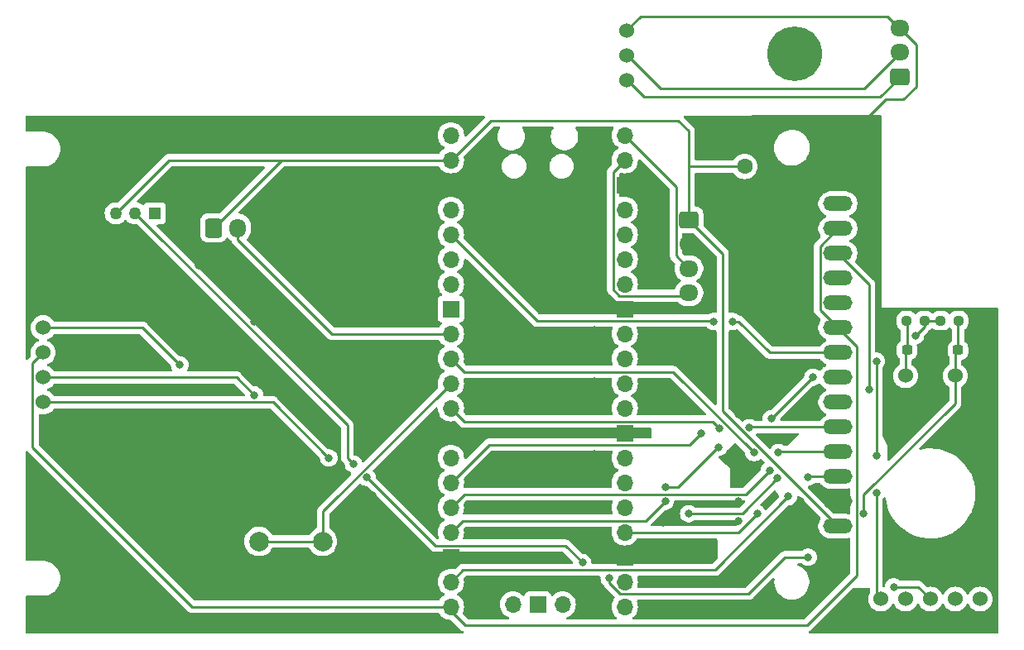
<source format=gbr>
%TF.GenerationSoftware,KiCad,Pcbnew,8.0.5*%
%TF.CreationDate,2024-10-04T09:52:44+09:00*%
%TF.ProjectId,UI__,5549fa7f-2e6b-4696-9361-645f70636258,rev?*%
%TF.SameCoordinates,Original*%
%TF.FileFunction,Copper,L1,Top*%
%TF.FilePolarity,Positive*%
%FSLAX46Y46*%
G04 Gerber Fmt 4.6, Leading zero omitted, Abs format (unit mm)*
G04 Created by KiCad (PCBNEW 8.0.5) date 2024-10-04 09:52:44*
%MOMM*%
%LPD*%
G01*
G04 APERTURE LIST*
G04 Aperture macros list*
%AMRoundRect*
0 Rectangle with rounded corners*
0 $1 Rounding radius*
0 $2 $3 $4 $5 $6 $7 $8 $9 X,Y pos of 4 corners*
0 Add a 4 corners polygon primitive as box body*
4,1,4,$2,$3,$4,$5,$6,$7,$8,$9,$2,$3,0*
0 Add four circle primitives for the rounded corners*
1,1,$1+$1,$2,$3*
1,1,$1+$1,$4,$5*
1,1,$1+$1,$6,$7*
1,1,$1+$1,$8,$9*
0 Add four rect primitives between the rounded corners*
20,1,$1+$1,$2,$3,$4,$5,0*
20,1,$1+$1,$4,$5,$6,$7,0*
20,1,$1+$1,$6,$7,$8,$9,0*
20,1,$1+$1,$8,$9,$2,$3,0*%
G04 Aperture macros list end*
%TA.AperFunction,ComponentPad*%
%ADD10RoundRect,0.250000X0.725000X-0.600000X0.725000X0.600000X-0.725000X0.600000X-0.725000X-0.600000X0*%
%TD*%
%TA.AperFunction,ComponentPad*%
%ADD11O,1.950000X1.700000*%
%TD*%
%TA.AperFunction,SMDPad,CuDef*%
%ADD12RoundRect,0.237500X0.300000X0.237500X-0.300000X0.237500X-0.300000X-0.237500X0.300000X-0.237500X0*%
%TD*%
%TA.AperFunction,ComponentPad*%
%ADD13O,3.000000X1.500000*%
%TD*%
%TA.AperFunction,ComponentPad*%
%ADD14C,1.524000*%
%TD*%
%TA.AperFunction,ComponentPad*%
%ADD15C,5.600000*%
%TD*%
%TA.AperFunction,SMDPad,CuDef*%
%ADD16RoundRect,0.237500X-0.300000X-0.237500X0.300000X-0.237500X0.300000X0.237500X-0.300000X0.237500X0*%
%TD*%
%TA.AperFunction,SMDPad,CuDef*%
%ADD17RoundRect,0.237500X0.250000X0.237500X-0.250000X0.237500X-0.250000X-0.237500X0.250000X-0.237500X0*%
%TD*%
%TA.AperFunction,SMDPad,CuDef*%
%ADD18RoundRect,0.237500X-0.250000X-0.237500X0.250000X-0.237500X0.250000X0.237500X-0.250000X0.237500X0*%
%TD*%
%TA.AperFunction,ComponentPad*%
%ADD19O,1.700000X1.700000*%
%TD*%
%TA.AperFunction,ComponentPad*%
%ADD20R,1.700000X1.700000*%
%TD*%
%TA.AperFunction,ComponentPad*%
%ADD21C,2.000000*%
%TD*%
%TA.AperFunction,ComponentPad*%
%ADD22RoundRect,0.250000X-0.600000X-0.725000X0.600000X-0.725000X0.600000X0.725000X-0.600000X0.725000X0*%
%TD*%
%TA.AperFunction,ComponentPad*%
%ADD23O,1.700000X1.950000*%
%TD*%
%TA.AperFunction,ComponentPad*%
%ADD24R,1.600000X1.600000*%
%TD*%
%TA.AperFunction,ComponentPad*%
%ADD25C,1.600000*%
%TD*%
%TA.AperFunction,ComponentPad*%
%ADD26RoundRect,0.250000X-0.725000X0.600000X-0.725000X-0.600000X0.725000X-0.600000X0.725000X0.600000X0*%
%TD*%
%TA.AperFunction,ComponentPad*%
%ADD27R,1.270000X1.270000*%
%TD*%
%TA.AperFunction,ComponentPad*%
%ADD28C,1.270000*%
%TD*%
%TA.AperFunction,ViaPad*%
%ADD29C,0.800000*%
%TD*%
%TA.AperFunction,Conductor*%
%ADD30C,0.250000*%
%TD*%
G04 APERTURE END LIST*
D10*
%TO.P,J2,1,Pin_1*%
%TO.N,Net-(J2-Pin_1)*%
X248920000Y-67026800D03*
D11*
%TO.P,J2,2,Pin_2*%
%TO.N,Net-(J2-Pin_2)*%
X248920000Y-64526800D03*
%TO.P,J2,3,Pin_3*%
%TO.N,GND*%
X248920000Y-62026800D03*
%TD*%
D12*
%TO.P,C4,1*%
%TO.N,GND*%
X251362500Y-95000000D03*
%TO.P,C4,2*%
%TO.N,/ENC_B*%
X249637500Y-95000000D03*
%TD*%
D13*
%TO.P,U1,1,VCC*%
%TO.N,+5V*%
X242570000Y-113030000D03*
%TO.P,U1,2,GND*%
%TO.N,GND*%
X242570000Y-110490000D03*
%TO.P,U1,3,CS*%
%TO.N,/CS_TFT*%
X242570000Y-107950000D03*
%TO.P,U1,4,RST*%
%TO.N,/RESET*%
X242570000Y-105410000D03*
%TO.P,U1,5,DC*%
%TO.N,/D{slash}C*%
X242570000Y-102870000D03*
%TO.P,U1,6,MOSI*%
%TO.N,/MOSI*%
X242570000Y-100330000D03*
%TO.P,U1,7,SCK*%
%TO.N,/SCK*%
X242570000Y-97790000D03*
%TO.P,U1,8,LED*%
%TO.N,+3.3V*%
X242570000Y-95250000D03*
%TO.P,U1,9,MISO*%
%TO.N,/MISO*%
X242570000Y-92710000D03*
%TO.P,U1,10,T_CLK*%
%TO.N,/SCK*%
X242570000Y-90170000D03*
%TO.P,U1,11,T_CS*%
%TO.N,/CS_Touch*%
X242570000Y-87630000D03*
%TO.P,U1,12,T_DIN*%
%TO.N,/MOSI*%
X242570000Y-85090000D03*
%TO.P,U1,13,T_DO*%
%TO.N,/MISO*%
X242570000Y-82550000D03*
%TO.P,U1,14,T_IRQ*%
%TO.N,unconnected-(U1-T_IRQ-Pad14)*%
X242570000Y-80010000D03*
D14*
%TO.P,U1,15,SD_CS*%
%TO.N,/CS_SD*%
X161290000Y-100330000D03*
%TO.P,U1,16,SD_MOSI*%
%TO.N,/MOSI*%
X161290000Y-97790000D03*
%TO.P,U1,17,SD_MISO*%
%TO.N,/MISO*%
X161290000Y-95250000D03*
%TO.P,U1,18,SD_SCK*%
%TO.N,/SCK*%
X161290000Y-92710000D03*
%TD*%
%TO.P,ENC1,1,RED*%
%TO.N,Net-(ENC1-RED)*%
X257120000Y-120500000D03*
%TO.P,ENC1,2,GREEN*%
%TO.N,Net-(ENC1-GREEN)*%
X254580000Y-120500000D03*
%TO.P,ENC1,3,SW*%
%TO.N,/SW*%
X252040000Y-120500000D03*
%TO.P,ENC1,4,BLUE*%
%TO.N,Net-(ENC1-BLUE)*%
X249500000Y-120500000D03*
%TO.P,ENC1,5,Anode*%
%TO.N,+3.3V*%
X246960000Y-120500000D03*
%TO.P,ENC1,6,A*%
%TO.N,/ENC_A*%
X254580000Y-97640000D03*
%TO.P,ENC1,7,B*%
%TO.N,/ENC_B*%
X249500000Y-97640000D03*
%TO.P,ENC1,8,C*%
%TO.N,GND*%
X252040000Y-97640000D03*
%TD*%
D15*
%TO.P,REF\u002A\u002A,1*%
%TO.N,N/C*%
X238125000Y-64643000D03*
%TD*%
D16*
%TO.P,C3,1*%
%TO.N,GND*%
X253137500Y-95000000D03*
%TO.P,C3,2*%
%TO.N,/ENC_A*%
X254862500Y-95000000D03*
%TD*%
D14*
%TO.P,SW2,1,Vcc*%
%TO.N,Net-(J2-Pin_1)*%
X220980000Y-67386200D03*
%TO.P,SW2,2,IO*%
%TO.N,Net-(J2-Pin_2)*%
X220980000Y-64846200D03*
%TO.P,SW2,3,GND*%
%TO.N,GND*%
X220980000Y-62306200D03*
%TD*%
D17*
%TO.P,R4,1*%
%TO.N,/ENC_A*%
X254912500Y-92000000D03*
%TO.P,R4,2*%
%TO.N,+3.3V*%
X253087500Y-92000000D03*
%TD*%
D18*
%TO.P,R5,1*%
%TO.N,/ENC_B*%
X249587500Y-92000000D03*
%TO.P,R5,2*%
%TO.N,+3.3V*%
X251412500Y-92000000D03*
%TD*%
D19*
%TO.P,U3,1,GPIO0*%
%TO.N,/RX_main*%
X220780000Y-73020000D03*
%TO.P,U3,2,GPIO1*%
%TO.N,/TX_main*%
X220780000Y-75560000D03*
D20*
%TO.P,U3,3,GND*%
%TO.N,GND*%
X220780000Y-78100000D03*
D19*
%TO.P,U3,4,GPIO2*%
%TO.N,unconnected-(U3-GPIO2-Pad4)_1*%
X220780000Y-80640000D03*
%TO.P,U3,5,GPIO3*%
%TO.N,unconnected-(U3-GPIO3-Pad5)_1*%
X220780000Y-83180000D03*
%TO.P,U3,6,GPIO4*%
%TO.N,unconnected-(U3-GPIO4-Pad6)_1*%
X220780000Y-85720000D03*
%TO.P,U3,7,GPIO5*%
%TO.N,unconnected-(U3-GPIO5-Pad7)*%
X220780000Y-88260000D03*
D20*
%TO.P,U3,8,GND*%
%TO.N,GND*%
X220780000Y-90800000D03*
D19*
%TO.P,U3,9,GPIO6*%
%TO.N,unconnected-(U3-GPIO6-Pad9)_1*%
X220780000Y-93340000D03*
%TO.P,U3,10,GPIO7*%
%TO.N,/LED_B*%
X220780000Y-95880000D03*
%TO.P,U3,11,GPIO8*%
%TO.N,/LED_G*%
X220780000Y-98420000D03*
%TO.P,U3,12,GPIO9*%
%TO.N,/LED_R*%
X220780000Y-100960000D03*
D20*
%TO.P,U3,13,GND*%
%TO.N,GND*%
X220780000Y-103500000D03*
D19*
%TO.P,U3,14,GPIO10*%
%TO.N,unconnected-(U3-GPIO10-Pad14)*%
X220780000Y-106040000D03*
%TO.P,U3,15,GPIO11*%
%TO.N,/SW*%
X220780000Y-108580000D03*
%TO.P,U3,16,GPIO12*%
%TO.N,/ENC_B*%
X220780000Y-111120000D03*
%TO.P,U3,17,GPIO13*%
%TO.N,/ENC_A*%
X220780000Y-113660000D03*
D20*
%TO.P,U3,18,GND*%
%TO.N,GND*%
X220780000Y-116200000D03*
D19*
%TO.P,U3,19,GPIO14*%
%TO.N,unconnected-(U3-GPIO14-Pad19)*%
X220780000Y-118740000D03*
%TO.P,U3,20,GPIO15*%
%TO.N,/neopi_in*%
X220780000Y-121280000D03*
%TO.P,U3,21,GPIO16*%
%TO.N,/MISO*%
X203000000Y-121280000D03*
%TO.P,U3,22,GPIO17*%
%TO.N,/CS_TFT*%
X203000000Y-118740000D03*
D20*
%TO.P,U3,23,GND*%
%TO.N,GND*%
X203000000Y-116200000D03*
D19*
%TO.P,U3,24,GPIO18*%
%TO.N,/SCK*%
X203000000Y-113660000D03*
%TO.P,U3,25,GPIO19*%
%TO.N,/MOSI*%
X203000000Y-111120000D03*
%TO.P,U3,26,GPIO20*%
%TO.N,/CS_Touch*%
X203000000Y-108580000D03*
%TO.P,U3,27,GPIO21*%
%TO.N,/CS_SD*%
X203000000Y-106040000D03*
D20*
%TO.P,U3,28,GND*%
%TO.N,GND*%
X203000000Y-103500000D03*
D19*
%TO.P,U3,29,GPIO22*%
%TO.N,/D{slash}C*%
X203000000Y-100960000D03*
%TO.P,U3,30,RUN*%
%TO.N,/enable_pico*%
X203000000Y-98420000D03*
%TO.P,U3,31,GPIO26_ADC0*%
%TO.N,/RESET*%
X203000000Y-95880000D03*
%TO.P,U3,32,GPIO27_ADC1*%
%TO.N,/IO*%
X203000000Y-93340000D03*
D20*
%TO.P,U3,33,AGND*%
%TO.N,unconnected-(U3-AGND-Pad33)_1*%
X203000000Y-90800000D03*
D19*
%TO.P,U3,34,GPIO28_ADC2*%
%TO.N,unconnected-(U3-GPIO28_ADC2-Pad34)_1*%
X203000000Y-88260000D03*
%TO.P,U3,35,ADC_VREF*%
%TO.N,unconnected-(U3-ADC_VREF-Pad35)*%
X203000000Y-85720000D03*
%TO.P,U3,36,3V3*%
%TO.N,+3.3V*%
X203000000Y-83180000D03*
%TO.P,U3,37,3V3_EN*%
%TO.N,unconnected-(U3-3V3_EN-Pad37)*%
X203000000Y-80640000D03*
D20*
%TO.P,U3,38,GND*%
%TO.N,GND*%
X203000000Y-78100000D03*
D19*
%TO.P,U3,39,VSYS*%
%TO.N,+5V*%
X203000000Y-75560000D03*
%TO.P,U3,40,VBUS*%
%TO.N,unconnected-(U3-VBUS-Pad40)*%
X203000000Y-73020000D03*
%TO.P,U3,41,SWCLK*%
%TO.N,unconnected-(U3-SWCLK-Pad41)_1*%
X214430000Y-121050000D03*
D20*
%TO.P,U3,42,GND*%
%TO.N,unconnected-(U3-GND-Pad42)_1*%
X211890000Y-121050000D03*
D19*
%TO.P,U3,43,SWDIO*%
%TO.N,unconnected-(U3-SWDIO-Pad43)_1*%
X209350000Y-121050000D03*
%TD*%
D21*
%TO.P,SW1,1,1*%
%TO.N,/enable_pico*%
X189865000Y-114590000D03*
X183365000Y-114590000D03*
%TO.P,SW1,2,2*%
%TO.N,GND*%
X189865000Y-119090000D03*
X183365000Y-119090000D03*
%TD*%
D22*
%TO.P,J4,1,Pin_1*%
%TO.N,+5V*%
X178720520Y-82500000D03*
D23*
%TO.P,J4,2,Pin_2*%
%TO.N,/IO*%
X181220520Y-82500000D03*
%TO.P,J4,3,Pin_3*%
%TO.N,GND*%
X183720520Y-82500000D03*
%TD*%
D24*
%TO.P,C1,1*%
%TO.N,GND*%
X233045000Y-73700000D03*
D25*
%TO.P,C1,2*%
%TO.N,+5V*%
X233045000Y-76200000D03*
%TD*%
D26*
%TO.P,J1,1,Pin_1*%
%TO.N,+5V*%
X227330000Y-81654000D03*
D11*
%TO.P,J1,2,Pin_2*%
%TO.N,GND*%
X227330000Y-84154000D03*
%TO.P,J1,3,Pin_3*%
%TO.N,/RX_main*%
X227330000Y-86654000D03*
%TO.P,J1,4,Pin_4*%
%TO.N,/TX_main*%
X227330000Y-89154000D03*
%TD*%
D27*
%TO.P,J5,1,Pin_1*%
%TO.N,unconnected-(J5-Pin_1-Pad1)*%
X172720000Y-81000120D03*
D28*
%TO.P,J5,2,Pin_2*%
%TO.N,/neopi_in*%
X170718480Y-81000000D03*
%TO.P,J5,3,Pin_3*%
%TO.N,+5V*%
X168722040Y-81000000D03*
%TO.P,J5,4,Pin_4*%
%TO.N,GND*%
X166720520Y-81000000D03*
%TD*%
D29*
%TO.N,GND*%
X229235000Y-87630000D03*
X217551000Y-110998000D03*
X233172000Y-107696000D03*
X238760000Y-93980000D03*
X173990000Y-114300000D03*
X199263000Y-109982000D03*
X170180000Y-101600000D03*
X218440000Y-83820000D03*
X236220000Y-78740000D03*
X246380000Y-73660000D03*
X212090000Y-83820000D03*
X198120000Y-83820000D03*
X257175000Y-113665000D03*
X256540000Y-103505000D03*
X239268000Y-113538000D03*
X205613000Y-96012000D03*
X179070000Y-123190000D03*
X225298000Y-115570000D03*
X236220000Y-104140000D03*
X214376000Y-118618000D03*
X241554000Y-118110000D03*
X225171000Y-98552000D03*
X217805000Y-101219000D03*
X170180000Y-110490000D03*
X252095000Y-100330000D03*
X179070000Y-110490000D03*
X236220000Y-88900000D03*
X190500000Y-83820000D03*
X173990000Y-123190000D03*
X161290000Y-123190000D03*
X246380000Y-83820000D03*
X182880000Y-83820000D03*
X177165000Y-86360000D03*
X225298000Y-121158000D03*
X165100000Y-99060000D03*
X182880000Y-92075000D03*
X161290000Y-107950000D03*
X189865000Y-102870000D03*
X176530000Y-93980000D03*
X248285000Y-113665000D03*
X205486000Y-87249000D03*
X204851000Y-113665000D03*
X234950000Y-99060000D03*
X229616000Y-116078000D03*
X197231000Y-116205000D03*
X231775000Y-118745000D03*
X182753000Y-101727000D03*
X247650000Y-93345000D03*
X199390000Y-104394000D03*
X224790000Y-81915000D03*
X240030000Y-100330000D03*
X177165000Y-76835000D03*
X232410000Y-112522000D03*
X212090000Y-90170000D03*
X235712000Y-120650000D03*
X171450000Y-88900000D03*
X218440000Y-73660000D03*
X217678000Y-96012000D03*
X233045000Y-71755000D03*
X161290000Y-71755000D03*
X198120000Y-96520000D03*
X225298000Y-94234000D03*
X217678000Y-92964000D03*
X246253000Y-86868000D03*
X198120000Y-73660000D03*
X196850000Y-112141000D03*
X205105000Y-104140000D03*
X198120000Y-78740000D03*
X229362000Y-94107000D03*
X232410000Y-101600000D03*
X194310000Y-102235000D03*
X196342000Y-107696000D03*
X205105000Y-121158000D03*
X198120000Y-123190000D03*
X217678000Y-98171000D03*
X232410000Y-94615000D03*
X232410000Y-90170000D03*
X232410000Y-110490000D03*
X192786000Y-116332000D03*
X238760000Y-110490000D03*
X190500000Y-78740000D03*
X179070000Y-118110000D03*
X161290000Y-83820000D03*
X241300000Y-73660000D03*
X205740000Y-74930000D03*
X241935000Y-123190000D03*
X214122000Y-116205000D03*
X190500000Y-73660000D03*
X175260000Y-105410000D03*
X171450000Y-95250000D03*
X197739000Y-119126000D03*
X189738000Y-108712000D03*
X224663000Y-112649000D03*
X235712000Y-113538000D03*
X227330000Y-100711000D03*
X238125000Y-101600000D03*
X212090000Y-80010000D03*
X194945000Y-109855000D03*
X237490000Y-96520000D03*
X228600000Y-74930000D03*
X236220000Y-83820000D03*
X240665000Y-109220000D03*
X161290000Y-112395000D03*
X172720000Y-79375000D03*
X248285000Y-123190000D03*
X217551000Y-114300000D03*
X161290000Y-88900000D03*
X165100000Y-95250000D03*
X217678000Y-105664000D03*
X173990000Y-99060000D03*
X165100000Y-115570000D03*
X225425000Y-87630000D03*
X235585000Y-110490000D03*
X231140000Y-78740000D03*
X205359000Y-108331000D03*
X217170000Y-103505000D03*
X180340000Y-99060000D03*
X165100000Y-105410000D03*
X229235000Y-98552000D03*
X204978000Y-116332000D03*
X217551000Y-121285000D03*
X228092000Y-121158000D03*
X182880000Y-73660000D03*
X231648000Y-105918000D03*
X257175000Y-123190000D03*
X205740000Y-83820000D03*
X167640000Y-73660000D03*
X198120000Y-88900000D03*
X175260000Y-73660000D03*
X217551000Y-108458000D03*
X244475000Y-120650000D03*
X192786000Y-112268000D03*
X184785000Y-97790000D03*
X205232000Y-111125000D03*
X218440000Y-90170000D03*
X225298000Y-118618000D03*
X257175000Y-95885000D03*
X190500000Y-88900000D03*
X246380000Y-78740000D03*
X205486000Y-99695000D03*
X248920000Y-104140000D03*
X161290000Y-77470000D03*
X192532000Y-119507000D03*
X192405000Y-123190000D03*
X247650000Y-101600000D03*
X168275000Y-118745000D03*
X190500000Y-96520000D03*
%TO.N,/ENC_A*%
X245200000Y-111760000D03*
X234315000Y-111760000D03*
%TO.N,/ENC_B*%
X227330000Y-111760000D03*
X236410500Y-108140500D03*
%TO.N,/SW*%
X248285000Y-119253000D03*
%TO.N,+3.3V*%
X246507000Y-109601000D03*
X246507000Y-96139000D03*
X250500000Y-93500000D03*
X246507000Y-105791000D03*
X231775000Y-92075000D03*
X229870000Y-92075000D03*
%TO.N,/neopi_in*%
X193040000Y-106680000D03*
X216470000Y-116775000D03*
X194402653Y-108042653D03*
%TO.N,/LED_B*%
X239522000Y-116205000D03*
X219202000Y-118364000D03*
%TO.N,/CS_TFT*%
X239500000Y-108000000D03*
X237500000Y-110000000D03*
%TO.N,/RESET*%
X236500000Y-105500000D03*
X234000000Y-105500000D03*
%TO.N,/D{slash}C*%
X230487347Y-103012653D03*
X233532653Y-102967347D03*
%TO.N,/MOSI*%
X245745000Y-99060000D03*
X235585000Y-107315000D03*
X182880000Y-99605000D03*
%TO.N,/SCK*%
X175260000Y-96520000D03*
X230378000Y-104951847D03*
X235775500Y-102044500D03*
X224917000Y-110490000D03*
X240030000Y-97790000D03*
X224917000Y-109030000D03*
%TO.N,/CS_Touch*%
X228600000Y-103505000D03*
%TO.N,/CS_SD*%
X190500000Y-106045000D03*
%TD*%
D30*
%TO.N,GND*%
X245770400Y-71018400D02*
X245770400Y-71932800D01*
X249275600Y-69342000D02*
X247446800Y-69342000D01*
X247446800Y-69342000D02*
X245770400Y-71018400D01*
X250596400Y-68021200D02*
X249275600Y-69342000D01*
X250596400Y-63703200D02*
X250596400Y-68021200D01*
X248920000Y-62026800D02*
X250596400Y-63703200D01*
%TO.N,+5V*%
X174162040Y-75560000D02*
X186690000Y-75560000D01*
X230800000Y-101260000D02*
X242570000Y-113030000D01*
X226250000Y-71500000D02*
X207060000Y-71500000D01*
X186690000Y-75560000D02*
X203000000Y-75560000D01*
X207060000Y-71500000D02*
X203000000Y-75560000D01*
X230800000Y-85124000D02*
X230800000Y-101260000D01*
X227330000Y-81654000D02*
X227330000Y-76200000D01*
X233045000Y-76200000D02*
X227330000Y-76200000D01*
X185660520Y-75560000D02*
X186690000Y-75560000D01*
X168722040Y-81000000D02*
X174162040Y-75560000D01*
X227330000Y-81654000D02*
X230800000Y-85124000D01*
X227330000Y-72580000D02*
X226250000Y-71500000D01*
X178720520Y-82500000D02*
X185660520Y-75560000D01*
X227330000Y-76200000D02*
X227330000Y-72580000D01*
%TO.N,/ENC_A*%
X254580000Y-100447048D02*
X254580000Y-97640000D01*
X234315000Y-111760000D02*
X232415000Y-113660000D01*
X254862500Y-92050000D02*
X254912500Y-92000000D01*
X232415000Y-113660000D02*
X220780000Y-113660000D01*
X245200000Y-111760000D02*
X245200000Y-109827048D01*
X254580000Y-95282500D02*
X254862500Y-95000000D01*
X254580000Y-97640000D02*
X254580000Y-95282500D01*
X254862500Y-95000000D02*
X254862500Y-92050000D01*
X245200000Y-109827048D02*
X254580000Y-100447048D01*
%TO.N,/ENC_B*%
X249637500Y-95000000D02*
X249637500Y-92050000D01*
X236410500Y-108140500D02*
X232791000Y-111760000D01*
X249637500Y-92050000D02*
X249587500Y-92000000D01*
X232791000Y-111760000D02*
X227330000Y-111760000D01*
X249500000Y-97640000D02*
X249500000Y-95137500D01*
X249500000Y-95137500D02*
X249637500Y-95000000D01*
%TO.N,/SW*%
X252040000Y-120500000D02*
X250793000Y-119253000D01*
X250793000Y-119253000D02*
X248285000Y-119253000D01*
%TO.N,+3.3V*%
X229770000Y-91975000D02*
X229870000Y-92075000D01*
X235585000Y-95250000D02*
X242570000Y-95250000D01*
X251412500Y-92587500D02*
X250500000Y-93500000D01*
X253087500Y-92000000D02*
X251412500Y-92000000D01*
X231775000Y-92075000D02*
X232410000Y-92075000D01*
X211795000Y-91975000D02*
X229770000Y-91975000D01*
X251412500Y-92000000D02*
X251412500Y-92587500D01*
X232410000Y-92075000D02*
X235585000Y-95250000D01*
X246507000Y-120047000D02*
X246507000Y-109601000D01*
X246960000Y-120500000D02*
X246507000Y-120047000D01*
X246507000Y-105791000D02*
X246507000Y-96139000D01*
X203000000Y-83180000D02*
X211795000Y-91975000D01*
%TO.N,/RX_main*%
X227330000Y-86654000D02*
X226030000Y-85354000D01*
X226030000Y-85354000D02*
X226030000Y-78270000D01*
X226030000Y-78270000D02*
X220780000Y-73020000D01*
%TO.N,/TX_main*%
X227049000Y-89435000D02*
X220245000Y-89435000D01*
X219605000Y-76735000D02*
X220780000Y-75560000D01*
X227330000Y-89154000D02*
X227049000Y-89435000D01*
X220245000Y-89435000D02*
X219605000Y-88795000D01*
X219605000Y-88795000D02*
X219605000Y-76735000D01*
%TO.N,/neopi_in*%
X201385000Y-115025000D02*
X194402653Y-108042653D01*
X192405000Y-102686520D02*
X170718480Y-81000000D01*
X214720000Y-115025000D02*
X201385000Y-115025000D01*
X192405000Y-106045000D02*
X192405000Y-102686520D01*
X193040000Y-106680000D02*
X192405000Y-106045000D01*
X216470000Y-116775000D02*
X214720000Y-115025000D01*
%TO.N,/LED_B*%
X237180000Y-116205000D02*
X233428847Y-119956153D01*
X239522000Y-116205000D02*
X237180000Y-116205000D01*
X233428847Y-119956153D02*
X220334452Y-119956153D01*
X219202000Y-118823701D02*
X219202000Y-118364000D01*
X220334452Y-119956153D02*
X219202000Y-118823701D01*
%TO.N,/CS_TFT*%
X239550000Y-107950000D02*
X239500000Y-108000000D01*
X237500000Y-110000000D02*
X230000000Y-117500000D01*
X230000000Y-117500000D02*
X204240000Y-117500000D01*
X204240000Y-117500000D02*
X203000000Y-118740000D01*
X242570000Y-107950000D02*
X239550000Y-107950000D01*
%TO.N,/RESET*%
X225745000Y-97245000D02*
X204365000Y-97245000D01*
X234000000Y-105500000D02*
X225745000Y-97245000D01*
X204365000Y-97245000D02*
X203000000Y-95880000D01*
X242570000Y-105410000D02*
X236590000Y-105410000D01*
X236590000Y-105410000D02*
X236500000Y-105500000D01*
%TO.N,/D{slash}C*%
X229799694Y-102325000D02*
X204365000Y-102325000D01*
X233630000Y-102870000D02*
X233532653Y-102967347D01*
X230487347Y-103012653D02*
X229799694Y-102325000D01*
X204365000Y-102325000D02*
X203000000Y-100960000D01*
X242570000Y-102870000D02*
X233630000Y-102870000D01*
%TO.N,/MOSI*%
X161290000Y-97790000D02*
X181065000Y-97790000D01*
X181065000Y-97790000D02*
X182880000Y-99605000D01*
X245745000Y-88265000D02*
X245745000Y-99060000D01*
X242570000Y-85090000D02*
X245745000Y-88265000D01*
X204365000Y-109755000D02*
X233145000Y-109755000D01*
X203000000Y-111120000D02*
X204365000Y-109755000D01*
X233145000Y-109755000D02*
X235585000Y-107315000D01*
%TO.N,/SCK*%
X204175000Y-112485000D02*
X203000000Y-113660000D01*
X240030000Y-97790000D02*
X235775500Y-102044500D01*
X222922000Y-112485000D02*
X204175000Y-112485000D01*
X226250000Y-109030000D02*
X230328153Y-104951847D01*
X171450000Y-92710000D02*
X161290000Y-92710000D01*
X224917000Y-109030000D02*
X226250000Y-109030000D01*
X175260000Y-96520000D02*
X171450000Y-92710000D01*
X230328153Y-104951847D02*
X230378000Y-104951847D01*
X224917000Y-110490000D02*
X222922000Y-112485000D01*
%TO.N,/MISO*%
X160203000Y-96337000D02*
X160203000Y-104958000D01*
X244475000Y-118110000D02*
X244475000Y-94615000D01*
X203000000Y-121280000D02*
X203000000Y-121720000D01*
X160203000Y-104958000D02*
X176530000Y-121285000D01*
X177165000Y-121285000D02*
X177170000Y-121280000D01*
X161290000Y-95250000D02*
X160203000Y-96337000D01*
X239395000Y-123190000D02*
X244475000Y-118110000D01*
X204470000Y-123190000D02*
X239395000Y-123190000D01*
X176530000Y-121285000D02*
X177165000Y-121285000D01*
X177170000Y-121280000D02*
X203000000Y-121280000D01*
X240745000Y-90885000D02*
X242570000Y-92710000D01*
X244475000Y-94615000D02*
X242570000Y-92710000D01*
X203000000Y-121720000D02*
X204470000Y-123190000D01*
X242570000Y-82550000D02*
X240745000Y-84375000D01*
X240745000Y-84375000D02*
X240745000Y-90885000D01*
%TO.N,/CS_Touch*%
X227430000Y-104675000D02*
X228600000Y-103505000D01*
X206905000Y-104675000D02*
X227430000Y-104675000D01*
X203000000Y-108580000D02*
X206905000Y-104675000D01*
%TO.N,/CS_SD*%
X161290000Y-100330000D02*
X184785000Y-100330000D01*
X184785000Y-100330000D02*
X190500000Y-106045000D01*
%TO.N,/IO*%
X181220520Y-83725000D02*
X181220520Y-82500000D01*
X190835520Y-93340000D02*
X181220520Y-83725000D01*
X203000000Y-93340000D02*
X190835520Y-93340000D01*
%TO.N,/enable_pico*%
X189940000Y-111480000D02*
X203000000Y-98420000D01*
X183440000Y-114590000D02*
X189940000Y-114590000D01*
X189940000Y-114590000D02*
X189940000Y-111480000D01*
%TO.N,Net-(J2-Pin_1)*%
X222758000Y-69088000D02*
X220980000Y-67310000D01*
X248899000Y-67103000D02*
X246914000Y-69088000D01*
X246914000Y-69088000D02*
X222758000Y-69088000D01*
%TO.N,GND*%
X222377000Y-60833000D02*
X220980000Y-62230000D01*
X247629000Y-60833000D02*
X222377000Y-60833000D01*
X248899000Y-62103000D02*
X247629000Y-60833000D01*
%TO.N,Net-(J2-Pin_2)*%
X248899000Y-64603000D02*
X245303000Y-68199000D01*
X224409000Y-68199000D02*
X220980000Y-64770000D01*
X245303000Y-68199000D02*
X224409000Y-68199000D01*
%TD*%
%TA.AperFunction,Conductor*%
%TO.N,GND*%
G36*
X159717203Y-105357241D02*
G01*
X159723681Y-105363273D01*
X159808586Y-105448178D01*
X159808608Y-105448198D01*
X176041016Y-121680606D01*
X176041045Y-121680637D01*
X176131264Y-121770856D01*
X176131267Y-121770858D01*
X176208190Y-121822256D01*
X176233710Y-121839309D01*
X176233712Y-121839310D01*
X176233715Y-121839312D01*
X176300396Y-121866931D01*
X176300398Y-121866933D01*
X176340640Y-121883601D01*
X176347548Y-121886463D01*
X176407971Y-121898481D01*
X176468393Y-121910500D01*
X177226608Y-121910500D01*
X177226608Y-121910499D01*
X177239764Y-121907883D01*
X177263956Y-121905500D01*
X201724773Y-121905500D01*
X201791812Y-121925185D01*
X201826348Y-121958377D01*
X201961500Y-122151395D01*
X201961505Y-122151401D01*
X202128599Y-122318495D01*
X202195596Y-122365407D01*
X202322165Y-122454032D01*
X202322167Y-122454033D01*
X202322170Y-122454035D01*
X202536337Y-122553903D01*
X202536343Y-122553904D01*
X202536344Y-122553905D01*
X202565309Y-122561666D01*
X202764592Y-122615063D01*
X202989087Y-122634704D01*
X203054156Y-122660156D01*
X203065961Y-122670551D01*
X203981016Y-123585606D01*
X203981045Y-123585637D01*
X204071264Y-123675856D01*
X204071267Y-123675858D01*
X204148190Y-123727256D01*
X204173710Y-123744309D01*
X204173712Y-123744310D01*
X204173715Y-123744312D01*
X204215064Y-123761439D01*
X204269467Y-123805278D01*
X204291533Y-123871572D01*
X204274255Y-123939272D01*
X204223118Y-123986883D01*
X204167612Y-124000000D01*
X159624386Y-124000000D01*
X159557347Y-123980315D01*
X159511592Y-123927511D01*
X159500387Y-123875614D01*
X159511616Y-120265614D01*
X159531509Y-120198636D01*
X159584455Y-120153046D01*
X159635615Y-120142000D01*
X161290020Y-120142000D01*
X161423039Y-120139515D01*
X161423047Y-120139514D01*
X161423056Y-120139514D01*
X161608420Y-120111575D01*
X161686192Y-120099853D01*
X161686193Y-120099852D01*
X161686197Y-120099852D01*
X161940487Y-120021414D01*
X162180247Y-119905952D01*
X162400119Y-119756045D01*
X162595194Y-119575043D01*
X162761112Y-119366987D01*
X162894169Y-119136527D01*
X162991391Y-118888810D01*
X163050606Y-118629369D01*
X163067968Y-118397693D01*
X163070493Y-118364004D01*
X163070493Y-118363995D01*
X163050606Y-118098632D01*
X163050606Y-118098630D01*
X162991394Y-117839203D01*
X162991393Y-117839202D01*
X162991391Y-117839190D01*
X162894169Y-117591473D01*
X162894168Y-117591472D01*
X162894169Y-117591472D01*
X162821781Y-117466094D01*
X162761112Y-117361013D01*
X162595194Y-117152957D01*
X162400119Y-116971955D01*
X162392147Y-116966520D01*
X162180250Y-116822050D01*
X162180239Y-116822043D01*
X161940489Y-116706587D01*
X161940491Y-116706587D01*
X161686198Y-116628148D01*
X161686192Y-116628146D01*
X161423059Y-116588486D01*
X161423039Y-116588484D01*
X161290020Y-116586000D01*
X161290000Y-116586000D01*
X159636000Y-116586000D01*
X159568961Y-116566315D01*
X159523206Y-116513511D01*
X159512000Y-116462000D01*
X159512000Y-105450954D01*
X159531685Y-105383915D01*
X159584489Y-105338160D01*
X159653647Y-105328216D01*
X159717203Y-105357241D01*
G37*
%TD.AperFunction*%
%TA.AperFunction,Conductor*%
G36*
X246958039Y-70936485D02*
G01*
X247003794Y-70989289D01*
X247015000Y-71040800D01*
X247015000Y-90678000D01*
X258876000Y-90678000D01*
X258943039Y-90697685D01*
X258988794Y-90750489D01*
X259000000Y-90802000D01*
X259000000Y-123876000D01*
X258980315Y-123943039D01*
X258927511Y-123988794D01*
X258876000Y-124000000D01*
X239697389Y-124000000D01*
X239630350Y-123980315D01*
X239584595Y-123927511D01*
X239574651Y-123858353D01*
X239603676Y-123794797D01*
X239649935Y-123761439D01*
X239691286Y-123744312D01*
X239742509Y-123710084D01*
X239793733Y-123675858D01*
X239880858Y-123588733D01*
X239880859Y-123588731D01*
X239887925Y-123581665D01*
X239887927Y-123581661D01*
X244053271Y-119416319D01*
X244114594Y-119382834D01*
X244140952Y-119380000D01*
X245757500Y-119380000D01*
X245824539Y-119399685D01*
X245870294Y-119452489D01*
X245881500Y-119504000D01*
X245881500Y-119800144D01*
X245864893Y-119862133D01*
X245862470Y-119866329D01*
X245769107Y-120066548D01*
X245769104Y-120066554D01*
X245711930Y-120279929D01*
X245711929Y-120279937D01*
X245692677Y-120499997D01*
X245692677Y-120500002D01*
X245711929Y-120720062D01*
X245711930Y-120720070D01*
X245769104Y-120933445D01*
X245769105Y-120933447D01*
X245769106Y-120933450D01*
X245823454Y-121050000D01*
X245862466Y-121133662D01*
X245862468Y-121133666D01*
X245989170Y-121314615D01*
X245989175Y-121314621D01*
X246145378Y-121470824D01*
X246145384Y-121470829D01*
X246326333Y-121597531D01*
X246326335Y-121597532D01*
X246326338Y-121597534D01*
X246526550Y-121690894D01*
X246739932Y-121748070D01*
X246897123Y-121761822D01*
X246959998Y-121767323D01*
X246960000Y-121767323D01*
X246960002Y-121767323D01*
X247015017Y-121762509D01*
X247180068Y-121748070D01*
X247393450Y-121690894D01*
X247593662Y-121597534D01*
X247774620Y-121470826D01*
X247930826Y-121314620D01*
X248057534Y-121133662D01*
X248117618Y-121004811D01*
X248163790Y-120952371D01*
X248230983Y-120933219D01*
X248297865Y-120953435D01*
X248342382Y-121004811D01*
X248402464Y-121133658D01*
X248402468Y-121133666D01*
X248529170Y-121314615D01*
X248529175Y-121314621D01*
X248685378Y-121470824D01*
X248685384Y-121470829D01*
X248866333Y-121597531D01*
X248866335Y-121597532D01*
X248866338Y-121597534D01*
X249066550Y-121690894D01*
X249279932Y-121748070D01*
X249437123Y-121761822D01*
X249499998Y-121767323D01*
X249500000Y-121767323D01*
X249500002Y-121767323D01*
X249555017Y-121762509D01*
X249720068Y-121748070D01*
X249933450Y-121690894D01*
X250133662Y-121597534D01*
X250314620Y-121470826D01*
X250470826Y-121314620D01*
X250597534Y-121133662D01*
X250657618Y-121004811D01*
X250703790Y-120952371D01*
X250770983Y-120933219D01*
X250837865Y-120953435D01*
X250882382Y-121004811D01*
X250942464Y-121133658D01*
X250942468Y-121133666D01*
X251069170Y-121314615D01*
X251069175Y-121314621D01*
X251225378Y-121470824D01*
X251225384Y-121470829D01*
X251406333Y-121597531D01*
X251406335Y-121597532D01*
X251406338Y-121597534D01*
X251606550Y-121690894D01*
X251819932Y-121748070D01*
X251977123Y-121761822D01*
X252039998Y-121767323D01*
X252040000Y-121767323D01*
X252040002Y-121767323D01*
X252095017Y-121762509D01*
X252260068Y-121748070D01*
X252473450Y-121690894D01*
X252673662Y-121597534D01*
X252854620Y-121470826D01*
X253010826Y-121314620D01*
X253137534Y-121133662D01*
X253197618Y-121004811D01*
X253243790Y-120952371D01*
X253310983Y-120933219D01*
X253377865Y-120953435D01*
X253422382Y-121004811D01*
X253482464Y-121133658D01*
X253482468Y-121133666D01*
X253609170Y-121314615D01*
X253609175Y-121314621D01*
X253765378Y-121470824D01*
X253765384Y-121470829D01*
X253946333Y-121597531D01*
X253946335Y-121597532D01*
X253946338Y-121597534D01*
X254146550Y-121690894D01*
X254359932Y-121748070D01*
X254517123Y-121761822D01*
X254579998Y-121767323D01*
X254580000Y-121767323D01*
X254580002Y-121767323D01*
X254635017Y-121762509D01*
X254800068Y-121748070D01*
X255013450Y-121690894D01*
X255213662Y-121597534D01*
X255394620Y-121470826D01*
X255550826Y-121314620D01*
X255677534Y-121133662D01*
X255737618Y-121004811D01*
X255783790Y-120952371D01*
X255850983Y-120933219D01*
X255917865Y-120953435D01*
X255962382Y-121004811D01*
X256022464Y-121133658D01*
X256022468Y-121133666D01*
X256149170Y-121314615D01*
X256149175Y-121314621D01*
X256305378Y-121470824D01*
X256305384Y-121470829D01*
X256486333Y-121597531D01*
X256486335Y-121597532D01*
X256486338Y-121597534D01*
X256686550Y-121690894D01*
X256899932Y-121748070D01*
X257057123Y-121761822D01*
X257119998Y-121767323D01*
X257120000Y-121767323D01*
X257120002Y-121767323D01*
X257175017Y-121762509D01*
X257340068Y-121748070D01*
X257553450Y-121690894D01*
X257753662Y-121597534D01*
X257934620Y-121470826D01*
X258090826Y-121314620D01*
X258217534Y-121133662D01*
X258310894Y-120933450D01*
X258368070Y-120720068D01*
X258384448Y-120532858D01*
X258387323Y-120500002D01*
X258387323Y-120499997D01*
X258376140Y-120372171D01*
X258368070Y-120279932D01*
X258310894Y-120066550D01*
X258217534Y-119866339D01*
X258111521Y-119714936D01*
X258090827Y-119685381D01*
X258016841Y-119611395D01*
X257934620Y-119529174D01*
X257934616Y-119529171D01*
X257934615Y-119529170D01*
X257753666Y-119402468D01*
X257753662Y-119402466D01*
X257705483Y-119380000D01*
X257553450Y-119309106D01*
X257553447Y-119309105D01*
X257553445Y-119309104D01*
X257340070Y-119251930D01*
X257340062Y-119251929D01*
X257120002Y-119232677D01*
X257119998Y-119232677D01*
X256899937Y-119251929D01*
X256899929Y-119251930D01*
X256686554Y-119309104D01*
X256686548Y-119309107D01*
X256486340Y-119402465D01*
X256486338Y-119402466D01*
X256305377Y-119529175D01*
X256149175Y-119685377D01*
X256022466Y-119866338D01*
X256022465Y-119866340D01*
X255962382Y-119995189D01*
X255916209Y-120047628D01*
X255849016Y-120066780D01*
X255782135Y-120046564D01*
X255737618Y-119995189D01*
X255696006Y-119905952D01*
X255677534Y-119866339D01*
X255571521Y-119714936D01*
X255550827Y-119685381D01*
X255476841Y-119611395D01*
X255394620Y-119529174D01*
X255394616Y-119529171D01*
X255394615Y-119529170D01*
X255213666Y-119402468D01*
X255213662Y-119402466D01*
X255165483Y-119380000D01*
X255013450Y-119309106D01*
X255013447Y-119309105D01*
X255013445Y-119309104D01*
X254800070Y-119251930D01*
X254800062Y-119251929D01*
X254580002Y-119232677D01*
X254579998Y-119232677D01*
X254359937Y-119251929D01*
X254359929Y-119251930D01*
X254146554Y-119309104D01*
X254146548Y-119309107D01*
X253946340Y-119402465D01*
X253946338Y-119402466D01*
X253765377Y-119529175D01*
X253609175Y-119685377D01*
X253482466Y-119866338D01*
X253482465Y-119866340D01*
X253422382Y-119995189D01*
X253376209Y-120047628D01*
X253309016Y-120066780D01*
X253242135Y-120046564D01*
X253197618Y-119995189D01*
X253156006Y-119905952D01*
X253137534Y-119866339D01*
X253031521Y-119714936D01*
X253010827Y-119685381D01*
X252936841Y-119611395D01*
X252854620Y-119529174D01*
X252854616Y-119529171D01*
X252854615Y-119529170D01*
X252673666Y-119402468D01*
X252673662Y-119402466D01*
X252625483Y-119380000D01*
X252473450Y-119309106D01*
X252473447Y-119309105D01*
X252473445Y-119309104D01*
X252260070Y-119251930D01*
X252260062Y-119251929D01*
X252040002Y-119232677D01*
X252039998Y-119232677D01*
X251893288Y-119245512D01*
X251819932Y-119251930D01*
X251819930Y-119251930D01*
X251819926Y-119251931D01*
X251775976Y-119263707D01*
X251706126Y-119262043D01*
X251656203Y-119231613D01*
X251283198Y-118858608D01*
X251283178Y-118858586D01*
X251191735Y-118767143D01*
X251158595Y-118745000D01*
X251139564Y-118732284D01*
X251139565Y-118732284D01*
X251139563Y-118732282D01*
X251089290Y-118698690D01*
X251089286Y-118698688D01*
X251006291Y-118664311D01*
X251006289Y-118664309D01*
X250975455Y-118651538D01*
X250975453Y-118651537D01*
X250975452Y-118651537D01*
X250915029Y-118639518D01*
X250854610Y-118627500D01*
X250854607Y-118627500D01*
X250854606Y-118627500D01*
X248988748Y-118627500D01*
X248921709Y-118607815D01*
X248896600Y-118586474D01*
X248890873Y-118580114D01*
X248890869Y-118580110D01*
X248737734Y-118468851D01*
X248737729Y-118468848D01*
X248564807Y-118391857D01*
X248564802Y-118391855D01*
X248395270Y-118355821D01*
X248379646Y-118352500D01*
X248190354Y-118352500D01*
X248174730Y-118355821D01*
X248005197Y-118391855D01*
X248005192Y-118391857D01*
X247832270Y-118468848D01*
X247832265Y-118468851D01*
X247679129Y-118580111D01*
X247552466Y-118720785D01*
X247457821Y-118884715D01*
X247457818Y-118884722D01*
X247399327Y-119064740D01*
X247399326Y-119064744D01*
X247396986Y-119087009D01*
X247389361Y-119159555D01*
X247362776Y-119224169D01*
X247305478Y-119264153D01*
X247235659Y-119266813D01*
X247233937Y-119266364D01*
X247224397Y-119263807D01*
X247164740Y-119227438D01*
X247134215Y-119164589D01*
X247132500Y-119144035D01*
X247132500Y-110299687D01*
X247152185Y-110232648D01*
X247164350Y-110216715D01*
X247217135Y-110158091D01*
X247239533Y-110133216D01*
X247239534Y-110133212D01*
X247243355Y-110127956D01*
X247245242Y-110129327D01*
X247288090Y-110088460D01*
X247356695Y-110075226D01*
X247421564Y-110101183D01*
X247462102Y-110158091D01*
X247467703Y-110181281D01*
X247518183Y-110537776D01*
X247618419Y-110957456D01*
X247618422Y-110957464D01*
X247757500Y-111365864D01*
X247757507Y-111365881D01*
X247934225Y-111759479D01*
X247934234Y-111759497D01*
X248147031Y-112134816D01*
X248147036Y-112134824D01*
X248394035Y-112488555D01*
X248394044Y-112488567D01*
X248394046Y-112488570D01*
X248394048Y-112488572D01*
X248673105Y-112817641D01*
X248981750Y-113119134D01*
X248981754Y-113119137D01*
X248981759Y-113119142D01*
X249087151Y-113204350D01*
X249317271Y-113390400D01*
X249676719Y-113629055D01*
X249676726Y-113629059D01*
X249676725Y-113629059D01*
X250056925Y-113832997D01*
X250056934Y-113833001D01*
X250056936Y-113833002D01*
X250454581Y-114000449D01*
X250454594Y-114000453D01*
X250866152Y-114129923D01*
X251141419Y-114188882D01*
X251288051Y-114220289D01*
X251716552Y-114270751D01*
X252147895Y-114280866D01*
X252578290Y-114250544D01*
X253003955Y-114180053D01*
X253421149Y-114070012D01*
X253826205Y-113921387D01*
X254215563Y-113735486D01*
X254585803Y-113513941D01*
X254933670Y-113258700D01*
X255256108Y-112972006D01*
X255550282Y-112656378D01*
X255577150Y-112621505D01*
X255813601Y-112314599D01*
X255813606Y-112314592D01*
X255813608Y-112314590D01*
X256043771Y-111949646D01*
X256238748Y-111564752D01*
X256396828Y-111163292D01*
X256409340Y-111120000D01*
X256420534Y-111081264D01*
X256516619Y-110748792D01*
X256534165Y-110656344D01*
X256597068Y-110324902D01*
X256597068Y-110324901D01*
X256597069Y-110324897D01*
X256637472Y-109895331D01*
X256637472Y-109895315D01*
X256637473Y-109895302D01*
X256640000Y-109679600D01*
X256637473Y-109463897D01*
X256637472Y-109463883D01*
X256637472Y-109463869D01*
X256597069Y-109034303D01*
X256591603Y-109005500D01*
X256516620Y-108610412D01*
X256516619Y-108610411D01*
X256516619Y-108610408D01*
X256410763Y-108244125D01*
X256396830Y-108195913D01*
X256370679Y-108129500D01*
X256238748Y-107794448D01*
X256043771Y-107409554D01*
X255813608Y-107044610D01*
X255813606Y-107044607D01*
X255813601Y-107044600D01*
X255550290Y-106702831D01*
X255547977Y-106700349D01*
X255256108Y-106387194D01*
X255252195Y-106383715D01*
X254933670Y-106100500D01*
X254585807Y-105845261D01*
X254585801Y-105845257D01*
X254215567Y-105623716D01*
X254215561Y-105623713D01*
X253826209Y-105437814D01*
X253421148Y-105289187D01*
X253421141Y-105289185D01*
X253003961Y-105179148D01*
X252940248Y-105168597D01*
X252578290Y-105108656D01*
X252578288Y-105108655D01*
X252578285Y-105108655D01*
X252147906Y-105078334D01*
X252147902Y-105078334D01*
X252147896Y-105078334D01*
X252147895Y-105078334D01*
X252084526Y-105079819D01*
X251716554Y-105088448D01*
X251716552Y-105088448D01*
X251288051Y-105138910D01*
X251042770Y-105191447D01*
X250973095Y-105186239D01*
X250917296Y-105144189D01*
X250893088Y-105078647D01*
X250908159Y-105010422D01*
X250929112Y-104982524D01*
X254978729Y-100932908D01*
X254978733Y-100932906D01*
X255065858Y-100845781D01*
X255134311Y-100743334D01*
X255181463Y-100629500D01*
X255205500Y-100508654D01*
X255205500Y-98807799D01*
X255225185Y-98740760D01*
X255258377Y-98706224D01*
X255276786Y-98693334D01*
X255394620Y-98610826D01*
X255550826Y-98454620D01*
X255677534Y-98273662D01*
X255770894Y-98073450D01*
X255828070Y-97860068D01*
X255847323Y-97640000D01*
X255828070Y-97419932D01*
X255770894Y-97206550D01*
X255677534Y-97006339D01*
X255568491Y-96850608D01*
X255550827Y-96825381D01*
X255476841Y-96751395D01*
X255394620Y-96669174D01*
X255258376Y-96573775D01*
X255214752Y-96519198D01*
X255205500Y-96472200D01*
X255205500Y-96088108D01*
X255225185Y-96021069D01*
X255277989Y-95975314D01*
X255306356Y-95967615D01*
X255306137Y-95966590D01*
X255312751Y-95965174D01*
X255312753Y-95965174D01*
X255476516Y-95910908D01*
X255623350Y-95820340D01*
X255745340Y-95698350D01*
X255835908Y-95551516D01*
X255890174Y-95387753D01*
X255900500Y-95286677D01*
X255900499Y-94713324D01*
X255900320Y-94711575D01*
X255890174Y-94612247D01*
X255882199Y-94588181D01*
X255835908Y-94448484D01*
X255745340Y-94301650D01*
X255623350Y-94179660D01*
X255623346Y-94179657D01*
X255546903Y-94132506D01*
X255500178Y-94080558D01*
X255488000Y-94026968D01*
X255488000Y-92973030D01*
X255507685Y-92905991D01*
X255546904Y-92867491D01*
X255623350Y-92820340D01*
X255745340Y-92698350D01*
X255835908Y-92551516D01*
X255890174Y-92387753D01*
X255900500Y-92286677D01*
X255900499Y-91713324D01*
X255898920Y-91697870D01*
X255890174Y-91612247D01*
X255882518Y-91589142D01*
X255835908Y-91448484D01*
X255745340Y-91301650D01*
X255623350Y-91179660D01*
X255476516Y-91089092D01*
X255312753Y-91034826D01*
X255312751Y-91034825D01*
X255211678Y-91024500D01*
X254613330Y-91024500D01*
X254613312Y-91024501D01*
X254512247Y-91034825D01*
X254348484Y-91089092D01*
X254348481Y-91089093D01*
X254201648Y-91179661D01*
X254087681Y-91293629D01*
X254026358Y-91327114D01*
X253956666Y-91322130D01*
X253912319Y-91293629D01*
X253798351Y-91179661D01*
X253798350Y-91179660D01*
X253651516Y-91089092D01*
X253487753Y-91034826D01*
X253487751Y-91034825D01*
X253386678Y-91024500D01*
X252788330Y-91024500D01*
X252788312Y-91024501D01*
X252687247Y-91034825D01*
X252523484Y-91089092D01*
X252523481Y-91089093D01*
X252376648Y-91179661D01*
X252337681Y-91218629D01*
X252276358Y-91252114D01*
X252206666Y-91247130D01*
X252162319Y-91218629D01*
X252123351Y-91179661D01*
X252123350Y-91179660D01*
X251976516Y-91089092D01*
X251812753Y-91034826D01*
X251812751Y-91034825D01*
X251711678Y-91024500D01*
X251113330Y-91024500D01*
X251113312Y-91024501D01*
X251012247Y-91034825D01*
X250848484Y-91089092D01*
X250848481Y-91089093D01*
X250701648Y-91179661D01*
X250587681Y-91293629D01*
X250526358Y-91327114D01*
X250456666Y-91322130D01*
X250412319Y-91293629D01*
X250298351Y-91179661D01*
X250298350Y-91179660D01*
X250151516Y-91089092D01*
X249987753Y-91034826D01*
X249987751Y-91034825D01*
X249886678Y-91024500D01*
X249288330Y-91024500D01*
X249288312Y-91024501D01*
X249187247Y-91034825D01*
X249023484Y-91089092D01*
X249023481Y-91089093D01*
X248876648Y-91179661D01*
X248754661Y-91301648D01*
X248664093Y-91448481D01*
X248664091Y-91448486D01*
X248650238Y-91490291D01*
X248609826Y-91612247D01*
X248609826Y-91612248D01*
X248609825Y-91612248D01*
X248599500Y-91713315D01*
X248599500Y-92286669D01*
X248599501Y-92286687D01*
X248609825Y-92387752D01*
X248664092Y-92551515D01*
X248664093Y-92551518D01*
X248693689Y-92599500D01*
X248749999Y-92690794D01*
X248754661Y-92698351D01*
X248876649Y-92820339D01*
X248876654Y-92820343D01*
X248912000Y-92842144D01*
X248953095Y-92867491D01*
X248999821Y-92919438D01*
X249012000Y-92973030D01*
X249012000Y-94026968D01*
X248992315Y-94094007D01*
X248953097Y-94132506D01*
X248876653Y-94179657D01*
X248876649Y-94179660D01*
X248754661Y-94301648D01*
X248664093Y-94448481D01*
X248664092Y-94448484D01*
X248609826Y-94612247D01*
X248609826Y-94612248D01*
X248609825Y-94612248D01*
X248599500Y-94713315D01*
X248599500Y-95286669D01*
X248599501Y-95286687D01*
X248609825Y-95387752D01*
X248637103Y-95470070D01*
X248664092Y-95551516D01*
X248751190Y-95692725D01*
X248754661Y-95698351D01*
X248838181Y-95781871D01*
X248871666Y-95843194D01*
X248874500Y-95869552D01*
X248874500Y-96472201D01*
X248854815Y-96539240D01*
X248821623Y-96573776D01*
X248685377Y-96669175D01*
X248529175Y-96825377D01*
X248402466Y-97006338D01*
X248402465Y-97006340D01*
X248309107Y-97206548D01*
X248309104Y-97206554D01*
X248251930Y-97419929D01*
X248251929Y-97419937D01*
X248232677Y-97639997D01*
X248232677Y-97640002D01*
X248251929Y-97860062D01*
X248251930Y-97860070D01*
X248309104Y-98073445D01*
X248309105Y-98073447D01*
X248309106Y-98073450D01*
X248360932Y-98184592D01*
X248402466Y-98273662D01*
X248402468Y-98273666D01*
X248529170Y-98454615D01*
X248529175Y-98454621D01*
X248685378Y-98610824D01*
X248685384Y-98610829D01*
X248866333Y-98737531D01*
X248866335Y-98737532D01*
X248866338Y-98737534D01*
X249066550Y-98830894D01*
X249279932Y-98888070D01*
X249437123Y-98901822D01*
X249499998Y-98907323D01*
X249500000Y-98907323D01*
X249500002Y-98907323D01*
X249555017Y-98902509D01*
X249720068Y-98888070D01*
X249933450Y-98830894D01*
X250133662Y-98737534D01*
X250314620Y-98610826D01*
X250470826Y-98454620D01*
X250597534Y-98273662D01*
X250690894Y-98073450D01*
X250748070Y-97860068D01*
X250767323Y-97640000D01*
X250748070Y-97419932D01*
X250690894Y-97206550D01*
X250597534Y-97006339D01*
X250488491Y-96850608D01*
X250470827Y-96825381D01*
X250396841Y-96751395D01*
X250314620Y-96669174D01*
X250178376Y-96573775D01*
X250134752Y-96519198D01*
X250125500Y-96472200D01*
X250125500Y-96042206D01*
X250145185Y-95975167D01*
X250197989Y-95929412D01*
X250210494Y-95924501D01*
X250251516Y-95910908D01*
X250398350Y-95820340D01*
X250520340Y-95698350D01*
X250610908Y-95551516D01*
X250665174Y-95387753D01*
X250675500Y-95286677D01*
X250675499Y-94713324D01*
X250675320Y-94711575D01*
X250665174Y-94612247D01*
X250657199Y-94588181D01*
X250638555Y-94531919D01*
X250636154Y-94462094D01*
X250671885Y-94402051D01*
X250730479Y-94371628D01*
X250779803Y-94361144D01*
X250952730Y-94284151D01*
X251105871Y-94172888D01*
X251232533Y-94032216D01*
X251327179Y-93868284D01*
X251385674Y-93688256D01*
X251403321Y-93520345D01*
X251429905Y-93455732D01*
X251438952Y-93445636D01*
X251811229Y-93073360D01*
X251811233Y-93073358D01*
X251898358Y-92986233D01*
X251917109Y-92958168D01*
X251969978Y-92913981D01*
X251969969Y-92913961D01*
X251970047Y-92913924D01*
X251970717Y-92913365D01*
X251973657Y-92912240D01*
X251976509Y-92910910D01*
X251976516Y-92910908D01*
X252123350Y-92820340D01*
X252162319Y-92781371D01*
X252223642Y-92747886D01*
X252293334Y-92752870D01*
X252337681Y-92781371D01*
X252376650Y-92820340D01*
X252523484Y-92910908D01*
X252687247Y-92965174D01*
X252788323Y-92975500D01*
X253386676Y-92975499D01*
X253386684Y-92975498D01*
X253386687Y-92975498D01*
X253442030Y-92969844D01*
X253487753Y-92965174D01*
X253651516Y-92910908D01*
X253798350Y-92820340D01*
X253912319Y-92706371D01*
X253973642Y-92672886D01*
X254043334Y-92677870D01*
X254087681Y-92706371D01*
X254200681Y-92819371D01*
X254234166Y-92880694D01*
X254237000Y-92907052D01*
X254237000Y-94026968D01*
X254217315Y-94094007D01*
X254178097Y-94132506D01*
X254101653Y-94179657D01*
X254101649Y-94179660D01*
X253979661Y-94301648D01*
X253889093Y-94448481D01*
X253889092Y-94448484D01*
X253834826Y-94612247D01*
X253834826Y-94612248D01*
X253834825Y-94612248D01*
X253824500Y-94713315D01*
X253824500Y-95286669D01*
X253824501Y-95286687D01*
X253834825Y-95387752D01*
X253862103Y-95470070D01*
X253889092Y-95551516D01*
X253936039Y-95627629D01*
X253954500Y-95692725D01*
X253954500Y-96472201D01*
X253934815Y-96539240D01*
X253901623Y-96573776D01*
X253765377Y-96669175D01*
X253609175Y-96825377D01*
X253482466Y-97006338D01*
X253482465Y-97006340D01*
X253389107Y-97206548D01*
X253389104Y-97206554D01*
X253331930Y-97419929D01*
X253331929Y-97419937D01*
X253312677Y-97639997D01*
X253312677Y-97640002D01*
X253331929Y-97860062D01*
X253331930Y-97860070D01*
X253389104Y-98073445D01*
X253389105Y-98073447D01*
X253389106Y-98073450D01*
X253440932Y-98184592D01*
X253482466Y-98273662D01*
X253482468Y-98273666D01*
X253609170Y-98454615D01*
X253609174Y-98454620D01*
X253765380Y-98610826D01*
X253879166Y-98690500D01*
X253901623Y-98706224D01*
X253945248Y-98760801D01*
X253954500Y-98807799D01*
X253954500Y-100136596D01*
X253934815Y-100203635D01*
X253918181Y-100224277D01*
X247861681Y-106280777D01*
X247800358Y-106314262D01*
X247730666Y-106309278D01*
X247674733Y-106267406D01*
X247650316Y-106201942D01*
X247650000Y-106193096D01*
X247650000Y-104774999D01*
X247145591Y-103766181D01*
X247132500Y-103710727D01*
X247132500Y-96837687D01*
X247152185Y-96770648D01*
X247164350Y-96754715D01*
X247182891Y-96734122D01*
X247239533Y-96671216D01*
X247334179Y-96507284D01*
X247392674Y-96327256D01*
X247412460Y-96139000D01*
X247392674Y-95950744D01*
X247334179Y-95770716D01*
X247239533Y-95606784D01*
X247112871Y-95466112D01*
X247112870Y-95466111D01*
X246959734Y-95354851D01*
X246959729Y-95354848D01*
X246786807Y-95277857D01*
X246786802Y-95277855D01*
X246641001Y-95246865D01*
X246601646Y-95238500D01*
X246494500Y-95238500D01*
X246427461Y-95218815D01*
X246381706Y-95166011D01*
X246370500Y-95114500D01*
X246370500Y-88203394D01*
X246368538Y-88193530D01*
X246368538Y-88193529D01*
X246346464Y-88082554D01*
X246346463Y-88082553D01*
X246346463Y-88082549D01*
X246346460Y-88082543D01*
X246346459Y-88082538D01*
X246299314Y-87968719D01*
X246299312Y-87968714D01*
X246248497Y-87892666D01*
X246230858Y-87866267D01*
X246230855Y-87866264D01*
X246230853Y-87866261D01*
X246140637Y-87776045D01*
X246140606Y-87776016D01*
X244346782Y-85982192D01*
X244313297Y-85920869D01*
X244318281Y-85851177D01*
X244334142Y-85821631D01*
X244389524Y-85745405D01*
X244478884Y-85570025D01*
X244539709Y-85382826D01*
X244541968Y-85368563D01*
X244570500Y-85188422D01*
X244570500Y-84991577D01*
X244539709Y-84797173D01*
X244478882Y-84609970D01*
X244421320Y-84496998D01*
X244389524Y-84434595D01*
X244273828Y-84275354D01*
X244134646Y-84136172D01*
X244017971Y-84051402D01*
X243975403Y-84020474D01*
X243798787Y-83930485D01*
X243747990Y-83882511D01*
X243731195Y-83814690D01*
X243753732Y-83748555D01*
X243798787Y-83709515D01*
X243975403Y-83619525D01*
X243975402Y-83619525D01*
X243975405Y-83619524D01*
X244134646Y-83503828D01*
X244273828Y-83364646D01*
X244389524Y-83205405D01*
X244478884Y-83030025D01*
X244539709Y-82842826D01*
X244559743Y-82716335D01*
X244570500Y-82648422D01*
X244570500Y-82451577D01*
X244539709Y-82257173D01*
X244487610Y-82096832D01*
X244478884Y-82069975D01*
X244478882Y-82069972D01*
X244478882Y-82069970D01*
X244421320Y-81956998D01*
X244389524Y-81894595D01*
X244273828Y-81735354D01*
X244134646Y-81596172D01*
X244017971Y-81511402D01*
X243975403Y-81480474D01*
X243798787Y-81390485D01*
X243747990Y-81342511D01*
X243731195Y-81274690D01*
X243753732Y-81208555D01*
X243798787Y-81169515D01*
X243975403Y-81079525D01*
X243975402Y-81079525D01*
X243975405Y-81079524D01*
X244134646Y-80963828D01*
X244273828Y-80824646D01*
X244389524Y-80665405D01*
X244478884Y-80490025D01*
X244539709Y-80302826D01*
X244550968Y-80231739D01*
X244570500Y-80108422D01*
X244570500Y-79911577D01*
X244539709Y-79717173D01*
X244478882Y-79529970D01*
X244431743Y-79437455D01*
X244389524Y-79354595D01*
X244273828Y-79195354D01*
X244134646Y-79056172D01*
X243975405Y-78940476D01*
X243800029Y-78851117D01*
X243612826Y-78790290D01*
X243418422Y-78759500D01*
X243418417Y-78759500D01*
X241721583Y-78759500D01*
X241721578Y-78759500D01*
X241527173Y-78790290D01*
X241339970Y-78851117D01*
X241164594Y-78940476D01*
X241073741Y-79006485D01*
X241005354Y-79056172D01*
X241005352Y-79056174D01*
X241005351Y-79056174D01*
X240866174Y-79195351D01*
X240866174Y-79195352D01*
X240866172Y-79195354D01*
X240832125Y-79242216D01*
X240750476Y-79354594D01*
X240661117Y-79529970D01*
X240600290Y-79717173D01*
X240569500Y-79911577D01*
X240569500Y-80108422D01*
X240600290Y-80302826D01*
X240661117Y-80490029D01*
X240750476Y-80665405D01*
X240866172Y-80824646D01*
X241005354Y-80963828D01*
X241164595Y-81079524D01*
X241287992Y-81142397D01*
X241341213Y-81169515D01*
X241392009Y-81217489D01*
X241408804Y-81285310D01*
X241386267Y-81351445D01*
X241341213Y-81390485D01*
X241164594Y-81480476D01*
X241122029Y-81511402D01*
X241005354Y-81596172D01*
X241005352Y-81596174D01*
X241005351Y-81596174D01*
X240866174Y-81735351D01*
X240866174Y-81735352D01*
X240866172Y-81735354D01*
X240842264Y-81768261D01*
X240750476Y-81894594D01*
X240661117Y-82069970D01*
X240600290Y-82257173D01*
X240569500Y-82451577D01*
X240569500Y-82648422D01*
X240600290Y-82842826D01*
X240661117Y-83030029D01*
X240750476Y-83205405D01*
X240805854Y-83281626D01*
X240829334Y-83347431D01*
X240813509Y-83415485D01*
X240793217Y-83442192D01*
X240599762Y-83635647D01*
X240346270Y-83889139D01*
X240346267Y-83889142D01*
X240304924Y-83930485D01*
X240259142Y-83976266D01*
X240229061Y-84021286D01*
X240229060Y-84021285D01*
X240190689Y-84078712D01*
X240190685Y-84078719D01*
X240172041Y-84123732D01*
X240143538Y-84192544D01*
X240143535Y-84192556D01*
X240119500Y-84313389D01*
X240119500Y-84313394D01*
X240119500Y-90946606D01*
X240137047Y-91034826D01*
X240143537Y-91067451D01*
X240190688Y-91181286D01*
X240215640Y-91218629D01*
X240224914Y-91232507D01*
X240224915Y-91232509D01*
X240259141Y-91283733D01*
X240350586Y-91375178D01*
X240350608Y-91375198D01*
X240793217Y-91817807D01*
X240826702Y-91879130D01*
X240821718Y-91948822D01*
X240805854Y-91978374D01*
X240750476Y-92054594D01*
X240661117Y-92229970D01*
X240600290Y-92417173D01*
X240569500Y-92611577D01*
X240569500Y-92808422D01*
X240600290Y-93002826D01*
X240661117Y-93190029D01*
X240739397Y-93343662D01*
X240750476Y-93365405D01*
X240866172Y-93524646D01*
X241005354Y-93663828D01*
X241164595Y-93779524D01*
X241255529Y-93825857D01*
X241341213Y-93869515D01*
X241392009Y-93917489D01*
X241408804Y-93985310D01*
X241386267Y-94051445D01*
X241341213Y-94090485D01*
X241164594Y-94180476D01*
X241122029Y-94211402D01*
X241005354Y-94296172D01*
X241005352Y-94296174D01*
X241005351Y-94296174D01*
X240866173Y-94435352D01*
X240765885Y-94573386D01*
X240710554Y-94616051D01*
X240665567Y-94624500D01*
X235895452Y-94624500D01*
X235828413Y-94604815D01*
X235807771Y-94588181D01*
X232900198Y-91680608D01*
X232900178Y-91680586D01*
X232808735Y-91589143D01*
X232789593Y-91576353D01*
X232751823Y-91551116D01*
X232751824Y-91551116D01*
X232751822Y-91551114D01*
X232706290Y-91520690D01*
X232706286Y-91520688D01*
X232702462Y-91519104D01*
X232623658Y-91486463D01*
X232623656Y-91486461D01*
X232592458Y-91473539D01*
X232592454Y-91473537D01*
X232592452Y-91473537D01*
X232592448Y-91473536D01*
X232592444Y-91473535D01*
X232521880Y-91459499D01*
X232521879Y-91459499D01*
X232471612Y-91449500D01*
X232466693Y-91449016D01*
X232401906Y-91422854D01*
X232386698Y-91408584D01*
X232380870Y-91402111D01*
X232380869Y-91402110D01*
X232227734Y-91290851D01*
X232227729Y-91290848D01*
X232054807Y-91213857D01*
X232054802Y-91213855D01*
X231901572Y-91181286D01*
X231869646Y-91174500D01*
X231680354Y-91174500D01*
X231575280Y-91196834D01*
X231505613Y-91191517D01*
X231449880Y-91149379D01*
X231425775Y-91083799D01*
X231425500Y-91075543D01*
X231425500Y-85062393D01*
X231425499Y-85062389D01*
X231421751Y-85043547D01*
X231401463Y-84941548D01*
X231387380Y-84907549D01*
X231354312Y-84827714D01*
X231301270Y-84748333D01*
X231301270Y-84748332D01*
X231285858Y-84725267D01*
X231285853Y-84725261D01*
X231195637Y-84635045D01*
X231195606Y-84635016D01*
X228841818Y-82281228D01*
X228808333Y-82219905D01*
X228805499Y-82193547D01*
X228805499Y-81003998D01*
X228805498Y-81003981D01*
X228794999Y-80901203D01*
X228794998Y-80901200D01*
X228769631Y-80824648D01*
X228739814Y-80734666D01*
X228647712Y-80585344D01*
X228523656Y-80461288D01*
X228374334Y-80369186D01*
X228207797Y-80314001D01*
X228207795Y-80314000D01*
X228105016Y-80303500D01*
X228105009Y-80303500D01*
X228079500Y-80303500D01*
X228012461Y-80283815D01*
X227966706Y-80231011D01*
X227955500Y-80179500D01*
X227955500Y-76949500D01*
X227975185Y-76882461D01*
X228027989Y-76836706D01*
X228079500Y-76825500D01*
X231830812Y-76825500D01*
X231897851Y-76845185D01*
X231932387Y-76878377D01*
X232044954Y-77039141D01*
X232205858Y-77200045D01*
X232205861Y-77200047D01*
X232392266Y-77330568D01*
X232598504Y-77426739D01*
X232818308Y-77485635D01*
X232980230Y-77499801D01*
X233044998Y-77505468D01*
X233045000Y-77505468D01*
X233045002Y-77505468D01*
X233101673Y-77500509D01*
X233271692Y-77485635D01*
X233491496Y-77426739D01*
X233697734Y-77330568D01*
X233884139Y-77200047D01*
X234045047Y-77039139D01*
X234175568Y-76852734D01*
X234271739Y-76646496D01*
X234330635Y-76426692D01*
X234350468Y-76200000D01*
X234349199Y-76185500D01*
X234335668Y-76030836D01*
X234330635Y-75973308D01*
X234271739Y-75753504D01*
X234175568Y-75547266D01*
X234053633Y-75373123D01*
X234045045Y-75360858D01*
X233884141Y-75199954D01*
X233697734Y-75069432D01*
X233697732Y-75069431D01*
X233491497Y-74973261D01*
X233491488Y-74973258D01*
X233271697Y-74914366D01*
X233271693Y-74914365D01*
X233271692Y-74914365D01*
X233271691Y-74914364D01*
X233271686Y-74914364D01*
X233045002Y-74894532D01*
X233044998Y-74894532D01*
X232818313Y-74914364D01*
X232818302Y-74914366D01*
X232598511Y-74973258D01*
X232598502Y-74973261D01*
X232392267Y-75069431D01*
X232392265Y-75069432D01*
X232205858Y-75199954D01*
X232044954Y-75360858D01*
X231932387Y-75521623D01*
X231877811Y-75565248D01*
X231830812Y-75574500D01*
X228079500Y-75574500D01*
X228012461Y-75554815D01*
X227966706Y-75502011D01*
X227955500Y-75450500D01*
X227955500Y-74295000D01*
X236036931Y-74295000D01*
X236046226Y-74422004D01*
X236056476Y-74562042D01*
X236056478Y-74562056D01*
X236114691Y-74823387D01*
X236114694Y-74823394D01*
X236187011Y-75012475D01*
X236210346Y-75073485D01*
X236341387Y-75306976D01*
X236341389Y-75306979D01*
X236341390Y-75306980D01*
X236505036Y-75518909D01*
X236505041Y-75518914D01*
X236505042Y-75518915D01*
X236505043Y-75518916D01*
X236547253Y-75559611D01*
X236697795Y-75704752D01*
X236915559Y-75860549D01*
X236984263Y-75895872D01*
X237153671Y-75982972D01*
X237153681Y-75982976D01*
X237153687Y-75982979D01*
X237407103Y-76069432D01*
X237670406Y-76118067D01*
X237878522Y-76125672D01*
X237937982Y-76127846D01*
X237937982Y-76127845D01*
X237937984Y-76127846D01*
X238204135Y-76098561D01*
X238463185Y-76030836D01*
X238709614Y-75926115D01*
X238938170Y-75786630D01*
X239143980Y-75615353D01*
X239143982Y-75615349D01*
X239143985Y-75615348D01*
X239230389Y-75518915D01*
X239322660Y-75415935D01*
X239470399Y-75192626D01*
X239584050Y-74950186D01*
X239661191Y-74693782D01*
X239700177Y-74428878D01*
X239702620Y-74295000D01*
X239700177Y-74161122D01*
X239661191Y-73896218D01*
X239661188Y-73896210D01*
X239661188Y-73896206D01*
X239584053Y-73639824D01*
X239584051Y-73639817D01*
X239568339Y-73606300D01*
X239470399Y-73397374D01*
X239322660Y-73174065D01*
X239230388Y-73071084D01*
X239143984Y-72974651D01*
X239143985Y-72974651D01*
X239076742Y-72918691D01*
X238938170Y-72803370D01*
X238938167Y-72803368D01*
X238938166Y-72803367D01*
X238817050Y-72729452D01*
X238709614Y-72663885D01*
X238709610Y-72663883D01*
X238709608Y-72663882D01*
X238463181Y-72559162D01*
X238251895Y-72503925D01*
X238204135Y-72491439D01*
X238204133Y-72491438D01*
X238204130Y-72491438D01*
X237937981Y-72462153D01*
X237670413Y-72471932D01*
X237670406Y-72471933D01*
X237407107Y-72520567D01*
X237407101Y-72520568D01*
X237153681Y-72607023D01*
X237153671Y-72607027D01*
X236915562Y-72729449D01*
X236915557Y-72729452D01*
X236697793Y-72885249D01*
X236697791Y-72885251D01*
X236505043Y-73071083D01*
X236505042Y-73071084D01*
X236505038Y-73071088D01*
X236505036Y-73071091D01*
X236476483Y-73108069D01*
X236341387Y-73283023D01*
X236210346Y-73516514D01*
X236114694Y-73766605D01*
X236114691Y-73766612D01*
X236056478Y-74027943D01*
X236056476Y-74027957D01*
X236046730Y-74161122D01*
X236036931Y-74295000D01*
X227955500Y-74295000D01*
X227955500Y-72647741D01*
X227955501Y-72647720D01*
X227955501Y-72518391D01*
X227931464Y-72397555D01*
X227931463Y-72397549D01*
X227884312Y-72283715D01*
X227815858Y-72181267D01*
X227815855Y-72181263D01*
X226839907Y-71205317D01*
X226806422Y-71143994D01*
X226811406Y-71074303D01*
X226853277Y-71018369D01*
X226918742Y-70993952D01*
X226927542Y-70993637D01*
X233680000Y-70993000D01*
X233680000Y-70992999D01*
X233716315Y-70956682D01*
X233717745Y-70958111D01*
X233752489Y-70928006D01*
X233804000Y-70916800D01*
X246891000Y-70916800D01*
X246958039Y-70936485D01*
G37*
%TD.AperFunction*%
%TA.AperFunction,Conductor*%
G36*
X218250930Y-118145185D02*
G01*
X218296685Y-118197989D01*
X218307212Y-118262461D01*
X218296541Y-118363995D01*
X218296540Y-118364000D01*
X218316326Y-118552256D01*
X218316327Y-118552259D01*
X218374818Y-118732277D01*
X218374820Y-118732282D01*
X218374821Y-118732284D01*
X218469467Y-118896216D01*
X218540772Y-118975408D01*
X218596129Y-119036888D01*
X218600959Y-119041237D01*
X218599349Y-119043024D01*
X218634028Y-119087009D01*
X218647686Y-119119984D01*
X218647690Y-119119990D01*
X218681914Y-119171208D01*
X218681915Y-119171210D01*
X218716141Y-119222434D01*
X218807586Y-119313879D01*
X218807608Y-119313899D01*
X219734527Y-120240818D01*
X219768012Y-120302141D01*
X219763028Y-120371833D01*
X219744311Y-120403955D01*
X219744610Y-120404164D01*
X219742106Y-120407738D01*
X219741837Y-120408202D01*
X219741508Y-120408593D01*
X219605965Y-120602169D01*
X219605964Y-120602171D01*
X219506098Y-120816335D01*
X219506094Y-120816344D01*
X219444938Y-121044586D01*
X219444936Y-121044596D01*
X219424341Y-121279999D01*
X219424341Y-121280000D01*
X219444936Y-121515403D01*
X219444938Y-121515413D01*
X219506094Y-121743655D01*
X219506096Y-121743659D01*
X219506097Y-121743663D01*
X219601322Y-121947873D01*
X219605965Y-121957830D01*
X219605967Y-121957834D01*
X219697456Y-122088493D01*
X219741501Y-122151396D01*
X219741506Y-122151402D01*
X219908597Y-122318493D01*
X219908606Y-122318501D01*
X219937776Y-122338926D01*
X219981401Y-122393503D01*
X219988593Y-122463001D01*
X219957070Y-122525356D01*
X219896840Y-122560769D01*
X219866652Y-122564500D01*
X214935867Y-122564500D01*
X214868828Y-122544815D01*
X214823073Y-122492011D01*
X214813129Y-122422853D01*
X214842154Y-122359297D01*
X214889116Y-122326964D01*
X214888756Y-122326191D01*
X214893358Y-122324044D01*
X214893454Y-122323979D01*
X214893655Y-122323904D01*
X214893663Y-122323903D01*
X215107830Y-122224035D01*
X215301401Y-122088495D01*
X215468495Y-121921401D01*
X215604035Y-121727830D01*
X215703903Y-121513663D01*
X215765063Y-121285408D01*
X215785659Y-121050000D01*
X215765063Y-120814592D01*
X215703903Y-120586337D01*
X215604035Y-120372171D01*
X215603799Y-120371833D01*
X215468494Y-120178597D01*
X215301402Y-120011506D01*
X215301395Y-120011501D01*
X215299251Y-120010000D01*
X215224518Y-119957671D01*
X215107834Y-119875967D01*
X215107830Y-119875965D01*
X215087185Y-119866338D01*
X214893663Y-119776097D01*
X214893659Y-119776096D01*
X214893655Y-119776094D01*
X214665413Y-119714938D01*
X214665403Y-119714936D01*
X214430001Y-119694341D01*
X214429999Y-119694341D01*
X214194596Y-119714936D01*
X214194586Y-119714938D01*
X213966344Y-119776094D01*
X213966335Y-119776098D01*
X213752171Y-119875964D01*
X213752169Y-119875965D01*
X213558600Y-120011503D01*
X213436673Y-120133430D01*
X213375350Y-120166914D01*
X213305658Y-120161930D01*
X213249725Y-120120058D01*
X213232810Y-120089081D01*
X213183797Y-119957671D01*
X213183793Y-119957664D01*
X213097547Y-119842455D01*
X213097544Y-119842452D01*
X212982335Y-119756206D01*
X212982328Y-119756202D01*
X212847482Y-119705908D01*
X212847483Y-119705908D01*
X212787883Y-119699501D01*
X212787881Y-119699500D01*
X212787873Y-119699500D01*
X212787864Y-119699500D01*
X210992129Y-119699500D01*
X210992123Y-119699501D01*
X210932516Y-119705908D01*
X210797671Y-119756202D01*
X210797664Y-119756206D01*
X210682455Y-119842452D01*
X210682452Y-119842455D01*
X210596206Y-119957664D01*
X210596203Y-119957669D01*
X210547189Y-120089083D01*
X210505317Y-120145016D01*
X210439853Y-120169433D01*
X210371580Y-120154581D01*
X210343326Y-120133430D01*
X210221402Y-120011506D01*
X210221395Y-120011501D01*
X210219251Y-120010000D01*
X210144518Y-119957671D01*
X210027834Y-119875967D01*
X210027830Y-119875965D01*
X210007185Y-119866338D01*
X209813663Y-119776097D01*
X209813659Y-119776096D01*
X209813655Y-119776094D01*
X209585413Y-119714938D01*
X209585403Y-119714936D01*
X209350001Y-119694341D01*
X209349999Y-119694341D01*
X209114596Y-119714936D01*
X209114586Y-119714938D01*
X208886344Y-119776094D01*
X208886335Y-119776098D01*
X208672171Y-119875964D01*
X208672169Y-119875965D01*
X208478597Y-120011505D01*
X208311505Y-120178597D01*
X208175965Y-120372169D01*
X208175964Y-120372171D01*
X208076098Y-120586335D01*
X208076094Y-120586344D01*
X208014938Y-120814586D01*
X208014936Y-120814596D01*
X207994341Y-121049999D01*
X207994341Y-121050000D01*
X208014936Y-121285403D01*
X208014938Y-121285413D01*
X208076094Y-121513655D01*
X208076096Y-121513659D01*
X208076097Y-121513663D01*
X208158742Y-121690895D01*
X208175965Y-121727830D01*
X208175967Y-121727834D01*
X208273364Y-121866930D01*
X208311505Y-121921401D01*
X208478599Y-122088495D01*
X208568429Y-122151395D01*
X208672165Y-122224032D01*
X208672167Y-122224033D01*
X208672170Y-122224035D01*
X208886337Y-122323903D01*
X208886340Y-122323904D01*
X208886546Y-122323979D01*
X208886624Y-122324037D01*
X208891244Y-122326191D01*
X208890811Y-122327119D01*
X208942809Y-122365407D01*
X208967743Y-122430676D01*
X208953432Y-122499064D01*
X208904419Y-122548859D01*
X208844133Y-122564500D01*
X204780452Y-122564500D01*
X204713413Y-122544815D01*
X204692771Y-122528181D01*
X204219015Y-122054425D01*
X204185530Y-121993102D01*
X204190514Y-121923410D01*
X204194302Y-121914365D01*
X204273903Y-121743663D01*
X204335063Y-121515408D01*
X204355659Y-121280000D01*
X204335063Y-121044592D01*
X204273903Y-120816337D01*
X204174035Y-120602171D01*
X204173652Y-120601623D01*
X204038494Y-120408597D01*
X203871402Y-120241506D01*
X203871396Y-120241501D01*
X203685842Y-120111575D01*
X203642217Y-120056998D01*
X203635023Y-119987500D01*
X203666546Y-119925145D01*
X203685842Y-119908425D01*
X203732197Y-119875967D01*
X203871401Y-119778495D01*
X204038495Y-119611401D01*
X204174035Y-119417830D01*
X204273903Y-119203663D01*
X204335063Y-118975408D01*
X204355659Y-118740000D01*
X204335063Y-118504592D01*
X204308143Y-118404125D01*
X204309806Y-118334277D01*
X204340235Y-118284354D01*
X204462772Y-118161817D01*
X204524094Y-118128334D01*
X204550452Y-118125500D01*
X218183891Y-118125500D01*
X218250930Y-118145185D01*
G37*
%TD.AperFunction*%
%TA.AperFunction,Conductor*%
G36*
X238613058Y-109957648D02*
G01*
X239736673Y-111081264D01*
X240793216Y-112137807D01*
X240826701Y-112199130D01*
X240821717Y-112268822D01*
X240805854Y-112298373D01*
X240750475Y-112374595D01*
X240661117Y-112549970D01*
X240600290Y-112737173D01*
X240569500Y-112931577D01*
X240569500Y-113128422D01*
X240600290Y-113322826D01*
X240661117Y-113510029D01*
X240740189Y-113665215D01*
X240750476Y-113685405D01*
X240866172Y-113844646D01*
X241005354Y-113983828D01*
X241164595Y-114099524D01*
X241211955Y-114123655D01*
X241339970Y-114188882D01*
X241339972Y-114188882D01*
X241339975Y-114188884D01*
X241436629Y-114220289D01*
X241527173Y-114249709D01*
X241721578Y-114280500D01*
X241721583Y-114280500D01*
X243418422Y-114280500D01*
X243612826Y-114249709D01*
X243687182Y-114225548D01*
X243757022Y-114223553D01*
X243816855Y-114259633D01*
X243847684Y-114322334D01*
X243849500Y-114343480D01*
X243849500Y-117799548D01*
X243829815Y-117866587D01*
X243813181Y-117887229D01*
X239172229Y-122528181D01*
X239110906Y-122561666D01*
X239084548Y-122564500D01*
X221693348Y-122564500D01*
X221626309Y-122544815D01*
X221580554Y-122492011D01*
X221570610Y-122422853D01*
X221599635Y-122359297D01*
X221622224Y-122338926D01*
X221651393Y-122318501D01*
X221651395Y-122318499D01*
X221651401Y-122318495D01*
X221818495Y-122151401D01*
X221954035Y-121957830D01*
X222053903Y-121743663D01*
X222115063Y-121515408D01*
X222135659Y-121280000D01*
X222115063Y-121044592D01*
X222053903Y-120816337D01*
X222053091Y-120814596D01*
X222026727Y-120758057D01*
X222016235Y-120688980D01*
X222044755Y-120625196D01*
X222103232Y-120586957D01*
X222139109Y-120581653D01*
X233490455Y-120581653D01*
X233490455Y-120581652D01*
X233591239Y-120561606D01*
X233611299Y-120557616D01*
X233671070Y-120532858D01*
X233671071Y-120532857D01*
X233671074Y-120532857D01*
X233725128Y-120510467D01*
X233725127Y-120510467D01*
X233725133Y-120510465D01*
X233776356Y-120476237D01*
X233827580Y-120442011D01*
X233914705Y-120354886D01*
X233914705Y-120354884D01*
X233924913Y-120344677D01*
X233924914Y-120344674D01*
X235885269Y-118384320D01*
X235946590Y-118350837D01*
X236016282Y-118355821D01*
X236072215Y-118397693D01*
X236096632Y-118463157D01*
X236095563Y-118490484D01*
X236077460Y-118610585D01*
X236077460Y-118879412D01*
X236098252Y-119017358D01*
X236117525Y-119145219D01*
X236117526Y-119145221D01*
X236117527Y-119145227D01*
X236196759Y-119402091D01*
X236313391Y-119644280D01*
X236313393Y-119644282D01*
X236313394Y-119644285D01*
X236404899Y-119778498D01*
X236464822Y-119866389D01*
X236647657Y-120063440D01*
X236647661Y-120063443D01*
X236647662Y-120063444D01*
X236857830Y-120231047D01*
X237090630Y-120365455D01*
X237340862Y-120463664D01*
X237340874Y-120463666D01*
X237340875Y-120463667D01*
X237602937Y-120523480D01*
X237870997Y-120543569D01*
X237871000Y-120543569D01*
X237871003Y-120543569D01*
X238072047Y-120528502D01*
X238139063Y-120523480D01*
X238401138Y-120463664D01*
X238651370Y-120365455D01*
X238884170Y-120231047D01*
X239094338Y-120063444D01*
X239110001Y-120046564D01*
X239157669Y-119995189D01*
X239277178Y-119866389D01*
X239428606Y-119644285D01*
X239545241Y-119402091D01*
X239624475Y-119145219D01*
X239664540Y-118879407D01*
X239664540Y-118879397D01*
X239664541Y-118879391D01*
X239667051Y-118745000D01*
X239664541Y-118610608D01*
X239664540Y-118610601D01*
X239664540Y-118610593D01*
X239624475Y-118344781D01*
X239545241Y-118087909D01*
X239428606Y-117845716D01*
X239277178Y-117623611D01*
X239131028Y-117466098D01*
X239094342Y-117426559D01*
X239012149Y-117361013D01*
X238884170Y-117258953D01*
X238651370Y-117124545D01*
X238512207Y-117069927D01*
X238456994Y-117027112D01*
X238433693Y-116961242D01*
X238449704Y-116893232D01*
X238499942Y-116844673D01*
X238557510Y-116830500D01*
X238818252Y-116830500D01*
X238885291Y-116850185D01*
X238910400Y-116871526D01*
X238916126Y-116877885D01*
X238916130Y-116877889D01*
X239069265Y-116989148D01*
X239069270Y-116989151D01*
X239242192Y-117066142D01*
X239242197Y-117066144D01*
X239427354Y-117105500D01*
X239427355Y-117105500D01*
X239616644Y-117105500D01*
X239616646Y-117105500D01*
X239801803Y-117066144D01*
X239974730Y-116989151D01*
X240127871Y-116877888D01*
X240254533Y-116737216D01*
X240349179Y-116573284D01*
X240407674Y-116393256D01*
X240427460Y-116205000D01*
X240407674Y-116016744D01*
X240349179Y-115836716D01*
X240254533Y-115672784D01*
X240127871Y-115532112D01*
X240127870Y-115532111D01*
X239974734Y-115420851D01*
X239974729Y-115420848D01*
X239801807Y-115343857D01*
X239801802Y-115343855D01*
X239656001Y-115312865D01*
X239616646Y-115304500D01*
X239427354Y-115304500D01*
X239394897Y-115311398D01*
X239242197Y-115343855D01*
X239242192Y-115343857D01*
X239069270Y-115420848D01*
X239069265Y-115420851D01*
X238916130Y-115532110D01*
X238916126Y-115532114D01*
X238910400Y-115538474D01*
X238850913Y-115575121D01*
X238818252Y-115579500D01*
X237241606Y-115579500D01*
X237118393Y-115579500D01*
X237014677Y-115600130D01*
X237014676Y-115600129D01*
X236997552Y-115603536D01*
X236997549Y-115603536D01*
X236997548Y-115603537D01*
X236997546Y-115603537D01*
X236997545Y-115603538D01*
X236883716Y-115650687D01*
X236813301Y-115697738D01*
X236813300Y-115697739D01*
X236781263Y-115719144D01*
X236781262Y-115719145D01*
X233206076Y-119294334D01*
X233144753Y-119327819D01*
X233118395Y-119330653D01*
X222181476Y-119330653D01*
X222114437Y-119310968D01*
X222068682Y-119258164D01*
X222058738Y-119189006D01*
X222061701Y-119174560D01*
X222064373Y-119164589D01*
X222115063Y-118975408D01*
X222135659Y-118740000D01*
X222115063Y-118504592D01*
X222077391Y-118363995D01*
X222055312Y-118281593D01*
X222056975Y-118211743D01*
X222096138Y-118153881D01*
X222160367Y-118126377D01*
X222175087Y-118125500D01*
X230061607Y-118125500D01*
X230122029Y-118113481D01*
X230182452Y-118101463D01*
X230182455Y-118101461D01*
X230182458Y-118101461D01*
X230211522Y-118089420D01*
X230215792Y-118087652D01*
X230296286Y-118054312D01*
X230347509Y-118020084D01*
X230398733Y-117985858D01*
X230485858Y-117898733D01*
X230485858Y-117898731D01*
X230496066Y-117888524D01*
X230496067Y-117888521D01*
X237447772Y-110936819D01*
X237509095Y-110903334D01*
X237535453Y-110900500D01*
X237594644Y-110900500D01*
X237594646Y-110900500D01*
X237779803Y-110861144D01*
X237952730Y-110784151D01*
X238105871Y-110672888D01*
X238232533Y-110532216D01*
X238327179Y-110368284D01*
X238385674Y-110188256D01*
X238402058Y-110032365D01*
X238428641Y-109967754D01*
X238485938Y-109927769D01*
X238555757Y-109925109D01*
X238613058Y-109957648D01*
G37*
%TD.AperFunction*%
%TA.AperFunction,Conductor*%
G36*
X206447501Y-71015253D02*
G01*
X206493261Y-71068053D01*
X206503211Y-71137210D01*
X206474192Y-71200769D01*
X206468152Y-71207256D01*
X204567340Y-73108069D01*
X204506017Y-73141554D01*
X204436325Y-73136570D01*
X204380392Y-73094698D01*
X204355975Y-73029234D01*
X204355659Y-73020388D01*
X204355659Y-73019999D01*
X204343870Y-72885251D01*
X204335063Y-72784592D01*
X204273903Y-72556337D01*
X204174035Y-72342171D01*
X204174033Y-72342167D01*
X204038494Y-72148597D01*
X203871402Y-71981506D01*
X203871395Y-71981501D01*
X203677834Y-71845967D01*
X203677830Y-71845965D01*
X203677828Y-71845964D01*
X203463663Y-71746097D01*
X203463659Y-71746096D01*
X203463655Y-71746094D01*
X203235413Y-71684938D01*
X203235403Y-71684936D01*
X203000001Y-71664341D01*
X202999999Y-71664341D01*
X202764596Y-71684936D01*
X202764586Y-71684938D01*
X202536344Y-71746094D01*
X202536335Y-71746098D01*
X202322171Y-71845964D01*
X202322169Y-71845965D01*
X202128597Y-71981505D01*
X201961505Y-72148597D01*
X201825965Y-72342169D01*
X201825964Y-72342171D01*
X201726098Y-72556335D01*
X201726094Y-72556344D01*
X201664938Y-72784586D01*
X201664936Y-72784596D01*
X201644341Y-73019999D01*
X201644341Y-73020000D01*
X201664936Y-73255403D01*
X201664938Y-73255413D01*
X201726094Y-73483655D01*
X201726096Y-73483659D01*
X201726097Y-73483663D01*
X201783284Y-73606300D01*
X201825965Y-73697830D01*
X201825967Y-73697834D01*
X201961501Y-73891395D01*
X201961506Y-73891402D01*
X202128597Y-74058493D01*
X202128603Y-74058498D01*
X202314158Y-74188425D01*
X202357783Y-74243002D01*
X202364977Y-74312500D01*
X202333454Y-74374855D01*
X202314158Y-74391575D01*
X202128597Y-74521505D01*
X201961505Y-74688597D01*
X201826348Y-74881623D01*
X201771771Y-74925248D01*
X201724773Y-74934500D01*
X174100432Y-74934500D01*
X174077073Y-74939146D01*
X174053713Y-74943793D01*
X174011229Y-74952243D01*
X173979585Y-74958537D01*
X173979581Y-74958539D01*
X173947302Y-74971909D01*
X173932437Y-74978067D01*
X173910209Y-74987274D01*
X173865753Y-75005688D01*
X173855597Y-75012475D01*
X173855489Y-75012547D01*
X173763308Y-75074140D01*
X173741114Y-75096335D01*
X173676182Y-75161267D01*
X173676179Y-75161270D01*
X168996222Y-79841226D01*
X168934899Y-79874711D01*
X168885759Y-79875434D01*
X168827263Y-79864500D01*
X168827260Y-79864500D01*
X168616820Y-79864500D01*
X168409964Y-79903168D01*
X168409961Y-79903168D01*
X168409961Y-79903169D01*
X168213738Y-79979185D01*
X168213732Y-79979188D01*
X168034818Y-80089967D01*
X168034816Y-80089969D01*
X167879301Y-80231739D01*
X167752482Y-80399674D01*
X167658682Y-80588049D01*
X167601091Y-80790462D01*
X167581675Y-80999999D01*
X167581675Y-81000000D01*
X167601091Y-81209537D01*
X167601091Y-81209539D01*
X167601092Y-81209542D01*
X167641467Y-81351445D01*
X167658682Y-81411950D01*
X167750414Y-81596172D01*
X167752482Y-81600325D01*
X167879300Y-81768259D01*
X168017884Y-81894595D01*
X168034816Y-81910030D01*
X168034818Y-81910032D01*
X168213732Y-82020811D01*
X168213738Y-82020814D01*
X168255308Y-82036918D01*
X168409964Y-82096832D01*
X168616820Y-82135500D01*
X168616822Y-82135500D01*
X168827258Y-82135500D01*
X168827260Y-82135500D01*
X169034116Y-82096832D01*
X169230344Y-82020813D01*
X169409263Y-81910031D01*
X169564780Y-81768259D01*
X169621306Y-81693405D01*
X169677415Y-81651770D01*
X169747127Y-81647079D01*
X169808309Y-81680821D01*
X169819210Y-81693402D01*
X169844720Y-81727183D01*
X169875741Y-81768261D01*
X170031256Y-81910030D01*
X170031258Y-81910032D01*
X170210172Y-82020811D01*
X170210178Y-82020814D01*
X170251748Y-82036918D01*
X170406404Y-82096832D01*
X170613260Y-82135500D01*
X170613262Y-82135500D01*
X170823699Y-82135500D01*
X170823700Y-82135500D01*
X170882196Y-82124565D01*
X170951710Y-82131595D01*
X170992662Y-82158772D01*
X191743181Y-102909291D01*
X191776666Y-102970614D01*
X191779500Y-102996972D01*
X191779500Y-106106610D01*
X191789977Y-106159281D01*
X191789977Y-106159283D01*
X191789978Y-106159283D01*
X191789978Y-106159284D01*
X191799670Y-106208013D01*
X191803537Y-106227451D01*
X191850688Y-106341286D01*
X191879037Y-106383712D01*
X191879038Y-106383715D01*
X191879039Y-106383715D01*
X191919140Y-106443731D01*
X191919141Y-106443732D01*
X191919142Y-106443733D01*
X192006267Y-106530858D01*
X192006268Y-106530858D01*
X192006268Y-106530859D01*
X192101039Y-106625630D01*
X192134524Y-106686953D01*
X192136678Y-106700343D01*
X192154326Y-106868256D01*
X192154327Y-106868259D01*
X192212818Y-107048277D01*
X192212821Y-107048284D01*
X192307467Y-107212216D01*
X192400961Y-107316051D01*
X192434129Y-107352888D01*
X192587265Y-107464148D01*
X192587270Y-107464151D01*
X192757334Y-107539870D01*
X192810571Y-107585120D01*
X192830892Y-107651970D01*
X192811846Y-107719193D01*
X192794579Y-107740830D01*
X189454144Y-111081264D01*
X189454138Y-111081272D01*
X189385691Y-111183706D01*
X189385688Y-111183714D01*
X189367434Y-111227784D01*
X189338538Y-111297544D01*
X189338535Y-111297556D01*
X189314500Y-111418389D01*
X189314500Y-113107892D01*
X189294815Y-113174931D01*
X189249518Y-113216947D01*
X189041493Y-113329524D01*
X188845257Y-113482261D01*
X188676833Y-113665217D01*
X188540824Y-113873396D01*
X188533405Y-113890311D01*
X188488449Y-113943797D01*
X188421713Y-113964486D01*
X188419850Y-113964500D01*
X184810150Y-113964500D01*
X184743111Y-113944815D01*
X184697356Y-113892011D01*
X184696595Y-113890311D01*
X184689175Y-113873396D01*
X184553166Y-113665217D01*
X184519876Y-113629055D01*
X184384744Y-113482262D01*
X184188509Y-113329526D01*
X184188507Y-113329525D01*
X184188506Y-113329524D01*
X183969811Y-113211172D01*
X183969802Y-113211169D01*
X183734616Y-113130429D01*
X183489335Y-113089500D01*
X183240665Y-113089500D01*
X182995383Y-113130429D01*
X182760197Y-113211169D01*
X182760188Y-113211172D01*
X182541493Y-113329524D01*
X182345257Y-113482261D01*
X182176833Y-113665217D01*
X182040826Y-113873393D01*
X181940936Y-114101118D01*
X181879892Y-114342175D01*
X181879890Y-114342187D01*
X181859357Y-114589994D01*
X181859357Y-114590005D01*
X181879890Y-114837812D01*
X181879892Y-114837824D01*
X181940936Y-115078881D01*
X182040826Y-115306606D01*
X182176833Y-115514782D01*
X182192788Y-115532114D01*
X182345256Y-115697738D01*
X182541491Y-115850474D01*
X182585887Y-115874500D01*
X182658612Y-115913857D01*
X182760190Y-115968828D01*
X182995386Y-116049571D01*
X183240665Y-116090500D01*
X183489335Y-116090500D01*
X183734614Y-116049571D01*
X183969810Y-115968828D01*
X184188509Y-115850474D01*
X184384744Y-115697738D01*
X184553164Y-115514785D01*
X184689173Y-115306607D01*
X184689175Y-115306603D01*
X184696595Y-115289689D01*
X184741551Y-115236203D01*
X184808287Y-115215514D01*
X184810150Y-115215500D01*
X188419850Y-115215500D01*
X188486889Y-115235185D01*
X188532644Y-115287989D01*
X188533405Y-115289689D01*
X188540824Y-115306603D01*
X188676833Y-115514782D01*
X188692788Y-115532114D01*
X188845256Y-115697738D01*
X189041491Y-115850474D01*
X189085887Y-115874500D01*
X189158612Y-115913857D01*
X189260190Y-115968828D01*
X189495386Y-116049571D01*
X189740665Y-116090500D01*
X189989335Y-116090500D01*
X190234614Y-116049571D01*
X190469810Y-115968828D01*
X190688509Y-115850474D01*
X190884744Y-115697738D01*
X191053164Y-115514785D01*
X191189173Y-115306607D01*
X191289063Y-115078881D01*
X191350108Y-114837821D01*
X191361653Y-114698493D01*
X191370643Y-114590005D01*
X191370643Y-114589994D01*
X191350109Y-114342187D01*
X191350107Y-114342175D01*
X191289063Y-114101118D01*
X191189173Y-113873393D01*
X191053166Y-113665217D01*
X191019876Y-113629055D01*
X190884744Y-113482262D01*
X190688509Y-113329526D01*
X190630481Y-113298122D01*
X190580891Y-113248904D01*
X190565500Y-113189069D01*
X190565500Y-111790451D01*
X190585185Y-111723412D01*
X190601814Y-111702775D01*
X193605963Y-108698625D01*
X193667284Y-108665142D01*
X193736976Y-108670126D01*
X193785790Y-108703334D01*
X193796780Y-108715539D01*
X193796788Y-108715546D01*
X193949918Y-108826801D01*
X193949923Y-108826804D01*
X194122845Y-108903795D01*
X194122850Y-108903797D01*
X194308007Y-108943153D01*
X194367201Y-108943153D01*
X194434240Y-108962838D01*
X194454882Y-108979472D01*
X200896016Y-115420606D01*
X200896045Y-115420637D01*
X200986264Y-115510856D01*
X200986267Y-115510858D01*
X201063190Y-115562256D01*
X201088710Y-115579309D01*
X201088717Y-115579313D01*
X201097999Y-115583157D01*
X201138973Y-115600129D01*
X201138974Y-115600130D01*
X201138975Y-115600130D01*
X201202548Y-115626463D01*
X201262971Y-115638481D01*
X201323393Y-115650500D01*
X201323394Y-115650500D01*
X214409548Y-115650500D01*
X214476587Y-115670185D01*
X214497229Y-115686819D01*
X215473229Y-116662819D01*
X215506714Y-116724142D01*
X215501730Y-116793834D01*
X215459858Y-116849767D01*
X215394394Y-116874184D01*
X215385548Y-116874500D01*
X204178389Y-116874500D01*
X204117971Y-116886518D01*
X204057548Y-116898537D01*
X204057543Y-116898538D01*
X204023546Y-116912620D01*
X204010397Y-116918067D01*
X203988169Y-116927274D01*
X203943713Y-116945688D01*
X203933557Y-116952475D01*
X203933449Y-116952547D01*
X203841268Y-117014140D01*
X203797705Y-117057703D01*
X203754142Y-117101267D01*
X203754139Y-117101270D01*
X203455646Y-117399762D01*
X203394323Y-117433247D01*
X203335872Y-117431856D01*
X203235413Y-117404938D01*
X203235403Y-117404936D01*
X203000001Y-117384341D01*
X202999999Y-117384341D01*
X202764596Y-117404936D01*
X202764586Y-117404938D01*
X202536344Y-117466094D01*
X202536335Y-117466098D01*
X202322171Y-117565964D01*
X202322169Y-117565965D01*
X202128597Y-117701505D01*
X201961505Y-117868597D01*
X201825965Y-118062169D01*
X201825964Y-118062171D01*
X201726098Y-118276335D01*
X201726094Y-118276344D01*
X201664938Y-118504586D01*
X201664936Y-118504596D01*
X201644341Y-118739999D01*
X201644341Y-118740000D01*
X201664936Y-118975403D01*
X201664938Y-118975413D01*
X201726094Y-119203655D01*
X201726096Y-119203659D01*
X201726097Y-119203663D01*
X201808325Y-119380000D01*
X201825965Y-119417830D01*
X201825967Y-119417834D01*
X201961501Y-119611395D01*
X201961506Y-119611402D01*
X202128597Y-119778493D01*
X202128603Y-119778498D01*
X202314158Y-119908425D01*
X202357783Y-119963002D01*
X202364977Y-120032500D01*
X202333454Y-120094855D01*
X202314158Y-120111575D01*
X202128597Y-120241505D01*
X201961505Y-120408597D01*
X201826348Y-120601623D01*
X201771771Y-120645248D01*
X201724773Y-120654500D01*
X177108392Y-120654500D01*
X177095236Y-120657117D01*
X177071044Y-120659500D01*
X176840452Y-120659500D01*
X176773413Y-120639815D01*
X176752771Y-120623181D01*
X160864819Y-104735229D01*
X160831334Y-104673906D01*
X160828500Y-104647548D01*
X160828500Y-101674977D01*
X160848185Y-101607938D01*
X160900989Y-101562183D01*
X160970147Y-101552239D01*
X160984581Y-101555200D01*
X161069932Y-101578070D01*
X161227123Y-101591822D01*
X161289998Y-101597323D01*
X161290000Y-101597323D01*
X161290002Y-101597323D01*
X161348866Y-101592173D01*
X161510068Y-101578070D01*
X161723450Y-101520894D01*
X161923662Y-101427534D01*
X162104620Y-101300826D01*
X162260826Y-101144620D01*
X162356225Y-101008376D01*
X162410802Y-100964752D01*
X162457800Y-100955500D01*
X184474548Y-100955500D01*
X184541587Y-100975185D01*
X184562229Y-100991819D01*
X189561038Y-105990629D01*
X189594523Y-106051952D01*
X189596678Y-106065348D01*
X189600373Y-106100500D01*
X189614326Y-106233256D01*
X189614327Y-106233259D01*
X189672818Y-106413277D01*
X189672821Y-106413284D01*
X189767467Y-106577216D01*
X189864796Y-106685310D01*
X189894129Y-106717888D01*
X190047265Y-106829148D01*
X190047270Y-106829151D01*
X190220192Y-106906142D01*
X190220197Y-106906144D01*
X190405354Y-106945500D01*
X190405355Y-106945500D01*
X190594644Y-106945500D01*
X190594646Y-106945500D01*
X190779803Y-106906144D01*
X190952730Y-106829151D01*
X191105871Y-106717888D01*
X191232533Y-106577216D01*
X191327179Y-106413284D01*
X191385674Y-106233256D01*
X191405460Y-106045000D01*
X191385674Y-105856744D01*
X191327179Y-105676716D01*
X191232533Y-105512784D01*
X191105871Y-105372112D01*
X191105870Y-105372111D01*
X190952734Y-105260851D01*
X190952729Y-105260848D01*
X190779807Y-105183857D01*
X190779802Y-105183855D01*
X190634001Y-105152865D01*
X190594646Y-105144500D01*
X190594645Y-105144500D01*
X190535453Y-105144500D01*
X190468414Y-105124815D01*
X190447772Y-105108181D01*
X185277928Y-99938338D01*
X185277925Y-99938334D01*
X185277925Y-99938335D01*
X185270858Y-99931268D01*
X185270858Y-99931267D01*
X185183733Y-99844142D01*
X185183732Y-99844141D01*
X185183731Y-99844140D01*
X185132509Y-99809915D01*
X185081287Y-99775689D01*
X185081286Y-99775688D01*
X185081283Y-99775686D01*
X185081280Y-99775685D01*
X185000792Y-99742347D01*
X184967453Y-99728537D01*
X184957427Y-99726543D01*
X184907029Y-99716518D01*
X184846610Y-99704500D01*
X184846607Y-99704500D01*
X184846606Y-99704500D01*
X183907568Y-99704500D01*
X183840529Y-99684815D01*
X183794774Y-99632011D01*
X183784247Y-99593462D01*
X183783475Y-99586115D01*
X183765674Y-99416744D01*
X183707179Y-99236716D01*
X183612533Y-99072784D01*
X183485871Y-98932112D01*
X183485870Y-98932111D01*
X183332734Y-98820851D01*
X183332729Y-98820848D01*
X183159807Y-98743857D01*
X183159802Y-98743855D01*
X183014001Y-98712865D01*
X182974646Y-98704500D01*
X182974645Y-98704500D01*
X182915453Y-98704500D01*
X182848414Y-98684815D01*
X182827772Y-98668181D01*
X181557928Y-97398338D01*
X181557925Y-97398334D01*
X181557925Y-97398335D01*
X181550858Y-97391268D01*
X181550858Y-97391267D01*
X181463733Y-97304142D01*
X181463732Y-97304141D01*
X181463731Y-97304140D01*
X181412509Y-97269915D01*
X181361286Y-97235688D01*
X181361283Y-97235686D01*
X181361280Y-97235685D01*
X181280792Y-97202347D01*
X181247453Y-97188537D01*
X181237427Y-97186543D01*
X181187029Y-97176518D01*
X181126610Y-97164500D01*
X181126607Y-97164500D01*
X181126606Y-97164500D01*
X176142480Y-97164500D01*
X176075441Y-97144815D01*
X176029686Y-97092011D01*
X176019742Y-97022853D01*
X176035093Y-96978500D01*
X176063754Y-96928857D01*
X176087179Y-96888284D01*
X176145674Y-96708256D01*
X176165460Y-96520000D01*
X176145674Y-96331744D01*
X176087179Y-96151716D01*
X175992533Y-95987784D01*
X175865871Y-95847112D01*
X175861651Y-95844046D01*
X175712734Y-95735851D01*
X175712729Y-95735848D01*
X175539807Y-95658857D01*
X175539802Y-95658855D01*
X175392886Y-95627628D01*
X175354646Y-95619500D01*
X175354645Y-95619500D01*
X175295453Y-95619500D01*
X175228414Y-95599815D01*
X175207772Y-95583181D01*
X171942928Y-92318338D01*
X171942925Y-92318334D01*
X171942925Y-92318335D01*
X171935858Y-92311268D01*
X171935858Y-92311267D01*
X171848733Y-92224142D01*
X171786338Y-92182451D01*
X171786339Y-92182451D01*
X171786337Y-92182449D01*
X171746290Y-92155690D01*
X171746286Y-92155688D01*
X171733758Y-92150499D01*
X171665792Y-92122347D01*
X171632452Y-92108537D01*
X171632453Y-92108537D01*
X171617712Y-92105605D01*
X171558342Y-92093796D01*
X171534974Y-92089148D01*
X171511608Y-92084500D01*
X171511607Y-92084500D01*
X171511606Y-92084500D01*
X162457799Y-92084500D01*
X162390760Y-92064815D01*
X162356224Y-92031623D01*
X162260827Y-91895381D01*
X162183253Y-91817807D01*
X162104620Y-91739174D01*
X162104616Y-91739171D01*
X162104615Y-91739170D01*
X161923666Y-91612468D01*
X161923662Y-91612466D01*
X161873643Y-91589142D01*
X161723450Y-91519106D01*
X161723447Y-91519105D01*
X161723445Y-91519104D01*
X161510070Y-91461930D01*
X161510062Y-91461929D01*
X161290002Y-91442677D01*
X161289998Y-91442677D01*
X161069937Y-91461929D01*
X161069929Y-91461930D01*
X160856554Y-91519104D01*
X160856550Y-91519106D01*
X160853153Y-91520690D01*
X160656340Y-91612465D01*
X160656338Y-91612466D01*
X160475377Y-91739175D01*
X160319175Y-91895377D01*
X160192466Y-92076338D01*
X160192465Y-92076340D01*
X160099107Y-92276548D01*
X160099104Y-92276554D01*
X160041930Y-92489929D01*
X160041929Y-92489937D01*
X160022677Y-92709997D01*
X160022677Y-92710002D01*
X160041929Y-92930062D01*
X160041930Y-92930070D01*
X160099104Y-93143445D01*
X160099105Y-93143447D01*
X160099106Y-93143450D01*
X160120826Y-93190029D01*
X160192466Y-93343662D01*
X160192468Y-93343666D01*
X160319170Y-93524615D01*
X160319175Y-93524621D01*
X160475378Y-93680824D01*
X160475384Y-93680829D01*
X160656333Y-93807531D01*
X160656335Y-93807532D01*
X160656338Y-93807534D01*
X160775748Y-93863215D01*
X160785189Y-93867618D01*
X160837628Y-93913790D01*
X160856780Y-93980984D01*
X160836564Y-94047865D01*
X160785189Y-94092382D01*
X160656340Y-94152465D01*
X160656338Y-94152466D01*
X160475377Y-94279175D01*
X160319175Y-94435377D01*
X160192466Y-94616338D01*
X160192465Y-94616340D01*
X160099107Y-94816548D01*
X160099104Y-94816554D01*
X160041930Y-95029929D01*
X160041929Y-95029937D01*
X160026861Y-95202171D01*
X160022677Y-95250000D01*
X160041929Y-95470062D01*
X160041930Y-95470066D01*
X160041930Y-95470070D01*
X160053707Y-95514021D01*
X160052044Y-95583871D01*
X160021613Y-95633795D01*
X159892410Y-95762999D01*
X159804270Y-95851139D01*
X159804267Y-95851142D01*
X159760224Y-95895185D01*
X159723681Y-95931728D01*
X159662357Y-95965212D01*
X159592666Y-95960227D01*
X159536732Y-95918356D01*
X159512316Y-95852891D01*
X159512000Y-95844046D01*
X159512000Y-76324000D01*
X159531685Y-76256961D01*
X159584489Y-76211206D01*
X159636000Y-76200000D01*
X161290020Y-76200000D01*
X161423039Y-76197515D01*
X161423047Y-76197514D01*
X161423056Y-76197514D01*
X161604563Y-76170156D01*
X161686192Y-76157853D01*
X161686193Y-76157852D01*
X161686197Y-76157852D01*
X161940487Y-76079414D01*
X162140743Y-75982976D01*
X162180239Y-75963956D01*
X162180239Y-75963955D01*
X162180247Y-75963952D01*
X162400119Y-75814045D01*
X162595194Y-75633043D01*
X162761112Y-75424987D01*
X162894169Y-75194527D01*
X162991391Y-74946810D01*
X163050606Y-74687369D01*
X163070493Y-74422000D01*
X163063333Y-74326464D01*
X163052651Y-74183915D01*
X163050606Y-74156631D01*
X162991391Y-73897190D01*
X162894169Y-73649473D01*
X162894168Y-73649472D01*
X162894169Y-73649472D01*
X162817406Y-73516517D01*
X162761112Y-73419013D01*
X162595194Y-73210957D01*
X162400119Y-73029955D01*
X162399061Y-73029234D01*
X162180250Y-72880050D01*
X162180239Y-72880043D01*
X161940489Y-72764587D01*
X161940491Y-72764587D01*
X161686198Y-72686148D01*
X161686192Y-72686146D01*
X161423059Y-72646486D01*
X161423039Y-72646484D01*
X161290020Y-72644000D01*
X161290000Y-72644000D01*
X159635098Y-72644000D01*
X159568059Y-72624315D01*
X159522304Y-72571511D01*
X159511101Y-72520905D01*
X159510744Y-72471932D01*
X159500911Y-71124890D01*
X159520106Y-71057712D01*
X159572575Y-71011573D01*
X159624895Y-70999988D01*
X206380462Y-70995576D01*
X206447501Y-71015253D01*
G37*
%TD.AperFunction*%
%TA.AperFunction,Conductor*%
G36*
X219434536Y-113130185D02*
G01*
X219480291Y-113182989D01*
X219490235Y-113252147D01*
X219487272Y-113266593D01*
X219444938Y-113424586D01*
X219444936Y-113424596D01*
X219424341Y-113659999D01*
X219424341Y-113660000D01*
X219444936Y-113895403D01*
X219444938Y-113895413D01*
X219506094Y-114123655D01*
X219506096Y-114123659D01*
X219506097Y-114123663D01*
X219579232Y-114280500D01*
X219605965Y-114337830D01*
X219605967Y-114337834D01*
X219698991Y-114470685D01*
X219741505Y-114531401D01*
X219908599Y-114698495D01*
X220005384Y-114766265D01*
X220102165Y-114834032D01*
X220102167Y-114834033D01*
X220102170Y-114834035D01*
X220316337Y-114933903D01*
X220544592Y-114995063D01*
X220732918Y-115011539D01*
X220779999Y-115015659D01*
X220780000Y-115015659D01*
X220780001Y-115015659D01*
X220819234Y-115012226D01*
X221015408Y-114995063D01*
X221243663Y-114933903D01*
X221457830Y-114834035D01*
X221651401Y-114698495D01*
X221818495Y-114531401D01*
X221953652Y-114338377D01*
X222008229Y-114294752D01*
X222055227Y-114285500D01*
X230127000Y-114285500D01*
X230194039Y-114305185D01*
X230239794Y-114357989D01*
X230251000Y-114409500D01*
X230251000Y-116313047D01*
X230231315Y-116380086D01*
X230214681Y-116400728D01*
X229777229Y-116838181D01*
X229715906Y-116871666D01*
X229689548Y-116874500D01*
X217497568Y-116874500D01*
X217430529Y-116854815D01*
X217384774Y-116802011D01*
X217374247Y-116763462D01*
X217373475Y-116756114D01*
X217355674Y-116586744D01*
X217297179Y-116406716D01*
X217202533Y-116242784D01*
X217075871Y-116102112D01*
X217075870Y-116102111D01*
X216922734Y-115990851D01*
X216922729Y-115990848D01*
X216749807Y-115913857D01*
X216749802Y-115913855D01*
X216604001Y-115882865D01*
X216564646Y-115874500D01*
X216564645Y-115874500D01*
X216505452Y-115874500D01*
X216438413Y-115854815D01*
X216417771Y-115838181D01*
X215210198Y-114630608D01*
X215210178Y-114630586D01*
X215118733Y-114539141D01*
X215067509Y-114504915D01*
X215016287Y-114470689D01*
X215016286Y-114470688D01*
X215016283Y-114470686D01*
X215016280Y-114470685D01*
X214935792Y-114437347D01*
X214902453Y-114423537D01*
X214892427Y-114421543D01*
X214842029Y-114411518D01*
X214781610Y-114399500D01*
X214781607Y-114399500D01*
X214781606Y-114399500D01*
X204339919Y-114399500D01*
X204272880Y-114379815D01*
X204227125Y-114327011D01*
X204217181Y-114257853D01*
X204227537Y-114223095D01*
X204228845Y-114220289D01*
X204273903Y-114123663D01*
X204335063Y-113895408D01*
X204355659Y-113660000D01*
X204335063Y-113424592D01*
X204308143Y-113324125D01*
X204309806Y-113254277D01*
X204340235Y-113204353D01*
X204397773Y-113146817D01*
X204459097Y-113113333D01*
X204485453Y-113110500D01*
X219367497Y-113110500D01*
X219434536Y-113130185D01*
G37*
%TD.AperFunction*%
%TA.AperFunction,Conductor*%
G36*
X201563675Y-100843428D02*
G01*
X201619608Y-100885300D01*
X201644025Y-100950764D01*
X201644341Y-100959610D01*
X201644341Y-100960000D01*
X201664936Y-101195403D01*
X201664938Y-101195413D01*
X201726094Y-101423655D01*
X201726096Y-101423659D01*
X201726097Y-101423663D01*
X201799232Y-101580500D01*
X201825965Y-101637830D01*
X201825967Y-101637834D01*
X201877280Y-101711116D01*
X201961505Y-101831401D01*
X202128599Y-101998495D01*
X202194301Y-102044500D01*
X202322165Y-102134032D01*
X202322167Y-102134033D01*
X202322170Y-102134035D01*
X202536337Y-102233903D01*
X202536343Y-102233904D01*
X202536344Y-102233905D01*
X202575886Y-102244500D01*
X202764592Y-102295063D01*
X202952918Y-102311539D01*
X202999999Y-102315659D01*
X203000000Y-102315659D01*
X203000001Y-102315659D01*
X203039234Y-102312226D01*
X203235408Y-102295063D01*
X203335873Y-102268143D01*
X203405722Y-102269806D01*
X203455647Y-102300237D01*
X203966263Y-102810855D01*
X203966267Y-102810858D01*
X204068708Y-102879308D01*
X204068712Y-102879310D01*
X204068715Y-102879312D01*
X204127198Y-102903536D01*
X204127199Y-102903537D01*
X204127200Y-102903537D01*
X204182548Y-102926463D01*
X204202597Y-102930451D01*
X204236196Y-102937134D01*
X204303392Y-102950501D01*
X204303394Y-102950501D01*
X204432721Y-102950501D01*
X204432741Y-102950500D01*
X223396000Y-102950500D01*
X223463039Y-102970185D01*
X223508794Y-103022989D01*
X223520000Y-103074500D01*
X223520000Y-103925500D01*
X223500315Y-103992539D01*
X223447511Y-104038294D01*
X223396000Y-104049500D01*
X206843389Y-104049500D01*
X206782971Y-104061518D01*
X206722548Y-104073537D01*
X206722546Y-104073537D01*
X206722545Y-104073538D01*
X206722543Y-104073538D01*
X206693101Y-104085733D01*
X206693102Y-104085734D01*
X206608713Y-104120688D01*
X206608714Y-104120689D01*
X206506268Y-104189140D01*
X206462705Y-104232703D01*
X206419142Y-104276267D01*
X204567340Y-106128069D01*
X204506017Y-106161554D01*
X204436325Y-106156570D01*
X204380392Y-106114698D01*
X204355975Y-106049234D01*
X204355659Y-106040388D01*
X204355659Y-106039999D01*
X204336311Y-105818855D01*
X204335063Y-105804592D01*
X204273903Y-105576337D01*
X204174035Y-105362171D01*
X204170228Y-105356733D01*
X204038494Y-105168597D01*
X203871402Y-105001506D01*
X203871395Y-105001501D01*
X203677834Y-104865967D01*
X203677830Y-104865965D01*
X203677828Y-104865964D01*
X203463663Y-104766097D01*
X203463659Y-104766096D01*
X203463655Y-104766094D01*
X203235413Y-104704938D01*
X203235403Y-104704936D01*
X203000001Y-104684341D01*
X202999999Y-104684341D01*
X202764596Y-104704936D01*
X202764586Y-104704938D01*
X202536344Y-104766094D01*
X202536335Y-104766098D01*
X202322171Y-104865964D01*
X202322169Y-104865965D01*
X202128597Y-105001505D01*
X201961505Y-105168597D01*
X201825965Y-105362169D01*
X201825964Y-105362171D01*
X201726098Y-105576335D01*
X201726094Y-105576344D01*
X201664938Y-105804586D01*
X201664936Y-105804596D01*
X201644341Y-106039999D01*
X201644341Y-106040000D01*
X201664936Y-106275403D01*
X201664938Y-106275413D01*
X201726094Y-106503655D01*
X201726096Y-106503659D01*
X201726097Y-106503663D01*
X201799232Y-106660500D01*
X201825965Y-106717830D01*
X201825967Y-106717834D01*
X201961501Y-106911395D01*
X201961506Y-106911402D01*
X202128597Y-107078493D01*
X202128603Y-107078498D01*
X202314158Y-107208425D01*
X202357783Y-107263002D01*
X202364977Y-107332500D01*
X202333454Y-107394855D01*
X202314158Y-107411575D01*
X202128597Y-107541505D01*
X201961505Y-107708597D01*
X201825965Y-107902169D01*
X201825964Y-107902171D01*
X201726098Y-108116335D01*
X201726094Y-108116344D01*
X201664938Y-108344586D01*
X201664936Y-108344596D01*
X201644341Y-108579999D01*
X201644341Y-108580000D01*
X201664936Y-108815403D01*
X201664938Y-108815413D01*
X201726094Y-109043655D01*
X201726096Y-109043659D01*
X201726097Y-109043663D01*
X201789501Y-109179633D01*
X201825965Y-109257830D01*
X201825967Y-109257834D01*
X201961501Y-109451395D01*
X201961506Y-109451402D01*
X202128597Y-109618493D01*
X202128603Y-109618498D01*
X202314158Y-109748425D01*
X202357783Y-109803002D01*
X202364977Y-109872500D01*
X202333454Y-109934855D01*
X202314158Y-109951575D01*
X202128597Y-110081505D01*
X201961505Y-110248597D01*
X201825965Y-110442169D01*
X201825964Y-110442171D01*
X201726098Y-110656335D01*
X201726094Y-110656344D01*
X201664938Y-110884586D01*
X201664936Y-110884596D01*
X201644341Y-111119999D01*
X201644341Y-111120000D01*
X201664936Y-111355403D01*
X201664938Y-111355413D01*
X201726094Y-111583655D01*
X201726096Y-111583659D01*
X201726097Y-111583663D01*
X201772463Y-111683095D01*
X201825965Y-111797830D01*
X201825967Y-111797834D01*
X201961501Y-111991395D01*
X201961506Y-111991402D01*
X202128597Y-112158493D01*
X202128603Y-112158498D01*
X202314158Y-112288425D01*
X202357783Y-112343002D01*
X202364977Y-112412500D01*
X202333454Y-112474855D01*
X202314158Y-112491575D01*
X202128597Y-112621505D01*
X201961505Y-112788597D01*
X201825965Y-112982169D01*
X201825964Y-112982171D01*
X201726098Y-113196335D01*
X201726094Y-113196344D01*
X201664938Y-113424586D01*
X201664936Y-113424596D01*
X201644341Y-113659999D01*
X201644341Y-113660000D01*
X201664936Y-113895403D01*
X201664938Y-113895413D01*
X201726094Y-114123655D01*
X201726099Y-114123669D01*
X201741558Y-114156820D01*
X201752050Y-114225897D01*
X201723530Y-114289681D01*
X201665053Y-114327920D01*
X201595186Y-114328474D01*
X201541495Y-114296905D01*
X195341613Y-108097023D01*
X195308128Y-108035700D01*
X195305976Y-108022324D01*
X195288327Y-107854397D01*
X195229832Y-107674369D01*
X195135186Y-107510437D01*
X195052341Y-107418429D01*
X195022112Y-107355439D01*
X195030737Y-107286104D01*
X195056808Y-107247780D01*
X201432660Y-100871929D01*
X201493983Y-100838444D01*
X201563675Y-100843428D01*
G37*
%TD.AperFunction*%
%TA.AperFunction,Conductor*%
G36*
X233053586Y-110400185D02*
G01*
X233099341Y-110452989D01*
X233109285Y-110522147D01*
X233080260Y-110585703D01*
X233074228Y-110592181D01*
X232568229Y-111098181D01*
X232506906Y-111131666D01*
X232480548Y-111134500D01*
X228033748Y-111134500D01*
X227966709Y-111114815D01*
X227941600Y-111093474D01*
X227935873Y-111087114D01*
X227935869Y-111087110D01*
X227782734Y-110975851D01*
X227782729Y-110975848D01*
X227609807Y-110898857D01*
X227609802Y-110898855D01*
X227432380Y-110861144D01*
X227424646Y-110859500D01*
X227235354Y-110859500D01*
X227227620Y-110861144D01*
X227050197Y-110898855D01*
X227050192Y-110898857D01*
X226877270Y-110975848D01*
X226877265Y-110975851D01*
X226724129Y-111087111D01*
X226597467Y-111227784D01*
X226597466Y-111227784D01*
X226502821Y-111391715D01*
X226502818Y-111391722D01*
X226446598Y-111564752D01*
X226444326Y-111571744D01*
X226424540Y-111760000D01*
X226444326Y-111948256D01*
X226444327Y-111948259D01*
X226502818Y-112128277D01*
X226502821Y-112128284D01*
X226597467Y-112292216D01*
X226699185Y-112405185D01*
X226724129Y-112432888D01*
X226877265Y-112544148D01*
X226877270Y-112544151D01*
X227050192Y-112621142D01*
X227050197Y-112621144D01*
X227235354Y-112660500D01*
X227235355Y-112660500D01*
X227424644Y-112660500D01*
X227424646Y-112660500D01*
X227609803Y-112621144D01*
X227782730Y-112544151D01*
X227935871Y-112432888D01*
X227938788Y-112429647D01*
X227941600Y-112426526D01*
X228001087Y-112389879D01*
X228033748Y-112385500D01*
X232505548Y-112385500D01*
X232572587Y-112405185D01*
X232618342Y-112457989D01*
X232628286Y-112527147D01*
X232599261Y-112590703D01*
X232593229Y-112597181D01*
X232192229Y-112998181D01*
X232130906Y-113031666D01*
X232104548Y-113034500D01*
X223556451Y-113034500D01*
X223489412Y-113014815D01*
X223443657Y-112962011D01*
X223433713Y-112892853D01*
X223462738Y-112829297D01*
X223468770Y-112822819D01*
X224156766Y-112134824D01*
X224864771Y-111426819D01*
X224926094Y-111393334D01*
X224952452Y-111390500D01*
X225011644Y-111390500D01*
X225011646Y-111390500D01*
X225196803Y-111351144D01*
X225369730Y-111274151D01*
X225522871Y-111162888D01*
X225649533Y-111022216D01*
X225744179Y-110858284D01*
X225802674Y-110678256D01*
X225822298Y-110491536D01*
X225848883Y-110426924D01*
X225906180Y-110386939D01*
X225945619Y-110380500D01*
X232986547Y-110380500D01*
X233053586Y-110400185D01*
G37*
%TD.AperFunction*%
%TA.AperFunction,Conductor*%
G36*
X219507120Y-110400185D02*
G01*
X219552875Y-110452989D01*
X219562819Y-110522147D01*
X219552463Y-110556905D01*
X219506098Y-110656335D01*
X219506094Y-110656344D01*
X219444938Y-110884586D01*
X219444936Y-110884596D01*
X219424341Y-111119999D01*
X219424341Y-111120000D01*
X219444936Y-111355403D01*
X219444938Y-111355413D01*
X219506094Y-111583655D01*
X219506096Y-111583659D01*
X219506097Y-111583663D01*
X219549481Y-111676701D01*
X219552463Y-111683095D01*
X219562955Y-111752173D01*
X219534435Y-111815957D01*
X219475959Y-111854196D01*
X219440081Y-111859500D01*
X204339919Y-111859500D01*
X204272880Y-111839815D01*
X204227125Y-111787011D01*
X204217181Y-111717853D01*
X204227537Y-111683095D01*
X204228619Y-111680773D01*
X204273903Y-111583663D01*
X204335063Y-111355408D01*
X204355659Y-111120000D01*
X204335063Y-110884592D01*
X204308143Y-110784125D01*
X204309806Y-110714277D01*
X204340234Y-110664354D01*
X204587773Y-110416818D01*
X204649097Y-110383334D01*
X204675454Y-110380500D01*
X219440081Y-110380500D01*
X219507120Y-110400185D01*
G37*
%TD.AperFunction*%
%TA.AperFunction,Conductor*%
G36*
X240732606Y-108595185D02*
G01*
X240765885Y-108626614D01*
X240799509Y-108672893D01*
X240866172Y-108764646D01*
X241005354Y-108903828D01*
X241164595Y-109019524D01*
X241193601Y-109034303D01*
X241339970Y-109108882D01*
X241339972Y-109108882D01*
X241339975Y-109108884D01*
X241440317Y-109141487D01*
X241527173Y-109169709D01*
X241721578Y-109200500D01*
X241721583Y-109200500D01*
X243418422Y-109200500D01*
X243612826Y-109169709D01*
X243687182Y-109145548D01*
X243757022Y-109143553D01*
X243816855Y-109179633D01*
X243847684Y-109242334D01*
X243849500Y-109263480D01*
X243849500Y-111716519D01*
X243829815Y-111783558D01*
X243777011Y-111829313D01*
X243707853Y-111839257D01*
X243687182Y-111834450D01*
X243612828Y-111810291D01*
X243418422Y-111779500D01*
X243418417Y-111779500D01*
X242255453Y-111779500D01*
X242188414Y-111759815D01*
X242167772Y-111743181D01*
X239533831Y-109109240D01*
X239500346Y-109047917D01*
X239505330Y-108978225D01*
X239547202Y-108922292D01*
X239595731Y-108900269D01*
X239779803Y-108861144D01*
X239952730Y-108784151D01*
X240105871Y-108672888D01*
X240156618Y-108616527D01*
X240216105Y-108579879D01*
X240248768Y-108575500D01*
X240665567Y-108575500D01*
X240732606Y-108595185D01*
G37*
%TD.AperFunction*%
%TA.AperFunction,Conductor*%
G36*
X236173561Y-109364541D02*
G01*
X236229494Y-109406413D01*
X236236553Y-109416922D01*
X236347000Y-109601000D01*
X236547466Y-109935111D01*
X236565078Y-110002724D01*
X236543340Y-110069126D01*
X236528818Y-110086589D01*
X235286283Y-111329124D01*
X235224960Y-111362609D01*
X235155268Y-111357625D01*
X235099335Y-111315753D01*
X235091215Y-111303443D01*
X235047533Y-111227784D01*
X234960988Y-111131666D01*
X234920871Y-111087112D01*
X234920870Y-111087111D01*
X234767734Y-110975851D01*
X234767729Y-110975848D01*
X234719443Y-110954350D01*
X234666206Y-110909100D01*
X234645885Y-110842251D01*
X234664930Y-110775027D01*
X234682194Y-110753394D01*
X236042548Y-109393040D01*
X236103869Y-109359557D01*
X236173561Y-109364541D01*
G37*
%TD.AperFunction*%
%TA.AperFunction,Conductor*%
G36*
X219507120Y-105320185D02*
G01*
X219552875Y-105372989D01*
X219562819Y-105442147D01*
X219552463Y-105476905D01*
X219506098Y-105576335D01*
X219506094Y-105576344D01*
X219444938Y-105804586D01*
X219444936Y-105804596D01*
X219424341Y-106039999D01*
X219424341Y-106040000D01*
X219444936Y-106275403D01*
X219444938Y-106275413D01*
X219506094Y-106503655D01*
X219506096Y-106503659D01*
X219506097Y-106503663D01*
X219579232Y-106660500D01*
X219605965Y-106717830D01*
X219605967Y-106717834D01*
X219741501Y-106911395D01*
X219741506Y-106911402D01*
X219908597Y-107078493D01*
X219908603Y-107078498D01*
X220094158Y-107208425D01*
X220137783Y-107263002D01*
X220144977Y-107332500D01*
X220113454Y-107394855D01*
X220094158Y-107411575D01*
X219908597Y-107541505D01*
X219741505Y-107708597D01*
X219605965Y-107902169D01*
X219605964Y-107902171D01*
X219506098Y-108116335D01*
X219506094Y-108116344D01*
X219444938Y-108344586D01*
X219444936Y-108344596D01*
X219424341Y-108579999D01*
X219424341Y-108580000D01*
X219444936Y-108815403D01*
X219444938Y-108815413D01*
X219487272Y-108973407D01*
X219485609Y-109043257D01*
X219446446Y-109101119D01*
X219382218Y-109128623D01*
X219367497Y-109129500D01*
X204432741Y-109129500D01*
X204432721Y-109129499D01*
X204426607Y-109129499D01*
X204412503Y-109129499D01*
X204345464Y-109109814D01*
X204299709Y-109057010D01*
X204289765Y-108987852D01*
X204292728Y-108973406D01*
X204311372Y-108903825D01*
X204335063Y-108815408D01*
X204355659Y-108580000D01*
X204355648Y-108579879D01*
X204336715Y-108363474D01*
X204335063Y-108344592D01*
X204308605Y-108245849D01*
X204308143Y-108244125D01*
X204309806Y-108174276D01*
X204340235Y-108124353D01*
X207127771Y-105336819D01*
X207189094Y-105303334D01*
X207215452Y-105300500D01*
X219440081Y-105300500D01*
X219507120Y-105320185D01*
G37*
%TD.AperFunction*%
%TA.AperFunction,Conductor*%
G36*
X232117049Y-104513877D02*
G01*
X232155350Y-104539940D01*
X233061038Y-105445628D01*
X233094523Y-105506951D01*
X233096678Y-105520347D01*
X233102563Y-105576335D01*
X233114326Y-105688256D01*
X233114327Y-105688259D01*
X233172818Y-105868277D01*
X233172821Y-105868284D01*
X233267467Y-106032216D01*
X233379436Y-106156570D01*
X233394129Y-106172888D01*
X233547265Y-106284148D01*
X233547270Y-106284151D01*
X233720192Y-106361142D01*
X233720197Y-106361144D01*
X233905354Y-106400500D01*
X233905355Y-106400500D01*
X234094644Y-106400500D01*
X234094646Y-106400500D01*
X234279803Y-106361144D01*
X234452730Y-106284151D01*
X234605871Y-106172888D01*
X234605875Y-106172884D01*
X234623821Y-106152953D01*
X234683308Y-106116304D01*
X234753165Y-106117633D01*
X234803653Y-106148243D01*
X235060878Y-106405468D01*
X235094363Y-106466791D01*
X235089379Y-106536483D01*
X235047507Y-106592416D01*
X235046083Y-106593467D01*
X234979127Y-106642113D01*
X234852466Y-106782785D01*
X234757821Y-106946715D01*
X234757818Y-106946722D01*
X234715003Y-107078495D01*
X234699326Y-107126744D01*
X234698053Y-107138856D01*
X234681678Y-107294651D01*
X234655093Y-107359266D01*
X234646038Y-107369370D01*
X232922229Y-109093181D01*
X232860906Y-109126666D01*
X232834548Y-109129500D01*
X231645000Y-109129500D01*
X231577961Y-109109815D01*
X231532206Y-109057011D01*
X231521000Y-109005500D01*
X231521000Y-107060999D01*
X230666466Y-106284151D01*
X230423778Y-106063525D01*
X230387415Y-106003866D01*
X230389079Y-105934016D01*
X230428242Y-105876154D01*
X230481409Y-105850484D01*
X230657803Y-105812991D01*
X230830730Y-105735998D01*
X230983871Y-105624735D01*
X231110533Y-105484063D01*
X231205179Y-105320131D01*
X231233063Y-105234311D01*
X231268040Y-105180462D01*
X231984720Y-104535451D01*
X232047716Y-104505237D01*
X232117049Y-104513877D01*
G37*
%TD.AperFunction*%
%TA.AperFunction,Conductor*%
G36*
X183918107Y-76205185D02*
G01*
X183963862Y-76257989D01*
X183973806Y-76327147D01*
X183944781Y-76390703D01*
X183938749Y-76397181D01*
X179347747Y-80988181D01*
X179286424Y-81021666D01*
X179260066Y-81024500D01*
X178070518Y-81024500D01*
X178070501Y-81024501D01*
X177967723Y-81035000D01*
X177967720Y-81035001D01*
X177801188Y-81090185D01*
X177801183Y-81090187D01*
X177651862Y-81182289D01*
X177527809Y-81306342D01*
X177435707Y-81455663D01*
X177435706Y-81455666D01*
X177380521Y-81622203D01*
X177380521Y-81622204D01*
X177380520Y-81622204D01*
X177370020Y-81724983D01*
X177370020Y-83275001D01*
X177370021Y-83275018D01*
X177380520Y-83377796D01*
X177380521Y-83377799D01*
X177426414Y-83516294D01*
X177435706Y-83544334D01*
X177527808Y-83693656D01*
X177651864Y-83817712D01*
X177801186Y-83909814D01*
X177967723Y-83964999D01*
X178070511Y-83975500D01*
X179370528Y-83975499D01*
X179473317Y-83964999D01*
X179639854Y-83909814D01*
X179789176Y-83817712D01*
X179913232Y-83693656D01*
X180005334Y-83544334D01*
X180005334Y-83544331D01*
X180008698Y-83538879D01*
X180060646Y-83492154D01*
X180129608Y-83480931D01*
X180193690Y-83508774D01*
X180201918Y-83516294D01*
X180340728Y-83655104D01*
X180512704Y-83780051D01*
X180549264Y-83798679D01*
X180600058Y-83846649D01*
X180614584Y-83884969D01*
X180619057Y-83907452D01*
X180619058Y-83907456D01*
X180628859Y-83931117D01*
X180666205Y-84021281D01*
X180666210Y-84021290D01*
X180686331Y-84051402D01*
X180686332Y-84051403D01*
X180734660Y-84123731D01*
X180734661Y-84123732D01*
X180734662Y-84123733D01*
X180821787Y-84210858D01*
X180821788Y-84210858D01*
X180828855Y-84217925D01*
X180828854Y-84217925D01*
X180828858Y-84217928D01*
X190436782Y-93825854D01*
X190436785Y-93825857D01*
X190499285Y-93867618D01*
X190539234Y-93894311D01*
X190539235Y-93894311D01*
X190539236Y-93894312D01*
X190565022Y-93904993D01*
X190653068Y-93941463D01*
X190748776Y-93960500D01*
X190773908Y-93965499D01*
X190773912Y-93965500D01*
X190773913Y-93965500D01*
X190773914Y-93965500D01*
X201724773Y-93965500D01*
X201791812Y-93985185D01*
X201826348Y-94018377D01*
X201961501Y-94211396D01*
X201961506Y-94211402D01*
X202128597Y-94378493D01*
X202128603Y-94378498D01*
X202314158Y-94508425D01*
X202357783Y-94563002D01*
X202364977Y-94632500D01*
X202333454Y-94694855D01*
X202314158Y-94711575D01*
X202128597Y-94841505D01*
X201961505Y-95008597D01*
X201825965Y-95202169D01*
X201825964Y-95202171D01*
X201726098Y-95416335D01*
X201726094Y-95416344D01*
X201664938Y-95644586D01*
X201664936Y-95644596D01*
X201644341Y-95879999D01*
X201644341Y-95880000D01*
X201664936Y-96115403D01*
X201664938Y-96115413D01*
X201726094Y-96343655D01*
X201726096Y-96343659D01*
X201726097Y-96343663D01*
X201799232Y-96500500D01*
X201825965Y-96557830D01*
X201825967Y-96557834D01*
X201961501Y-96751395D01*
X201961506Y-96751402D01*
X202128597Y-96918493D01*
X202128603Y-96918498D01*
X202314158Y-97048425D01*
X202357783Y-97103002D01*
X202364977Y-97172500D01*
X202333454Y-97234855D01*
X202314158Y-97251575D01*
X202128597Y-97381505D01*
X201961505Y-97548597D01*
X201825965Y-97742169D01*
X201825964Y-97742171D01*
X201726098Y-97956335D01*
X201726094Y-97956344D01*
X201664938Y-98184586D01*
X201664936Y-98184596D01*
X201644341Y-98419999D01*
X201644341Y-98420000D01*
X201664936Y-98655403D01*
X201664938Y-98655413D01*
X201691856Y-98755872D01*
X201690193Y-98825722D01*
X201659762Y-98875646D01*
X194097692Y-106437716D01*
X194036369Y-106471201D01*
X193966677Y-106466217D01*
X193910744Y-106424345D01*
X193892080Y-106388353D01*
X193867181Y-106311721D01*
X193867178Y-106311715D01*
X193851264Y-106284151D01*
X193772533Y-106147784D01*
X193645871Y-106007112D01*
X193645870Y-106007111D01*
X193492734Y-105895851D01*
X193492729Y-105895848D01*
X193319807Y-105818857D01*
X193319802Y-105818855D01*
X193128719Y-105778240D01*
X193067237Y-105745048D01*
X193033461Y-105683885D01*
X193030500Y-105656950D01*
X193030500Y-102754261D01*
X193030501Y-102754240D01*
X193030501Y-102624911D01*
X193006464Y-102504073D01*
X193006462Y-102504067D01*
X192996674Y-102480436D01*
X192968652Y-102412785D01*
X192968651Y-102412782D01*
X192959313Y-102390238D01*
X192959312Y-102390235D01*
X192959310Y-102390232D01*
X192959308Y-102390228D01*
X192890858Y-102287787D01*
X192890855Y-102287783D01*
X172950370Y-82347300D01*
X172916885Y-82285977D01*
X172921869Y-82216285D01*
X172963741Y-82160352D01*
X173029205Y-82135935D01*
X173038051Y-82135619D01*
X173402871Y-82135619D01*
X173402872Y-82135619D01*
X173462483Y-82129211D01*
X173597331Y-82078916D01*
X173712546Y-81992666D01*
X173798796Y-81877451D01*
X173849091Y-81742603D01*
X173855500Y-81682993D01*
X173855499Y-80317248D01*
X173849091Y-80257637D01*
X173839432Y-80231741D01*
X173798797Y-80122791D01*
X173798793Y-80122784D01*
X173712547Y-80007575D01*
X173712544Y-80007572D01*
X173597335Y-79921326D01*
X173597328Y-79921322D01*
X173462482Y-79871028D01*
X173462483Y-79871028D01*
X173402883Y-79864621D01*
X173402881Y-79864620D01*
X173402873Y-79864620D01*
X173402864Y-79864620D01*
X172037129Y-79864620D01*
X172037123Y-79864621D01*
X171977516Y-79871028D01*
X171842671Y-79921322D01*
X171842664Y-79921326D01*
X171727455Y-80007572D01*
X171642140Y-80121537D01*
X171586206Y-80163407D01*
X171516514Y-80168391D01*
X171459337Y-80138863D01*
X171405703Y-80089969D01*
X171405700Y-80089967D01*
X171405699Y-80089966D01*
X171226787Y-79979188D01*
X171226781Y-79979185D01*
X171030559Y-79903169D01*
X171030558Y-79903168D01*
X171030556Y-79903168D01*
X170986212Y-79894878D01*
X170923934Y-79863212D01*
X170888661Y-79802900D01*
X170891595Y-79733092D01*
X170921317Y-79685312D01*
X174384811Y-76221819D01*
X174446134Y-76188334D01*
X174472492Y-76185500D01*
X183851068Y-76185500D01*
X183918107Y-76205185D01*
G37*
%TD.AperFunction*%
%TA.AperFunction,Conductor*%
G36*
X238537177Y-103515185D02*
G01*
X238582932Y-103567989D01*
X238592876Y-103637147D01*
X238563851Y-103700703D01*
X238557819Y-103707181D01*
X237516818Y-104748181D01*
X237455495Y-104781666D01*
X237429137Y-104784500D01*
X237087510Y-104784500D01*
X237020471Y-104764815D01*
X237014632Y-104760824D01*
X236952730Y-104715849D01*
X236952729Y-104715848D01*
X236779807Y-104638857D01*
X236779802Y-104638855D01*
X236634001Y-104607865D01*
X236594646Y-104599500D01*
X236405354Y-104599500D01*
X236372897Y-104606398D01*
X236220197Y-104638855D01*
X236220192Y-104638857D01*
X236047270Y-104715848D01*
X236047265Y-104715851D01*
X235894129Y-104827111D01*
X235767465Y-104967785D01*
X235710973Y-105065633D01*
X235660406Y-105113849D01*
X235591799Y-105127071D01*
X235526934Y-105101103D01*
X235515905Y-105091314D01*
X234186812Y-103762221D01*
X234153327Y-103700898D01*
X234158311Y-103631206D01*
X234182341Y-103591570D01*
X234231903Y-103536526D01*
X234291390Y-103499879D01*
X234324052Y-103495500D01*
X238470138Y-103495500D01*
X238537177Y-103515185D01*
G37*
%TD.AperFunction*%
%TA.AperFunction,Conductor*%
G36*
X232339022Y-92888948D02*
G01*
X232344613Y-92894203D01*
X235096016Y-95645606D01*
X235096045Y-95645637D01*
X235186264Y-95735856D01*
X235186267Y-95735858D01*
X235226888Y-95763000D01*
X235288714Y-95804312D01*
X235308330Y-95812437D01*
X235367169Y-95836809D01*
X235367174Y-95836810D01*
X235367178Y-95836812D01*
X235402548Y-95851463D01*
X235446524Y-95860210D01*
X235523391Y-95875499D01*
X235523392Y-95875500D01*
X235523393Y-95875500D01*
X235523394Y-95875500D01*
X240665567Y-95875500D01*
X240732606Y-95895185D01*
X240765885Y-95926614D01*
X240801403Y-95975500D01*
X240866172Y-96064646D01*
X241005354Y-96203828D01*
X241164595Y-96319524D01*
X241287992Y-96382397D01*
X241341213Y-96409515D01*
X241392009Y-96457489D01*
X241408804Y-96525310D01*
X241386267Y-96591445D01*
X241341213Y-96630485D01*
X241164594Y-96720476D01*
X241073741Y-96786485D01*
X241005354Y-96836172D01*
X241005352Y-96836174D01*
X241005351Y-96836174D01*
X240866171Y-96975354D01*
X240792078Y-97077333D01*
X240736747Y-97119998D01*
X240667134Y-97125976D01*
X240618876Y-97104764D01*
X240482734Y-97005851D01*
X240482729Y-97005848D01*
X240309807Y-96928857D01*
X240309802Y-96928855D01*
X240164001Y-96897865D01*
X240124646Y-96889500D01*
X239935354Y-96889500D01*
X239902897Y-96896398D01*
X239750197Y-96928855D01*
X239750192Y-96928857D01*
X239577270Y-97005848D01*
X239577265Y-97005851D01*
X239424129Y-97117111D01*
X239297466Y-97257785D01*
X239202821Y-97421715D01*
X239202818Y-97421722D01*
X239144327Y-97601740D01*
X239144326Y-97601744D01*
X239140305Y-97640002D01*
X239126679Y-97769649D01*
X239100094Y-97834263D01*
X239091039Y-97844368D01*
X235827729Y-101107681D01*
X235766406Y-101141166D01*
X235740048Y-101144000D01*
X235680854Y-101144000D01*
X235648397Y-101150898D01*
X235495697Y-101183355D01*
X235495692Y-101183357D01*
X235322770Y-101260348D01*
X235322765Y-101260351D01*
X235169629Y-101371611D01*
X235042966Y-101512285D01*
X234948321Y-101676215D01*
X234948318Y-101676222D01*
X234889827Y-101856240D01*
X234889826Y-101856244D01*
X234870040Y-102044500D01*
X234876665Y-102107540D01*
X234864097Y-102176268D01*
X234816365Y-102227292D01*
X234753345Y-102244500D01*
X234110051Y-102244500D01*
X234043012Y-102224815D01*
X234037166Y-102220818D01*
X233985387Y-102183198D01*
X233985382Y-102183195D01*
X233812460Y-102106204D01*
X233812455Y-102106202D01*
X233666654Y-102075212D01*
X233627299Y-102066847D01*
X233438007Y-102066847D01*
X233405550Y-102073745D01*
X233252850Y-102106202D01*
X233252845Y-102106204D01*
X233079923Y-102183195D01*
X233079918Y-102183198D01*
X232926785Y-102294456D01*
X232926782Y-102294458D01*
X232926782Y-102294459D01*
X232915790Y-102306665D01*
X232856304Y-102343312D01*
X232786447Y-102341981D01*
X232735962Y-102311372D01*
X232124090Y-101699500D01*
X231461819Y-101037228D01*
X231428334Y-100975905D01*
X231425500Y-100949547D01*
X231425500Y-93074456D01*
X231445185Y-93007417D01*
X231497989Y-92961662D01*
X231567147Y-92951718D01*
X231575274Y-92953164D01*
X231680354Y-92975500D01*
X231680355Y-92975500D01*
X231869644Y-92975500D01*
X231869646Y-92975500D01*
X232054803Y-92936144D01*
X232206496Y-92868604D01*
X232275746Y-92859320D01*
X232339022Y-92888948D01*
G37*
%TD.AperFunction*%
%TA.AperFunction,Conductor*%
G36*
X240752736Y-98467580D02*
G01*
X240792078Y-98502667D01*
X240844016Y-98574151D01*
X240866172Y-98604646D01*
X241005354Y-98743828D01*
X241164595Y-98859524D01*
X241287992Y-98922397D01*
X241341213Y-98949515D01*
X241392009Y-98997489D01*
X241408804Y-99065310D01*
X241386267Y-99131445D01*
X241341213Y-99170485D01*
X241164594Y-99260476D01*
X241122029Y-99291402D01*
X241005354Y-99376172D01*
X241005352Y-99376174D01*
X241005351Y-99376174D01*
X240866174Y-99515351D01*
X240866174Y-99515352D01*
X240866172Y-99515354D01*
X240837991Y-99554142D01*
X240750476Y-99674594D01*
X240661117Y-99849970D01*
X240600290Y-100037173D01*
X240569500Y-100231577D01*
X240569500Y-100428422D01*
X240600290Y-100622826D01*
X240661117Y-100810029D01*
X240750476Y-100985405D01*
X240866172Y-101144646D01*
X241005354Y-101283828D01*
X241164595Y-101399524D01*
X241287992Y-101462397D01*
X241341213Y-101489515D01*
X241392009Y-101537489D01*
X241408804Y-101605310D01*
X241386267Y-101671445D01*
X241341213Y-101710485D01*
X241164594Y-101800476D01*
X241122029Y-101831402D01*
X241005354Y-101916172D01*
X241005352Y-101916174D01*
X241005351Y-101916174D01*
X240866173Y-102055352D01*
X240765885Y-102193386D01*
X240710554Y-102236051D01*
X240665567Y-102244500D01*
X236797655Y-102244500D01*
X236730616Y-102224815D01*
X236684861Y-102172011D01*
X236674334Y-102107540D01*
X236678821Y-102064845D01*
X236705405Y-102000232D01*
X236714452Y-101990136D01*
X239977772Y-98726819D01*
X240039095Y-98693334D01*
X240065453Y-98690500D01*
X240124644Y-98690500D01*
X240124646Y-98690500D01*
X240309803Y-98651144D01*
X240482730Y-98574151D01*
X240618878Y-98475233D01*
X240684682Y-98451755D01*
X240752736Y-98467580D01*
G37*
%TD.AperFunction*%
%TA.AperFunction,Conductor*%
G36*
X219434536Y-97890185D02*
G01*
X219480291Y-97942989D01*
X219490235Y-98012147D01*
X219487272Y-98026593D01*
X219444938Y-98184586D01*
X219444936Y-98184596D01*
X219424341Y-98419999D01*
X219424341Y-98420000D01*
X219444936Y-98655403D01*
X219444938Y-98655413D01*
X219506094Y-98883655D01*
X219506096Y-98883659D01*
X219506097Y-98883663D01*
X219579232Y-99040500D01*
X219605965Y-99097830D01*
X219605967Y-99097834D01*
X219741501Y-99291395D01*
X219741506Y-99291402D01*
X219908597Y-99458493D01*
X219908603Y-99458498D01*
X220094158Y-99588425D01*
X220137783Y-99643002D01*
X220144977Y-99712500D01*
X220113454Y-99774855D01*
X220094158Y-99791575D01*
X219908597Y-99921505D01*
X219741505Y-100088597D01*
X219605965Y-100282169D01*
X219605964Y-100282171D01*
X219512401Y-100482816D01*
X219508797Y-100490548D01*
X219506098Y-100496335D01*
X219506094Y-100496344D01*
X219444938Y-100724586D01*
X219444936Y-100724596D01*
X219424341Y-100959999D01*
X219424341Y-100960000D01*
X219444936Y-101195403D01*
X219444938Y-101195413D01*
X219506094Y-101423655D01*
X219506096Y-101423659D01*
X219506097Y-101423663D01*
X219545337Y-101507814D01*
X219552463Y-101523095D01*
X219562955Y-101592173D01*
X219534435Y-101655957D01*
X219475959Y-101694196D01*
X219440081Y-101699500D01*
X204675453Y-101699500D01*
X204608414Y-101679815D01*
X204587772Y-101663181D01*
X204473733Y-101549142D01*
X204340236Y-101415646D01*
X204306752Y-101354324D01*
X204308143Y-101295872D01*
X204335063Y-101195408D01*
X204355659Y-100960000D01*
X204354744Y-100949547D01*
X204342538Y-100810029D01*
X204335063Y-100724592D01*
X204273903Y-100496337D01*
X204174035Y-100282171D01*
X204133498Y-100224277D01*
X204038494Y-100088597D01*
X203871402Y-99921506D01*
X203871396Y-99921501D01*
X203685842Y-99791575D01*
X203642217Y-99736998D01*
X203635023Y-99667500D01*
X203666546Y-99605145D01*
X203685842Y-99588425D01*
X203822381Y-99492819D01*
X203871401Y-99458495D01*
X204038495Y-99291401D01*
X204174035Y-99097830D01*
X204273903Y-98883663D01*
X204335063Y-98655408D01*
X204355659Y-98420000D01*
X204335063Y-98184592D01*
X204292728Y-98026593D01*
X204294391Y-97956744D01*
X204333554Y-97898882D01*
X204397782Y-97871378D01*
X204412503Y-97870501D01*
X204432721Y-97870501D01*
X204432741Y-97870500D01*
X219367497Y-97870500D01*
X219434536Y-97890185D01*
G37*
%TD.AperFunction*%
%TA.AperFunction,Conductor*%
G36*
X225501587Y-97890185D02*
G01*
X225522229Y-97906819D01*
X229103229Y-101487819D01*
X229136714Y-101549142D01*
X229131730Y-101618834D01*
X229089858Y-101674767D01*
X229024394Y-101699184D01*
X229015548Y-101699500D01*
X222119919Y-101699500D01*
X222052880Y-101679815D01*
X222007125Y-101627011D01*
X221997181Y-101557853D01*
X222007537Y-101523095D01*
X222012578Y-101512284D01*
X222053903Y-101423663D01*
X222115063Y-101195408D01*
X222135659Y-100960000D01*
X222134744Y-100949547D01*
X222122538Y-100810029D01*
X222115063Y-100724592D01*
X222053903Y-100496337D01*
X221954035Y-100282171D01*
X221913498Y-100224277D01*
X221818494Y-100088597D01*
X221651402Y-99921506D01*
X221651396Y-99921501D01*
X221465842Y-99791575D01*
X221422217Y-99736998D01*
X221415023Y-99667500D01*
X221446546Y-99605145D01*
X221465842Y-99588425D01*
X221602381Y-99492819D01*
X221651401Y-99458495D01*
X221818495Y-99291401D01*
X221954035Y-99097830D01*
X222053903Y-98883663D01*
X222115063Y-98655408D01*
X222135659Y-98420000D01*
X222115063Y-98184592D01*
X222072728Y-98026593D01*
X222074391Y-97956743D01*
X222113554Y-97898881D01*
X222177782Y-97871377D01*
X222192503Y-97870500D01*
X225434548Y-97870500D01*
X225501587Y-97890185D01*
G37*
%TD.AperFunction*%
%TA.AperFunction,Conductor*%
G36*
X229143251Y-92620185D02*
G01*
X229168360Y-92641527D01*
X229201084Y-92677870D01*
X229264127Y-92747886D01*
X229264129Y-92747888D01*
X229417265Y-92859148D01*
X229417270Y-92859151D01*
X229590192Y-92936142D01*
X229590197Y-92936144D01*
X229775354Y-92975500D01*
X229775355Y-92975500D01*
X229964644Y-92975500D01*
X229964646Y-92975500D01*
X230024719Y-92962731D01*
X230094386Y-92968047D01*
X230150120Y-93010184D01*
X230174225Y-93075764D01*
X230174500Y-93084021D01*
X230174500Y-100490548D01*
X230154815Y-100557587D01*
X230102011Y-100603342D01*
X230032853Y-100613286D01*
X229969297Y-100584261D01*
X229962819Y-100578229D01*
X226235198Y-96850608D01*
X226235178Y-96850586D01*
X226143733Y-96759141D01*
X226092509Y-96724915D01*
X226067582Y-96708259D01*
X226041286Y-96690688D01*
X226041283Y-96690686D01*
X226041280Y-96690685D01*
X225960792Y-96657347D01*
X225927454Y-96643538D01*
X225927455Y-96643538D01*
X225927452Y-96643537D01*
X225927448Y-96643536D01*
X225927444Y-96643535D01*
X225865004Y-96631115D01*
X225865003Y-96631115D01*
X225806611Y-96619500D01*
X225806607Y-96619500D01*
X225806606Y-96619500D01*
X222119919Y-96619500D01*
X222052880Y-96599815D01*
X222007125Y-96547011D01*
X221997181Y-96477853D01*
X222007537Y-96443095D01*
X222008619Y-96440773D01*
X222053903Y-96343663D01*
X222115063Y-96115408D01*
X222135659Y-95880000D01*
X222115063Y-95644592D01*
X222053903Y-95416337D01*
X221954035Y-95202171D01*
X221892648Y-95114500D01*
X221818494Y-95008597D01*
X221651402Y-94841506D01*
X221651396Y-94841501D01*
X221465842Y-94711575D01*
X221422217Y-94656998D01*
X221415023Y-94587500D01*
X221446546Y-94525145D01*
X221465842Y-94508425D01*
X221532009Y-94462094D01*
X221651401Y-94378495D01*
X221818495Y-94211401D01*
X221954035Y-94017830D01*
X222053903Y-93803663D01*
X222115063Y-93575408D01*
X222135659Y-93340000D01*
X222115063Y-93104592D01*
X222057282Y-92888948D01*
X222053905Y-92876344D01*
X222053904Y-92876343D01*
X222053903Y-92876337D01*
X222007537Y-92776905D01*
X221997045Y-92707827D01*
X222025565Y-92644043D01*
X222084041Y-92605804D01*
X222119919Y-92600500D01*
X229076212Y-92600500D01*
X229143251Y-92620185D01*
G37*
%TD.AperFunction*%
%TA.AperFunction,Conductor*%
G36*
X180821587Y-98435185D02*
G01*
X180842229Y-98451819D01*
X181883228Y-99492819D01*
X181916713Y-99554142D01*
X181911729Y-99623834D01*
X181869857Y-99679767D01*
X181804393Y-99704184D01*
X181795547Y-99704500D01*
X162457799Y-99704500D01*
X162390760Y-99684815D01*
X162356224Y-99651623D01*
X162260827Y-99515381D01*
X162203939Y-99458493D01*
X162104620Y-99359174D01*
X162104616Y-99359171D01*
X162104615Y-99359170D01*
X161923666Y-99232468D01*
X161923658Y-99232464D01*
X161794811Y-99172382D01*
X161742371Y-99126210D01*
X161723219Y-99059017D01*
X161743435Y-98992135D01*
X161794811Y-98947618D01*
X161800802Y-98944824D01*
X161923662Y-98887534D01*
X162104620Y-98760826D01*
X162260826Y-98604620D01*
X162356225Y-98468376D01*
X162410802Y-98424752D01*
X162457800Y-98415500D01*
X180754548Y-98415500D01*
X180821587Y-98435185D01*
G37*
%TD.AperFunction*%
%TA.AperFunction,Conductor*%
G36*
X171206587Y-93355185D02*
G01*
X171227229Y-93371819D01*
X174321038Y-96465629D01*
X174354523Y-96526952D01*
X174356678Y-96540348D01*
X174360192Y-96573776D01*
X174374326Y-96708256D01*
X174374327Y-96708259D01*
X174432818Y-96888277D01*
X174432821Y-96888284D01*
X174484907Y-96978500D01*
X174501380Y-97046401D01*
X174478527Y-97112427D01*
X174423606Y-97155618D01*
X174377520Y-97164500D01*
X162457799Y-97164500D01*
X162390760Y-97144815D01*
X162356224Y-97111623D01*
X162260827Y-96975381D01*
X162203939Y-96918493D01*
X162104620Y-96819174D01*
X162104616Y-96819171D01*
X162104615Y-96819170D01*
X161923666Y-96692468D01*
X161923658Y-96692464D01*
X161794811Y-96632382D01*
X161742371Y-96586210D01*
X161723219Y-96519017D01*
X161743435Y-96452135D01*
X161794811Y-96407618D01*
X161800802Y-96404824D01*
X161923662Y-96347534D01*
X162104620Y-96220826D01*
X162260826Y-96064620D01*
X162387534Y-95883662D01*
X162480894Y-95683450D01*
X162538070Y-95470068D01*
X162557323Y-95250000D01*
X162553138Y-95202169D01*
X162549975Y-95166011D01*
X162538070Y-95029932D01*
X162480894Y-94816550D01*
X162387534Y-94616339D01*
X162270003Y-94448486D01*
X162260827Y-94435381D01*
X162186588Y-94361142D01*
X162104620Y-94279174D01*
X162104616Y-94279171D01*
X162104615Y-94279170D01*
X161923666Y-94152468D01*
X161923658Y-94152464D01*
X161794811Y-94092382D01*
X161742371Y-94046210D01*
X161723219Y-93979017D01*
X161743435Y-93912135D01*
X161794811Y-93867618D01*
X161800802Y-93864824D01*
X161923662Y-93807534D01*
X162104620Y-93680826D01*
X162260826Y-93524620D01*
X162356225Y-93388376D01*
X162410802Y-93344752D01*
X162457800Y-93335500D01*
X171139548Y-93335500D01*
X171206587Y-93355185D01*
G37*
%TD.AperFunction*%
%TA.AperFunction,Conductor*%
G36*
X204560862Y-85625898D02*
G01*
X204567340Y-85631930D01*
X211306016Y-92370606D01*
X211306045Y-92370637D01*
X211396263Y-92460855D01*
X211396267Y-92460858D01*
X211498707Y-92529307D01*
X211498713Y-92529310D01*
X211498714Y-92529311D01*
X211612548Y-92576463D01*
X211672971Y-92588481D01*
X211733393Y-92600500D01*
X211733394Y-92600500D01*
X219440081Y-92600500D01*
X219507120Y-92620185D01*
X219552875Y-92672989D01*
X219562819Y-92742147D01*
X219552463Y-92776905D01*
X219506098Y-92876335D01*
X219506094Y-92876344D01*
X219444938Y-93104586D01*
X219444936Y-93104596D01*
X219424341Y-93339999D01*
X219424341Y-93340000D01*
X219444936Y-93575403D01*
X219444938Y-93575413D01*
X219506094Y-93803655D01*
X219506096Y-93803659D01*
X219506097Y-93803663D01*
X219579232Y-93960500D01*
X219605965Y-94017830D01*
X219605967Y-94017834D01*
X219700238Y-94152466D01*
X219741501Y-94211396D01*
X219741506Y-94211402D01*
X219908597Y-94378493D01*
X219908603Y-94378498D01*
X220094158Y-94508425D01*
X220137783Y-94563002D01*
X220144977Y-94632500D01*
X220113454Y-94694855D01*
X220094158Y-94711575D01*
X219908597Y-94841505D01*
X219741505Y-95008597D01*
X219605965Y-95202169D01*
X219605964Y-95202171D01*
X219506098Y-95416335D01*
X219506094Y-95416344D01*
X219444938Y-95644586D01*
X219444936Y-95644596D01*
X219424341Y-95879999D01*
X219424341Y-95880000D01*
X219444936Y-96115403D01*
X219444938Y-96115413D01*
X219506094Y-96343655D01*
X219506096Y-96343659D01*
X219506097Y-96343663D01*
X219549481Y-96436701D01*
X219552463Y-96443095D01*
X219562955Y-96512173D01*
X219534435Y-96575957D01*
X219475959Y-96614196D01*
X219440081Y-96619500D01*
X204675453Y-96619500D01*
X204608414Y-96599815D01*
X204587772Y-96583181D01*
X204470220Y-96465629D01*
X204340236Y-96335646D01*
X204306752Y-96274324D01*
X204308143Y-96215872D01*
X204335063Y-96115408D01*
X204355659Y-95880000D01*
X204335063Y-95644592D01*
X204273903Y-95416337D01*
X204174035Y-95202171D01*
X204112648Y-95114500D01*
X204038494Y-95008597D01*
X203871402Y-94841506D01*
X203871396Y-94841501D01*
X203685842Y-94711575D01*
X203642217Y-94656998D01*
X203635023Y-94587500D01*
X203666546Y-94525145D01*
X203685842Y-94508425D01*
X203752009Y-94462094D01*
X203871401Y-94378495D01*
X204038495Y-94211401D01*
X204174035Y-94017830D01*
X204273903Y-93803663D01*
X204335063Y-93575408D01*
X204355659Y-93340000D01*
X204335063Y-93104592D01*
X204277282Y-92888948D01*
X204273905Y-92876344D01*
X204273904Y-92876343D01*
X204273903Y-92876337D01*
X204174035Y-92662171D01*
X204173651Y-92661623D01*
X204038496Y-92468600D01*
X203987069Y-92417173D01*
X203916567Y-92346671D01*
X203883084Y-92285351D01*
X203888068Y-92215659D01*
X203929939Y-92159725D01*
X203960915Y-92142810D01*
X204092331Y-92093796D01*
X204207546Y-92007546D01*
X204293796Y-91892331D01*
X204344091Y-91757483D01*
X204350500Y-91697873D01*
X204350499Y-89902128D01*
X204344091Y-89842517D01*
X204293796Y-89707669D01*
X204293795Y-89707668D01*
X204293793Y-89707664D01*
X204207547Y-89592455D01*
X204207544Y-89592452D01*
X204092335Y-89506206D01*
X204092328Y-89506202D01*
X203960917Y-89457189D01*
X203904983Y-89415318D01*
X203880566Y-89349853D01*
X203895418Y-89281580D01*
X203916563Y-89253332D01*
X204038495Y-89131401D01*
X204174035Y-88937830D01*
X204273903Y-88723663D01*
X204335063Y-88495408D01*
X204355659Y-88260000D01*
X204335063Y-88024592D01*
X204273903Y-87796337D01*
X204174035Y-87582171D01*
X204038495Y-87388599D01*
X204038494Y-87388597D01*
X203871402Y-87221506D01*
X203871396Y-87221501D01*
X203685842Y-87091575D01*
X203642217Y-87036998D01*
X203635023Y-86967500D01*
X203666546Y-86905145D01*
X203685842Y-86888425D01*
X203708026Y-86872891D01*
X203871401Y-86758495D01*
X204038495Y-86591401D01*
X204174035Y-86397830D01*
X204273903Y-86183663D01*
X204335063Y-85955408D01*
X204355659Y-85720000D01*
X204355659Y-85719999D01*
X204355659Y-85719611D01*
X204355707Y-85719445D01*
X204356131Y-85714606D01*
X204357103Y-85714691D01*
X204375344Y-85652572D01*
X204428148Y-85606817D01*
X204497306Y-85596873D01*
X204560862Y-85625898D01*
G37*
%TD.AperFunction*%
%TA.AperFunction,Conductor*%
G36*
X207999341Y-72145185D02*
G01*
X208045096Y-72197989D01*
X208055040Y-72267147D01*
X208036111Y-72317321D01*
X207929075Y-72481151D01*
X207835842Y-72693699D01*
X207778866Y-72918691D01*
X207778864Y-72918702D01*
X207759700Y-73149993D01*
X207759700Y-73150006D01*
X207778864Y-73381297D01*
X207778866Y-73381308D01*
X207835842Y-73606300D01*
X207929075Y-73818848D01*
X208056016Y-74013147D01*
X208056019Y-74013151D01*
X208056021Y-74013153D01*
X208213216Y-74183913D01*
X208213219Y-74183915D01*
X208213222Y-74183918D01*
X208396365Y-74326464D01*
X208396371Y-74326468D01*
X208396374Y-74326470D01*
X208600497Y-74436936D01*
X208714487Y-74476068D01*
X208820015Y-74512297D01*
X208820017Y-74512297D01*
X208820019Y-74512298D01*
X209048951Y-74550500D01*
X209048952Y-74550500D01*
X209281048Y-74550500D01*
X209281049Y-74550500D01*
X209509981Y-74512298D01*
X209729503Y-74436936D01*
X209933626Y-74326470D01*
X210116784Y-74183913D01*
X210273979Y-74013153D01*
X210400924Y-73818849D01*
X210494157Y-73606300D01*
X210551134Y-73381305D01*
X210551952Y-73371436D01*
X210570300Y-73150006D01*
X210570300Y-73149993D01*
X210551135Y-72918702D01*
X210551133Y-72918691D01*
X210494157Y-72693699D01*
X210400924Y-72481151D01*
X210293889Y-72317321D01*
X210273702Y-72250432D01*
X210292882Y-72183246D01*
X210345340Y-72137096D01*
X210397698Y-72125500D01*
X213382302Y-72125500D01*
X213449341Y-72145185D01*
X213495096Y-72197989D01*
X213505040Y-72267147D01*
X213486111Y-72317321D01*
X213379075Y-72481151D01*
X213285842Y-72693699D01*
X213228866Y-72918691D01*
X213228864Y-72918702D01*
X213209700Y-73149993D01*
X213209700Y-73150006D01*
X213228864Y-73381297D01*
X213228866Y-73381308D01*
X213285842Y-73606300D01*
X213379075Y-73818848D01*
X213506016Y-74013147D01*
X213506019Y-74013151D01*
X213506021Y-74013153D01*
X213663216Y-74183913D01*
X213663219Y-74183915D01*
X213663222Y-74183918D01*
X213846365Y-74326464D01*
X213846371Y-74326468D01*
X213846374Y-74326470D01*
X214050497Y-74436936D01*
X214164487Y-74476068D01*
X214270015Y-74512297D01*
X214270017Y-74512297D01*
X214270019Y-74512298D01*
X214498951Y-74550500D01*
X214498952Y-74550500D01*
X214731048Y-74550500D01*
X214731049Y-74550500D01*
X214959981Y-74512298D01*
X215179503Y-74436936D01*
X215383626Y-74326470D01*
X215566784Y-74183913D01*
X215723979Y-74013153D01*
X215850924Y-73818849D01*
X215944157Y-73606300D01*
X216001134Y-73381305D01*
X216001952Y-73371436D01*
X216020300Y-73150006D01*
X216020300Y-73149993D01*
X216001135Y-72918702D01*
X216001133Y-72918691D01*
X215944157Y-72693699D01*
X215850924Y-72481151D01*
X215743889Y-72317321D01*
X215723702Y-72250432D01*
X215742882Y-72183246D01*
X215795340Y-72137096D01*
X215847698Y-72125500D01*
X219519478Y-72125500D01*
X219586517Y-72145185D01*
X219632272Y-72197989D01*
X219642216Y-72267147D01*
X219621052Y-72320624D01*
X219605966Y-72342167D01*
X219605964Y-72342171D01*
X219506098Y-72556335D01*
X219506094Y-72556344D01*
X219444938Y-72784586D01*
X219444936Y-72784596D01*
X219424341Y-73019999D01*
X219424341Y-73020000D01*
X219444936Y-73255403D01*
X219444938Y-73255413D01*
X219506094Y-73483655D01*
X219506096Y-73483659D01*
X219506097Y-73483663D01*
X219563284Y-73606300D01*
X219605965Y-73697830D01*
X219605967Y-73697834D01*
X219741501Y-73891395D01*
X219741506Y-73891402D01*
X219908597Y-74058493D01*
X219908603Y-74058498D01*
X220094158Y-74188425D01*
X220137783Y-74243002D01*
X220144977Y-74312500D01*
X220113454Y-74374855D01*
X220094158Y-74391575D01*
X219908597Y-74521505D01*
X219741505Y-74688597D01*
X219605965Y-74882169D01*
X219605964Y-74882171D01*
X219506098Y-75096335D01*
X219506094Y-75096344D01*
X219444938Y-75324586D01*
X219444936Y-75324596D01*
X219424341Y-75559999D01*
X219424341Y-75560000D01*
X219444936Y-75795403D01*
X219444938Y-75795413D01*
X219471856Y-75895872D01*
X219470193Y-75965722D01*
X219439762Y-76015646D01*
X219206270Y-76249139D01*
X219119142Y-76336266D01*
X219115254Y-76342085D01*
X219113370Y-76344906D01*
X219077907Y-76397979D01*
X219050684Y-76438720D01*
X219017347Y-76519207D01*
X219011823Y-76532543D01*
X219003537Y-76552545D01*
X219003535Y-76552553D01*
X218979500Y-76673389D01*
X218979500Y-88856611D01*
X219003535Y-88977444D01*
X219003540Y-88977461D01*
X219050685Y-89091281D01*
X219050690Y-89091290D01*
X219077493Y-89131402D01*
X219077494Y-89131403D01*
X219119140Y-89193731D01*
X219119141Y-89193732D01*
X219119142Y-89193733D01*
X219206267Y-89280858D01*
X219206268Y-89280858D01*
X219213335Y-89287925D01*
X219213334Y-89287925D01*
X219213338Y-89287928D01*
X219846263Y-89920855D01*
X219846267Y-89920858D01*
X219948708Y-89989308D01*
X219948715Y-89989312D01*
X220010959Y-90015094D01*
X220062548Y-90036463D01*
X220082597Y-90040451D01*
X220116196Y-90047134D01*
X220183392Y-90060501D01*
X220183394Y-90060501D01*
X220312721Y-90060501D01*
X220312741Y-90060500D01*
X226150242Y-90060500D01*
X226217281Y-90080185D01*
X226237923Y-90096819D01*
X226325213Y-90184109D01*
X226497179Y-90309048D01*
X226497181Y-90309049D01*
X226497184Y-90309051D01*
X226686588Y-90405557D01*
X226888757Y-90471246D01*
X227098713Y-90504500D01*
X227098714Y-90504500D01*
X227561286Y-90504500D01*
X227561287Y-90504500D01*
X227771243Y-90471246D01*
X227973412Y-90405557D01*
X228162816Y-90309051D01*
X228184789Y-90293086D01*
X228334786Y-90184109D01*
X228334788Y-90184106D01*
X228334792Y-90184104D01*
X228485104Y-90033792D01*
X228485106Y-90033788D01*
X228485109Y-90033786D01*
X228610048Y-89861820D01*
X228610047Y-89861820D01*
X228610051Y-89861816D01*
X228706557Y-89672412D01*
X228772246Y-89470243D01*
X228805500Y-89260287D01*
X228805500Y-89047713D01*
X228772246Y-88837757D01*
X228706557Y-88635588D01*
X228610051Y-88446184D01*
X228610049Y-88446181D01*
X228610048Y-88446179D01*
X228485109Y-88274213D01*
X228334792Y-88123896D01*
X228277867Y-88082538D01*
X228170204Y-88004316D01*
X228127540Y-87948989D01*
X228121561Y-87879376D01*
X228154166Y-87817580D01*
X228170199Y-87803686D01*
X228334792Y-87684104D01*
X228485104Y-87533792D01*
X228485106Y-87533788D01*
X228485109Y-87533786D01*
X228610048Y-87361820D01*
X228610047Y-87361820D01*
X228610051Y-87361816D01*
X228706557Y-87172412D01*
X228772246Y-86970243D01*
X228805500Y-86760287D01*
X228805500Y-86547713D01*
X228772246Y-86337757D01*
X228706557Y-86135588D01*
X228610051Y-85946184D01*
X228610049Y-85946181D01*
X228610048Y-85946179D01*
X228485109Y-85774213D01*
X228334786Y-85623890D01*
X228162818Y-85498950D01*
X227973414Y-85402444D01*
X227973413Y-85402443D01*
X227973412Y-85402443D01*
X227771243Y-85336754D01*
X227771241Y-85336753D01*
X227771240Y-85336753D01*
X227609957Y-85311208D01*
X227561287Y-85303500D01*
X227098713Y-85303500D01*
X227098708Y-85303500D01*
X226958573Y-85325695D01*
X226889279Y-85316740D01*
X226851494Y-85290903D01*
X226691819Y-85131228D01*
X226658334Y-85069905D01*
X226655500Y-85043547D01*
X226655500Y-83128499D01*
X226675185Y-83061460D01*
X226727989Y-83015705D01*
X226779500Y-83004499D01*
X227744547Y-83004499D01*
X227811586Y-83024184D01*
X227832228Y-83040818D01*
X230138181Y-85346771D01*
X230171666Y-85408094D01*
X230174500Y-85434452D01*
X230174500Y-91065978D01*
X230154815Y-91133017D01*
X230102011Y-91178772D01*
X230032853Y-91188716D01*
X230024721Y-91187269D01*
X230008966Y-91183920D01*
X229964646Y-91174500D01*
X229775354Y-91174500D01*
X229755256Y-91178772D01*
X229590197Y-91213855D01*
X229590192Y-91213857D01*
X229417270Y-91290848D01*
X229417265Y-91290851D01*
X229369138Y-91325818D01*
X229303331Y-91349298D01*
X229296253Y-91349500D01*
X212105452Y-91349500D01*
X212038413Y-91329815D01*
X212017771Y-91313181D01*
X204340237Y-83635647D01*
X204306752Y-83574324D01*
X204308143Y-83515872D01*
X204311112Y-83504792D01*
X204335063Y-83415408D01*
X204355659Y-83180000D01*
X204335063Y-82944592D01*
X204273903Y-82716337D01*
X204174035Y-82502171D01*
X204038495Y-82308599D01*
X204038494Y-82308597D01*
X203871402Y-82141506D01*
X203871396Y-82141501D01*
X203685842Y-82011575D01*
X203642217Y-81956998D01*
X203635023Y-81887500D01*
X203666546Y-81825145D01*
X203685842Y-81808425D01*
X203779845Y-81742603D01*
X203871401Y-81678495D01*
X204038495Y-81511401D01*
X204174035Y-81317830D01*
X204273903Y-81103663D01*
X204335063Y-80875408D01*
X204355659Y-80640000D01*
X204335063Y-80404592D01*
X204273903Y-80176337D01*
X204174035Y-79962171D01*
X204145436Y-79921326D01*
X204038494Y-79768597D01*
X203871402Y-79601506D01*
X203871395Y-79601501D01*
X203677834Y-79465967D01*
X203677830Y-79465965D01*
X203677828Y-79465964D01*
X203463663Y-79366097D01*
X203463659Y-79366096D01*
X203463655Y-79366094D01*
X203235413Y-79304938D01*
X203235403Y-79304936D01*
X203000001Y-79284341D01*
X202999999Y-79284341D01*
X202764596Y-79304936D01*
X202764586Y-79304938D01*
X202536344Y-79366094D01*
X202536335Y-79366098D01*
X202322171Y-79465964D01*
X202322169Y-79465965D01*
X202128597Y-79601505D01*
X201961505Y-79768597D01*
X201825965Y-79962169D01*
X201825964Y-79962171D01*
X201726098Y-80176335D01*
X201726094Y-80176344D01*
X201664938Y-80404586D01*
X201664936Y-80404596D01*
X201644341Y-80639999D01*
X201644341Y-80640000D01*
X201664936Y-80875403D01*
X201664938Y-80875413D01*
X201726094Y-81103655D01*
X201726096Y-81103659D01*
X201726097Y-81103663D01*
X201810801Y-81285310D01*
X201825965Y-81317830D01*
X201825967Y-81317834D01*
X201961501Y-81511395D01*
X201961506Y-81511402D01*
X202128597Y-81678493D01*
X202128603Y-81678498D01*
X202314158Y-81808425D01*
X202357783Y-81863002D01*
X202364977Y-81932500D01*
X202333454Y-81994855D01*
X202314158Y-82011575D01*
X202128597Y-82141505D01*
X201961505Y-82308597D01*
X201825965Y-82502169D01*
X201825964Y-82502171D01*
X201726098Y-82716335D01*
X201726094Y-82716344D01*
X201664938Y-82944586D01*
X201664936Y-82944596D01*
X201644341Y-83179999D01*
X201644341Y-83180000D01*
X201664936Y-83415403D01*
X201664938Y-83415413D01*
X201726094Y-83643655D01*
X201726096Y-83643659D01*
X201726097Y-83643663D01*
X201817418Y-83839500D01*
X201825965Y-83857830D01*
X201825967Y-83857834D01*
X201961501Y-84051395D01*
X201961506Y-84051402D01*
X202128597Y-84218493D01*
X202128603Y-84218498D01*
X202314158Y-84348425D01*
X202357783Y-84403002D01*
X202364977Y-84472500D01*
X202333454Y-84534855D01*
X202314158Y-84551575D01*
X202128597Y-84681505D01*
X201961505Y-84848597D01*
X201825965Y-85042169D01*
X201825964Y-85042171D01*
X201726098Y-85256335D01*
X201726094Y-85256344D01*
X201664938Y-85484586D01*
X201664936Y-85484596D01*
X201644341Y-85719999D01*
X201644341Y-85720000D01*
X201664936Y-85955403D01*
X201664938Y-85955413D01*
X201726094Y-86183655D01*
X201726096Y-86183659D01*
X201726097Y-86183663D01*
X201797954Y-86337760D01*
X201825965Y-86397830D01*
X201825967Y-86397834D01*
X201961501Y-86591395D01*
X201961506Y-86591402D01*
X202128597Y-86758493D01*
X202128603Y-86758498D01*
X202314158Y-86888425D01*
X202357783Y-86943002D01*
X202364977Y-87012500D01*
X202333454Y-87074855D01*
X202314158Y-87091575D01*
X202128597Y-87221505D01*
X201961505Y-87388597D01*
X201825965Y-87582169D01*
X201825964Y-87582171D01*
X201726098Y-87796335D01*
X201726094Y-87796344D01*
X201664938Y-88024586D01*
X201664936Y-88024596D01*
X201644341Y-88259999D01*
X201644341Y-88260000D01*
X201664936Y-88495403D01*
X201664938Y-88495413D01*
X201726094Y-88723655D01*
X201726096Y-88723659D01*
X201726097Y-88723663D01*
X201817418Y-88919500D01*
X201825965Y-88937830D01*
X201825967Y-88937834D01*
X201877280Y-89011116D01*
X201961501Y-89131396D01*
X201961506Y-89131402D01*
X202083430Y-89253326D01*
X202116915Y-89314649D01*
X202111931Y-89384341D01*
X202070059Y-89440274D01*
X202039083Y-89457189D01*
X201907669Y-89506203D01*
X201907664Y-89506206D01*
X201792455Y-89592452D01*
X201792452Y-89592455D01*
X201706206Y-89707664D01*
X201706202Y-89707671D01*
X201655908Y-89842517D01*
X201649501Y-89902116D01*
X201649501Y-89902123D01*
X201649500Y-89902135D01*
X201649500Y-91697870D01*
X201649501Y-91697876D01*
X201655908Y-91757483D01*
X201706202Y-91892328D01*
X201706206Y-91892335D01*
X201792452Y-92007544D01*
X201792455Y-92007547D01*
X201907664Y-92093793D01*
X201907671Y-92093797D01*
X202039081Y-92142810D01*
X202095015Y-92184681D01*
X202119432Y-92250145D01*
X202104580Y-92318418D01*
X202083430Y-92346673D01*
X201961503Y-92468600D01*
X201826348Y-92661623D01*
X201771771Y-92705248D01*
X201724773Y-92714500D01*
X191145973Y-92714500D01*
X191078934Y-92694815D01*
X191058292Y-92678181D01*
X186640110Y-88259999D01*
X182155443Y-83775333D01*
X182121959Y-83714011D01*
X182126943Y-83644319D01*
X182155444Y-83599972D01*
X182181092Y-83574324D01*
X182250624Y-83504792D01*
X182250626Y-83504788D01*
X182250629Y-83504786D01*
X182375568Y-83332820D01*
X182375567Y-83332820D01*
X182375571Y-83332816D01*
X182472077Y-83143412D01*
X182537766Y-82941243D01*
X182571020Y-82731287D01*
X182571020Y-82268713D01*
X182537766Y-82058757D01*
X182472077Y-81856588D01*
X182375571Y-81667184D01*
X182375569Y-81667181D01*
X182375568Y-81667179D01*
X182250629Y-81495213D01*
X182100306Y-81344890D01*
X181928340Y-81219951D01*
X181738934Y-81123444D01*
X181738933Y-81123443D01*
X181738932Y-81123443D01*
X181536763Y-81057754D01*
X181536761Y-81057753D01*
X181536760Y-81057753D01*
X181390721Y-81034623D01*
X181354636Y-81028907D01*
X181291502Y-80998979D01*
X181254571Y-80939667D01*
X181255569Y-80869805D01*
X181286352Y-80818756D01*
X185883291Y-76221819D01*
X185944614Y-76188334D01*
X185970972Y-76185500D01*
X186628394Y-76185500D01*
X201724773Y-76185500D01*
X201791812Y-76205185D01*
X201826348Y-76238377D01*
X201961500Y-76431395D01*
X201961505Y-76431401D01*
X202128599Y-76598495D01*
X202197153Y-76646497D01*
X202322165Y-76734032D01*
X202322167Y-76734033D01*
X202322170Y-76734035D01*
X202536337Y-76833903D01*
X202536343Y-76833904D01*
X202536344Y-76833905D01*
X202591285Y-76848626D01*
X202764592Y-76895063D01*
X202952918Y-76911539D01*
X202999999Y-76915659D01*
X203000000Y-76915659D01*
X203000001Y-76915659D01*
X203039234Y-76912226D01*
X203235408Y-76895063D01*
X203463663Y-76833903D01*
X203677830Y-76734035D01*
X203871401Y-76598495D01*
X204038495Y-76431401D01*
X204174035Y-76237830D01*
X204201003Y-76179997D01*
X208209723Y-76179997D01*
X208209723Y-76180002D01*
X208214782Y-76237830D01*
X208228723Y-76397181D01*
X208228793Y-76397975D01*
X208228793Y-76397979D01*
X208285422Y-76609322D01*
X208285424Y-76609326D01*
X208285425Y-76609330D01*
X208315296Y-76673389D01*
X208377897Y-76807638D01*
X208377898Y-76807639D01*
X208503402Y-76986877D01*
X208658123Y-77141598D01*
X208837361Y-77267102D01*
X209035670Y-77359575D01*
X209247023Y-77416207D01*
X209429926Y-77432208D01*
X209464998Y-77435277D01*
X209465000Y-77435277D01*
X209465002Y-77435277D01*
X209493254Y-77432805D01*
X209682977Y-77416207D01*
X209894330Y-77359575D01*
X210092639Y-77267102D01*
X210271877Y-77141598D01*
X210426598Y-76986877D01*
X210552102Y-76807639D01*
X210644575Y-76609330D01*
X210701207Y-76397977D01*
X210718527Y-76200000D01*
X210720277Y-76180002D01*
X210720277Y-76179997D01*
X213059723Y-76179997D01*
X213059723Y-76180002D01*
X213064782Y-76237830D01*
X213078723Y-76397181D01*
X213078793Y-76397975D01*
X213078793Y-76397979D01*
X213135422Y-76609322D01*
X213135424Y-76609326D01*
X213135425Y-76609330D01*
X213165296Y-76673389D01*
X213227897Y-76807638D01*
X213227898Y-76807639D01*
X213353402Y-76986877D01*
X213508123Y-77141598D01*
X213687361Y-77267102D01*
X213885670Y-77359575D01*
X214097023Y-77416207D01*
X214279926Y-77432208D01*
X214314998Y-77435277D01*
X214315000Y-77435277D01*
X214315002Y-77435277D01*
X214343254Y-77432805D01*
X214532977Y-77416207D01*
X214744330Y-77359575D01*
X214942639Y-77267102D01*
X215121877Y-77141598D01*
X215276598Y-76986877D01*
X215402102Y-76807639D01*
X215494575Y-76609330D01*
X215551207Y-76397977D01*
X215568527Y-76200000D01*
X215570277Y-76180002D01*
X215570277Y-76179997D01*
X215561477Y-76079414D01*
X215551207Y-75962023D01*
X215506561Y-75795403D01*
X215494577Y-75750677D01*
X215494576Y-75750676D01*
X215494575Y-75750670D01*
X215402102Y-75552362D01*
X215402100Y-75552359D01*
X215402099Y-75552357D01*
X215276599Y-75373124D01*
X215210451Y-75306976D01*
X215121877Y-75218402D01*
X214958996Y-75104351D01*
X214942638Y-75092897D01*
X214843484Y-75046661D01*
X214744330Y-75000425D01*
X214744326Y-75000424D01*
X214744322Y-75000422D01*
X214532979Y-74943793D01*
X214532977Y-74943793D01*
X214423988Y-74934258D01*
X214315002Y-74924723D01*
X214314998Y-74924723D01*
X214203245Y-74934500D01*
X214097023Y-74943793D01*
X214097020Y-74943793D01*
X213885677Y-75000422D01*
X213885668Y-75000426D01*
X213687361Y-75092898D01*
X213687357Y-75092900D01*
X213508121Y-75218402D01*
X213353402Y-75373121D01*
X213227900Y-75552357D01*
X213227898Y-75552361D01*
X213135426Y-75750668D01*
X213135422Y-75750677D01*
X213078793Y-75962020D01*
X213078793Y-75962023D01*
X213078469Y-75965722D01*
X213059723Y-76179997D01*
X210720277Y-76179997D01*
X210711477Y-76079414D01*
X210701207Y-75962023D01*
X210656561Y-75795403D01*
X210644577Y-75750677D01*
X210644576Y-75750676D01*
X210644575Y-75750670D01*
X210552102Y-75552362D01*
X210552100Y-75552359D01*
X210552099Y-75552357D01*
X210426599Y-75373124D01*
X210360451Y-75306976D01*
X210271877Y-75218402D01*
X210108996Y-75104351D01*
X210092638Y-75092897D01*
X209993484Y-75046661D01*
X209894330Y-75000425D01*
X209894326Y-75000424D01*
X209894322Y-75000422D01*
X209682979Y-74943793D01*
X209682977Y-74943793D01*
X209573988Y-74934258D01*
X209465002Y-74924723D01*
X209464998Y-74924723D01*
X209353245Y-74934500D01*
X209247023Y-74943793D01*
X209247020Y-74943793D01*
X209035677Y-75000422D01*
X209035668Y-75000426D01*
X208837361Y-75092898D01*
X208837357Y-75092900D01*
X208658121Y-75218402D01*
X208503402Y-75373121D01*
X208377900Y-75552357D01*
X208377898Y-75552361D01*
X208285426Y-75750668D01*
X208285422Y-75750677D01*
X208228793Y-75962020D01*
X208228793Y-75962023D01*
X208228469Y-75965722D01*
X208209723Y-76179997D01*
X204201003Y-76179997D01*
X204273903Y-76023663D01*
X204335063Y-75795408D01*
X204355659Y-75560000D01*
X204355610Y-75559445D01*
X204351539Y-75512918D01*
X204335063Y-75324592D01*
X204308143Y-75224125D01*
X204309806Y-75154276D01*
X204340235Y-75104353D01*
X207282771Y-72161819D01*
X207344094Y-72128334D01*
X207370452Y-72125500D01*
X207932302Y-72125500D01*
X207999341Y-72145185D01*
G37*
%TD.AperFunction*%
%TA.AperFunction,Conductor*%
G36*
X222340862Y-75465898D02*
G01*
X222347340Y-75471930D01*
X225368181Y-78492771D01*
X225401666Y-78554094D01*
X225404500Y-78580452D01*
X225404500Y-85292393D01*
X225404500Y-85415607D01*
X225406418Y-85425247D01*
X225406418Y-85425256D01*
X225418220Y-85484586D01*
X225421077Y-85498949D01*
X225428537Y-85536451D01*
X225475688Y-85650286D01*
X225494413Y-85678309D01*
X225494414Y-85678312D01*
X225494415Y-85678312D01*
X225544140Y-85752731D01*
X225544141Y-85752732D01*
X225544142Y-85752733D01*
X225631267Y-85839858D01*
X225631268Y-85839858D01*
X225638335Y-85846925D01*
X225638334Y-85846925D01*
X225638338Y-85846928D01*
X225893225Y-86101815D01*
X225926710Y-86163138D01*
X225923475Y-86227813D01*
X225887754Y-86337753D01*
X225854500Y-86547713D01*
X225854500Y-86760286D01*
X225887319Y-86967500D01*
X225887754Y-86970243D01*
X225927177Y-87091575D01*
X225953444Y-87172414D01*
X226049951Y-87361820D01*
X226174890Y-87533786D01*
X226325209Y-87684105D01*
X226325214Y-87684109D01*
X226489793Y-87803682D01*
X226532459Y-87859011D01*
X226538438Y-87928625D01*
X226505833Y-87990420D01*
X226489793Y-88004318D01*
X226325214Y-88123890D01*
X226325209Y-88123894D01*
X226174890Y-88274213D01*
X226049951Y-88446179D01*
X225953444Y-88635583D01*
X225947653Y-88653407D01*
X225924826Y-88723663D01*
X225924775Y-88723819D01*
X225885337Y-88781494D01*
X225820978Y-88808692D01*
X225806844Y-88809500D01*
X222192503Y-88809500D01*
X222125464Y-88789815D01*
X222079709Y-88737011D01*
X222069765Y-88667853D01*
X222072728Y-88653407D01*
X222091372Y-88583825D01*
X222115063Y-88495408D01*
X222135659Y-88260000D01*
X222115063Y-88024592D01*
X222053903Y-87796337D01*
X221954035Y-87582171D01*
X221818495Y-87388599D01*
X221818494Y-87388597D01*
X221651402Y-87221506D01*
X221651396Y-87221501D01*
X221465842Y-87091575D01*
X221422217Y-87036998D01*
X221415023Y-86967500D01*
X221446546Y-86905145D01*
X221465842Y-86888425D01*
X221488026Y-86872891D01*
X221651401Y-86758495D01*
X221818495Y-86591401D01*
X221954035Y-86397830D01*
X222053903Y-86183663D01*
X222115063Y-85955408D01*
X222135659Y-85720000D01*
X222135610Y-85719445D01*
X222127250Y-85623890D01*
X222115063Y-85484592D01*
X222053903Y-85256337D01*
X221954035Y-85042171D01*
X221883584Y-84941555D01*
X221818494Y-84848597D01*
X221651402Y-84681506D01*
X221651396Y-84681501D01*
X221465842Y-84551575D01*
X221422217Y-84496998D01*
X221415023Y-84427500D01*
X221446546Y-84365145D01*
X221465842Y-84348425D01*
X221570202Y-84275351D01*
X221651401Y-84218495D01*
X221818495Y-84051401D01*
X221954035Y-83857830D01*
X222053903Y-83643663D01*
X222115063Y-83415408D01*
X222135659Y-83180000D01*
X222115063Y-82944592D01*
X222053903Y-82716337D01*
X221954035Y-82502171D01*
X221818495Y-82308599D01*
X221818494Y-82308597D01*
X221651402Y-82141506D01*
X221651396Y-82141501D01*
X221465842Y-82011575D01*
X221422217Y-81956998D01*
X221415023Y-81887500D01*
X221446546Y-81825145D01*
X221465842Y-81808425D01*
X221559845Y-81742603D01*
X221651401Y-81678495D01*
X221818495Y-81511401D01*
X221954035Y-81317830D01*
X222053903Y-81103663D01*
X222115063Y-80875408D01*
X222135659Y-80640000D01*
X222115063Y-80404592D01*
X222053903Y-80176337D01*
X221954035Y-79962171D01*
X221925436Y-79921326D01*
X221818494Y-79768597D01*
X221651402Y-79601506D01*
X221651395Y-79601501D01*
X221457834Y-79465967D01*
X221457830Y-79465965D01*
X221457828Y-79465964D01*
X221243663Y-79366097D01*
X221243659Y-79366096D01*
X221243655Y-79366094D01*
X221015413Y-79304938D01*
X221015403Y-79304936D01*
X220780001Y-79284341D01*
X220779999Y-79284341D01*
X220544596Y-79304936D01*
X220544583Y-79304939D01*
X220386592Y-79347271D01*
X220316742Y-79345608D01*
X220258880Y-79306445D01*
X220231377Y-79242216D01*
X220230500Y-79227496D01*
X220230500Y-77045452D01*
X220250185Y-76978413D01*
X220266818Y-76957772D01*
X220324351Y-76900238D01*
X220385674Y-76866752D01*
X220444125Y-76868142D01*
X220544592Y-76895063D01*
X220732918Y-76911539D01*
X220779999Y-76915659D01*
X220780000Y-76915659D01*
X220780001Y-76915659D01*
X220819234Y-76912226D01*
X221015408Y-76895063D01*
X221243663Y-76833903D01*
X221457830Y-76734035D01*
X221651401Y-76598495D01*
X221818495Y-76431401D01*
X221954035Y-76237830D01*
X222053903Y-76023663D01*
X222115063Y-75795408D01*
X222135659Y-75560000D01*
X222135659Y-75559999D01*
X222135659Y-75559611D01*
X222135707Y-75559445D01*
X222136131Y-75554606D01*
X222137103Y-75554691D01*
X222155344Y-75492572D01*
X222208148Y-75446817D01*
X222277306Y-75436873D01*
X222340862Y-75465898D01*
G37*
%TD.AperFunction*%
%TD*%
M02*

</source>
